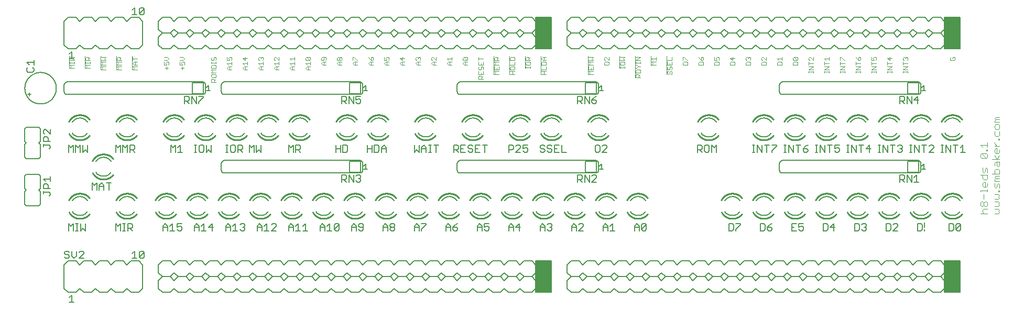
<source format=gto>
G75*
%MOIN*%
%OFA0B0*%
%FSLAX25Y25*%
%IPPOS*%
%LPD*%
%AMOC8*
5,1,8,0,0,1.08239X$1,22.5*
%
%ADD10C,0.00400*%
%ADD11C,0.00300*%
%ADD12C,0.00600*%
%ADD13C,0.00500*%
%ADD14C,0.01000*%
D10*
X0613996Y0066500D02*
X0618600Y0066500D01*
X0616298Y0066500D02*
X0615531Y0067267D01*
X0615531Y0068802D01*
X0616298Y0069569D01*
X0618600Y0069569D01*
X0617833Y0071104D02*
X0617065Y0071104D01*
X0616298Y0071871D01*
X0616298Y0073406D01*
X0617065Y0074173D01*
X0617833Y0074173D01*
X0618600Y0073406D01*
X0618600Y0071871D01*
X0617833Y0071104D01*
X0616298Y0071871D02*
X0615531Y0071104D01*
X0614763Y0071104D01*
X0613996Y0071871D01*
X0613996Y0073406D01*
X0614763Y0074173D01*
X0615531Y0074173D01*
X0616298Y0073406D01*
X0616298Y0075708D02*
X0616298Y0078777D01*
X0613996Y0080312D02*
X0613996Y0081079D01*
X0618600Y0081079D01*
X0618600Y0080312D02*
X0618600Y0081846D01*
X0617833Y0083381D02*
X0616298Y0083381D01*
X0615531Y0084148D01*
X0615531Y0085683D01*
X0616298Y0086450D01*
X0617065Y0086450D01*
X0617065Y0083381D01*
X0617833Y0083381D02*
X0618600Y0084148D01*
X0618600Y0085683D01*
X0617833Y0087985D02*
X0616298Y0087985D01*
X0615531Y0088752D01*
X0615531Y0091054D01*
X0613996Y0091054D02*
X0618600Y0091054D01*
X0618600Y0088752D01*
X0617833Y0087985D01*
X0623031Y0087985D02*
X0623798Y0088752D01*
X0623031Y0089520D01*
X0623798Y0090287D01*
X0626100Y0090287D01*
X0626100Y0091822D02*
X0626100Y0094124D01*
X0625333Y0094891D01*
X0623798Y0094891D01*
X0623031Y0094124D01*
X0623031Y0091822D01*
X0621496Y0091822D02*
X0626100Y0091822D01*
X0618600Y0092589D02*
X0618600Y0094891D01*
X0617833Y0095658D01*
X0617065Y0094891D01*
X0617065Y0093356D01*
X0616298Y0092589D01*
X0615531Y0093356D01*
X0615531Y0095658D01*
X0623031Y0097193D02*
X0623031Y0098727D01*
X0623798Y0099495D01*
X0626100Y0099495D01*
X0626100Y0097193D01*
X0625333Y0096426D01*
X0624565Y0097193D01*
X0624565Y0099495D01*
X0624565Y0101029D02*
X0623031Y0103331D01*
X0623798Y0104866D02*
X0623031Y0105633D01*
X0623031Y0107168D01*
X0623798Y0107935D01*
X0624565Y0107935D01*
X0624565Y0104866D01*
X0623798Y0104866D02*
X0625333Y0104866D01*
X0626100Y0105633D01*
X0626100Y0107168D01*
X0626100Y0109470D02*
X0623031Y0109470D01*
X0624565Y0109470D02*
X0623031Y0111005D01*
X0623031Y0111772D01*
X0625333Y0113307D02*
X0625333Y0114074D01*
X0626100Y0114074D01*
X0626100Y0113307D01*
X0625333Y0113307D01*
X0625333Y0115609D02*
X0626100Y0116376D01*
X0626100Y0118678D01*
X0625333Y0120212D02*
X0626100Y0120980D01*
X0626100Y0122514D01*
X0625333Y0123282D01*
X0623798Y0123282D01*
X0623031Y0122514D01*
X0623031Y0120980D01*
X0623798Y0120212D01*
X0625333Y0120212D01*
X0623031Y0118678D02*
X0623031Y0116376D01*
X0623798Y0115609D01*
X0625333Y0115609D01*
X0618600Y0111772D02*
X0618600Y0108703D01*
X0618600Y0110237D02*
X0613996Y0110237D01*
X0615531Y0108703D01*
X0617833Y0107168D02*
X0618600Y0107168D01*
X0618600Y0106401D01*
X0617833Y0106401D01*
X0617833Y0107168D01*
X0617833Y0104866D02*
X0618600Y0104099D01*
X0618600Y0102564D01*
X0617833Y0101797D01*
X0614763Y0104866D01*
X0617833Y0104866D01*
X0617833Y0101797D02*
X0614763Y0101797D01*
X0613996Y0102564D01*
X0613996Y0104099D01*
X0614763Y0104866D01*
X0624565Y0101029D02*
X0626100Y0103331D01*
X0626100Y0101029D02*
X0621496Y0101029D01*
X0623798Y0088752D02*
X0626100Y0088752D01*
X0626100Y0087218D02*
X0623031Y0087218D01*
X0623031Y0087985D01*
X0623031Y0085683D02*
X0623031Y0083381D01*
X0623798Y0082614D01*
X0624565Y0083381D01*
X0624565Y0084916D01*
X0625333Y0085683D01*
X0626100Y0084916D01*
X0626100Y0082614D01*
X0626100Y0081079D02*
X0626100Y0080312D01*
X0625333Y0080312D01*
X0625333Y0081079D01*
X0626100Y0081079D01*
X0625333Y0078777D02*
X0623031Y0078777D01*
X0625333Y0078777D02*
X0626100Y0078010D01*
X0625333Y0077242D01*
X0626100Y0076475D01*
X0625333Y0075708D01*
X0623031Y0075708D01*
X0623031Y0074173D02*
X0625333Y0074173D01*
X0626100Y0073406D01*
X0625333Y0072639D01*
X0626100Y0071871D01*
X0625333Y0071104D01*
X0623031Y0071104D01*
X0623031Y0069569D02*
X0625333Y0069569D01*
X0626100Y0068802D01*
X0625333Y0068035D01*
X0626100Y0067267D01*
X0625333Y0066500D01*
X0623031Y0066500D01*
X0623031Y0124816D02*
X0623031Y0125584D01*
X0623798Y0126351D01*
X0623031Y0127118D01*
X0623798Y0127886D01*
X0626100Y0127886D01*
X0626100Y0126351D02*
X0623798Y0126351D01*
X0623031Y0124816D02*
X0626100Y0124816D01*
D11*
X0567850Y0156146D02*
X0567850Y0157114D01*
X0567850Y0156630D02*
X0564948Y0156630D01*
X0564948Y0156146D02*
X0564948Y0157114D01*
X0564948Y0158110D02*
X0567850Y0160045D01*
X0564948Y0160045D01*
X0564948Y0161057D02*
X0564948Y0162992D01*
X0564948Y0162024D02*
X0567850Y0162024D01*
X0567366Y0164003D02*
X0567850Y0164487D01*
X0567850Y0165455D01*
X0567366Y0165938D01*
X0566883Y0165938D01*
X0566399Y0165455D01*
X0566399Y0164971D01*
X0566399Y0165455D02*
X0565915Y0165938D01*
X0565431Y0165938D01*
X0564948Y0165455D01*
X0564948Y0164487D01*
X0565431Y0164003D01*
X0557850Y0165455D02*
X0554948Y0165455D01*
X0556399Y0164003D01*
X0556399Y0165938D01*
X0554948Y0162992D02*
X0554948Y0161057D01*
X0554948Y0162024D02*
X0557850Y0162024D01*
X0557850Y0160045D02*
X0554948Y0160045D01*
X0554948Y0158110D02*
X0557850Y0160045D01*
X0557850Y0158110D02*
X0554948Y0158110D01*
X0554948Y0157114D02*
X0554948Y0156146D01*
X0554948Y0156630D02*
X0557850Y0156630D01*
X0557850Y0156146D02*
X0557850Y0157114D01*
X0564948Y0158110D02*
X0567850Y0158110D01*
X0547850Y0158110D02*
X0544948Y0158110D01*
X0547850Y0160045D01*
X0544948Y0160045D01*
X0544948Y0161057D02*
X0544948Y0162992D01*
X0544948Y0162024D02*
X0547850Y0162024D01*
X0547366Y0164003D02*
X0547850Y0164487D01*
X0547850Y0165455D01*
X0547366Y0165938D01*
X0546399Y0165938D01*
X0545915Y0165455D01*
X0545915Y0164971D01*
X0546399Y0164003D01*
X0544948Y0164003D01*
X0544948Y0165938D01*
X0537850Y0165455D02*
X0537366Y0165938D01*
X0536883Y0165938D01*
X0536399Y0165455D01*
X0536399Y0164003D01*
X0537366Y0164003D01*
X0537850Y0164487D01*
X0537850Y0165455D01*
X0536399Y0164003D02*
X0535431Y0164971D01*
X0534948Y0165938D01*
X0534948Y0162992D02*
X0534948Y0161057D01*
X0534948Y0162024D02*
X0537850Y0162024D01*
X0537850Y0160045D02*
X0534948Y0160045D01*
X0534948Y0158110D02*
X0537850Y0160045D01*
X0537850Y0158110D02*
X0534948Y0158110D01*
X0534948Y0157114D02*
X0534948Y0156146D01*
X0534948Y0156630D02*
X0537850Y0156630D01*
X0537850Y0156146D02*
X0537850Y0157114D01*
X0544948Y0157114D02*
X0544948Y0156146D01*
X0544948Y0156630D02*
X0547850Y0156630D01*
X0547850Y0156146D02*
X0547850Y0157114D01*
X0527850Y0157114D02*
X0527850Y0156146D01*
X0527850Y0156630D02*
X0524948Y0156630D01*
X0524948Y0156146D02*
X0524948Y0157114D01*
X0524948Y0158110D02*
X0527850Y0160045D01*
X0524948Y0160045D01*
X0524948Y0161057D02*
X0524948Y0162992D01*
X0524948Y0162024D02*
X0527850Y0162024D01*
X0527850Y0164003D02*
X0527366Y0164003D01*
X0525431Y0165938D01*
X0524948Y0165938D01*
X0524948Y0164003D01*
X0517850Y0164003D02*
X0517850Y0165938D01*
X0517850Y0164971D02*
X0514948Y0164971D01*
X0515915Y0164003D01*
X0514948Y0162992D02*
X0514948Y0161057D01*
X0514948Y0162024D02*
X0517850Y0162024D01*
X0517850Y0160045D02*
X0514948Y0160045D01*
X0514948Y0158110D02*
X0517850Y0160045D01*
X0517850Y0158110D02*
X0514948Y0158110D01*
X0514948Y0157114D02*
X0514948Y0156146D01*
X0514948Y0156630D02*
X0517850Y0156630D01*
X0517850Y0156146D02*
X0517850Y0157114D01*
X0524948Y0158110D02*
X0527850Y0158110D01*
X0507850Y0158110D02*
X0504948Y0158110D01*
X0507850Y0160045D01*
X0504948Y0160045D01*
X0504948Y0161057D02*
X0504948Y0162992D01*
X0504948Y0162024D02*
X0507850Y0162024D01*
X0507850Y0164003D02*
X0505915Y0165938D01*
X0505431Y0165938D01*
X0504948Y0165455D01*
X0504948Y0164487D01*
X0505431Y0164003D01*
X0507850Y0164003D02*
X0507850Y0165938D01*
X0497850Y0165455D02*
X0497850Y0164487D01*
X0497366Y0164003D01*
X0495431Y0165938D01*
X0497366Y0165938D01*
X0497850Y0165455D01*
X0497366Y0164003D02*
X0495431Y0164003D01*
X0494948Y0164487D01*
X0494948Y0165455D01*
X0495431Y0165938D01*
X0495431Y0162992D02*
X0494948Y0162508D01*
X0494948Y0161057D01*
X0497850Y0161057D01*
X0497850Y0162508D01*
X0497366Y0162992D01*
X0495431Y0162992D01*
X0487850Y0162508D02*
X0487850Y0161057D01*
X0484948Y0161057D01*
X0484948Y0162508D01*
X0485431Y0162992D01*
X0487366Y0162992D01*
X0487850Y0162508D01*
X0487850Y0164003D02*
X0487850Y0165938D01*
X0487850Y0164971D02*
X0484948Y0164971D01*
X0485915Y0164003D01*
X0477850Y0164003D02*
X0475915Y0165938D01*
X0475431Y0165938D01*
X0474948Y0165455D01*
X0474948Y0164487D01*
X0475431Y0164003D01*
X0475431Y0162992D02*
X0474948Y0162508D01*
X0474948Y0161057D01*
X0477850Y0161057D01*
X0477850Y0162508D01*
X0477366Y0162992D01*
X0475431Y0162992D01*
X0477850Y0164003D02*
X0477850Y0165938D01*
X0467850Y0165455D02*
X0467850Y0164487D01*
X0467366Y0164003D01*
X0467366Y0162992D02*
X0465431Y0162992D01*
X0464948Y0162508D01*
X0464948Y0161057D01*
X0467850Y0161057D01*
X0467850Y0162508D01*
X0467366Y0162992D01*
X0465431Y0164003D02*
X0464948Y0164487D01*
X0464948Y0165455D01*
X0465431Y0165938D01*
X0465915Y0165938D01*
X0466399Y0165455D01*
X0466883Y0165938D01*
X0467366Y0165938D01*
X0467850Y0165455D01*
X0466399Y0165455D02*
X0466399Y0164971D01*
X0457850Y0165455D02*
X0454948Y0165455D01*
X0456399Y0164003D01*
X0456399Y0165938D01*
X0457366Y0162992D02*
X0455431Y0162992D01*
X0454948Y0162508D01*
X0454948Y0161057D01*
X0457850Y0161057D01*
X0457850Y0162508D01*
X0457366Y0162992D01*
X0447850Y0162508D02*
X0447850Y0161057D01*
X0444948Y0161057D01*
X0444948Y0162508D01*
X0445431Y0162992D01*
X0447366Y0162992D01*
X0447850Y0162508D01*
X0447366Y0164003D02*
X0447850Y0164487D01*
X0447850Y0165455D01*
X0447366Y0165938D01*
X0446399Y0165938D01*
X0445915Y0165455D01*
X0445915Y0164971D01*
X0446399Y0164003D01*
X0444948Y0164003D01*
X0444948Y0165938D01*
X0437850Y0165455D02*
X0437366Y0165938D01*
X0436883Y0165938D01*
X0436399Y0165455D01*
X0436399Y0164003D01*
X0437366Y0164003D01*
X0437850Y0164487D01*
X0437850Y0165455D01*
X0436399Y0164003D02*
X0435431Y0164971D01*
X0434948Y0165938D01*
X0435431Y0162992D02*
X0434948Y0162508D01*
X0434948Y0161057D01*
X0437850Y0161057D01*
X0437850Y0162508D01*
X0437366Y0162992D01*
X0435431Y0162992D01*
X0427850Y0162508D02*
X0427850Y0161057D01*
X0424948Y0161057D01*
X0424948Y0162508D01*
X0425431Y0162992D01*
X0427366Y0162992D01*
X0427850Y0162508D01*
X0427850Y0164003D02*
X0427366Y0164003D01*
X0425431Y0165938D01*
X0424948Y0165938D01*
X0424948Y0164003D01*
X0417850Y0164003D02*
X0417850Y0165938D01*
X0417850Y0164003D02*
X0414948Y0164003D01*
X0414948Y0162992D02*
X0414948Y0161057D01*
X0417850Y0161057D01*
X0417850Y0162992D01*
X0416399Y0162024D02*
X0416399Y0161057D01*
X0416883Y0160045D02*
X0417366Y0160045D01*
X0417850Y0159562D01*
X0417850Y0158594D01*
X0417366Y0158110D01*
X0417366Y0157099D02*
X0417850Y0156615D01*
X0417850Y0155648D01*
X0417366Y0155164D01*
X0416399Y0155648D02*
X0416399Y0156615D01*
X0416883Y0157099D01*
X0417366Y0157099D01*
X0416399Y0155648D02*
X0415915Y0155164D01*
X0415431Y0155164D01*
X0414948Y0155648D01*
X0414948Y0156615D01*
X0415431Y0157099D01*
X0415431Y0158110D02*
X0415915Y0158110D01*
X0416399Y0158594D01*
X0416399Y0159562D01*
X0416883Y0160045D01*
X0415431Y0160045D02*
X0414948Y0159562D01*
X0414948Y0158594D01*
X0415431Y0158110D01*
X0407850Y0161057D02*
X0404948Y0161057D01*
X0405915Y0162024D01*
X0404948Y0162992D01*
X0407850Y0162992D01*
X0407850Y0164003D02*
X0407850Y0165938D01*
X0407850Y0164971D02*
X0404948Y0164971D01*
X0405915Y0164003D01*
X0404350Y0166800D02*
X0404350Y0160907D01*
X0397850Y0160060D02*
X0396399Y0160060D01*
X0395431Y0161028D01*
X0394948Y0161028D01*
X0394948Y0162039D02*
X0394948Y0163007D01*
X0394948Y0162523D02*
X0397850Y0162523D01*
X0397850Y0162039D02*
X0397850Y0163007D01*
X0397850Y0164003D02*
X0394948Y0164003D01*
X0397850Y0165938D01*
X0394948Y0165938D01*
X0394350Y0166800D02*
X0394350Y0153050D01*
X0394948Y0153200D02*
X0394948Y0154651D01*
X0395431Y0155135D01*
X0396399Y0155135D01*
X0396883Y0154651D01*
X0396883Y0153200D01*
X0397850Y0153200D02*
X0394948Y0153200D01*
X0396883Y0154167D02*
X0397850Y0155135D01*
X0397850Y0156146D02*
X0397850Y0157597D01*
X0397366Y0158081D01*
X0395431Y0158081D01*
X0394948Y0157597D01*
X0394948Y0156146D01*
X0397850Y0156146D01*
X0395431Y0159093D02*
X0396399Y0160060D01*
X0395431Y0159093D02*
X0394948Y0159093D01*
X0387850Y0159093D02*
X0387850Y0160060D01*
X0387850Y0159576D02*
X0384948Y0159576D01*
X0384948Y0159093D02*
X0384948Y0160060D01*
X0385431Y0161057D02*
X0387366Y0161057D01*
X0387850Y0161541D01*
X0387850Y0162508D01*
X0387366Y0162992D01*
X0385431Y0162992D01*
X0384948Y0162508D01*
X0384948Y0161541D01*
X0385431Y0161057D01*
X0384350Y0158943D02*
X0384350Y0166800D01*
X0384948Y0165938D02*
X0387850Y0165938D01*
X0386883Y0164971D01*
X0387850Y0164003D01*
X0384948Y0164003D01*
X0377850Y0164003D02*
X0375915Y0165938D01*
X0375431Y0165938D01*
X0374948Y0165455D01*
X0374948Y0164487D01*
X0375431Y0164003D01*
X0375431Y0162992D02*
X0374948Y0162508D01*
X0374948Y0161541D01*
X0375431Y0161057D01*
X0377366Y0161057D01*
X0377850Y0161541D01*
X0377850Y0162508D01*
X0377366Y0162992D01*
X0375431Y0162992D01*
X0377850Y0164003D02*
X0377850Y0165938D01*
X0367850Y0165938D02*
X0364948Y0165938D01*
X0364350Y0166800D02*
X0364350Y0155014D01*
X0364948Y0155164D02*
X0365915Y0156131D01*
X0364948Y0157099D01*
X0367850Y0157099D01*
X0367850Y0158110D02*
X0364948Y0158110D01*
X0364948Y0160045D01*
X0364948Y0161057D02*
X0365915Y0162024D01*
X0364948Y0162992D01*
X0367850Y0162992D01*
X0367850Y0164003D02*
X0366883Y0164971D01*
X0367850Y0165938D01*
X0367850Y0164003D02*
X0364948Y0164003D01*
X0364948Y0161057D02*
X0367850Y0161057D01*
X0367850Y0160045D02*
X0367850Y0158110D01*
X0366399Y0158110D02*
X0366399Y0159078D01*
X0367850Y0155164D02*
X0364948Y0155164D01*
X0337850Y0155164D02*
X0334948Y0155164D01*
X0334350Y0155014D02*
X0334350Y0166800D01*
X0335915Y0165938D02*
X0334948Y0164971D01*
X0335915Y0164003D01*
X0337850Y0164003D01*
X0337366Y0162992D02*
X0335431Y0162992D01*
X0334948Y0162508D01*
X0334948Y0161057D01*
X0337850Y0161057D01*
X0337850Y0162508D01*
X0337366Y0162992D01*
X0336399Y0164003D02*
X0336399Y0165938D01*
X0335915Y0165938D02*
X0337850Y0165938D01*
X0337850Y0160045D02*
X0337850Y0158110D01*
X0334948Y0158110D01*
X0334948Y0157099D02*
X0337850Y0157099D01*
X0336399Y0157099D02*
X0336399Y0155164D01*
X0327850Y0159093D02*
X0327850Y0160060D01*
X0327850Y0159576D02*
X0324948Y0159576D01*
X0324948Y0159093D02*
X0324948Y0160060D01*
X0325431Y0161057D02*
X0327366Y0161057D01*
X0327850Y0161541D01*
X0327850Y0162508D01*
X0327366Y0162992D01*
X0325431Y0162992D01*
X0324948Y0162508D01*
X0324948Y0161541D01*
X0325431Y0161057D01*
X0324350Y0158943D02*
X0324350Y0166800D01*
X0325431Y0165938D02*
X0326399Y0165938D01*
X0326883Y0165455D01*
X0326883Y0164003D01*
X0327850Y0164003D02*
X0324948Y0164003D01*
X0324948Y0165455D01*
X0325431Y0165938D01*
X0326883Y0164971D02*
X0327850Y0165938D01*
X0317850Y0165455D02*
X0317850Y0164003D01*
X0314948Y0164003D01*
X0314948Y0165455D01*
X0315431Y0165938D01*
X0317366Y0165938D01*
X0317850Y0165455D01*
X0317850Y0162992D02*
X0317850Y0161057D01*
X0314948Y0161057D01*
X0315431Y0160045D02*
X0314948Y0159562D01*
X0314948Y0158594D01*
X0315431Y0158110D01*
X0317366Y0158110D01*
X0317850Y0158594D01*
X0317850Y0159562D01*
X0317366Y0160045D01*
X0315431Y0160045D01*
X0307850Y0160045D02*
X0307850Y0158110D01*
X0304948Y0158110D01*
X0304948Y0160045D01*
X0304948Y0161057D02*
X0305915Y0162024D01*
X0304948Y0162992D01*
X0307850Y0162992D01*
X0307850Y0164003D02*
X0304948Y0164003D01*
X0304948Y0165455D01*
X0305431Y0165938D01*
X0306399Y0165938D01*
X0306883Y0165455D01*
X0306883Y0164003D01*
X0306883Y0164971D02*
X0307850Y0165938D01*
X0304350Y0166800D02*
X0304350Y0155014D01*
X0304948Y0155164D02*
X0305915Y0156131D01*
X0304948Y0157099D01*
X0307850Y0157099D01*
X0306399Y0158110D02*
X0306399Y0159078D01*
X0307850Y0161057D02*
X0304948Y0161057D01*
X0297850Y0161057D02*
X0297850Y0162992D01*
X0296399Y0162024D02*
X0296399Y0161057D01*
X0296883Y0160045D02*
X0297366Y0160045D01*
X0297850Y0159562D01*
X0297850Y0158594D01*
X0297366Y0158110D01*
X0296399Y0158594D02*
X0296399Y0159562D01*
X0296883Y0160045D01*
X0297850Y0161057D02*
X0294948Y0161057D01*
X0294948Y0162992D01*
X0294948Y0164003D02*
X0294948Y0165938D01*
X0294948Y0164971D02*
X0297850Y0164971D01*
X0295431Y0160045D02*
X0294948Y0159562D01*
X0294948Y0158594D01*
X0295431Y0158110D01*
X0295915Y0158110D01*
X0296399Y0158594D01*
X0297850Y0157099D02*
X0297850Y0155164D01*
X0294948Y0155164D01*
X0294948Y0157099D01*
X0296399Y0156131D02*
X0296399Y0155164D01*
X0296399Y0154152D02*
X0296883Y0153669D01*
X0296883Y0152217D01*
X0297850Y0152217D02*
X0294948Y0152217D01*
X0294948Y0153669D01*
X0295431Y0154152D01*
X0296399Y0154152D01*
X0296883Y0153185D02*
X0297850Y0154152D01*
X0304948Y0155164D02*
X0307850Y0155164D01*
X0314350Y0155014D02*
X0314350Y0166800D01*
X0287850Y0165455D02*
X0287850Y0164487D01*
X0287366Y0164003D01*
X0285431Y0165938D01*
X0287366Y0165938D01*
X0287850Y0165455D01*
X0287366Y0164003D02*
X0285431Y0164003D01*
X0284948Y0164487D01*
X0284948Y0165455D01*
X0285431Y0165938D01*
X0285915Y0162992D02*
X0287850Y0162992D01*
X0286399Y0162992D02*
X0286399Y0161057D01*
X0285915Y0161057D02*
X0284948Y0162024D01*
X0285915Y0162992D01*
X0285915Y0161057D02*
X0287850Y0161057D01*
X0277850Y0161057D02*
X0275915Y0161057D01*
X0274948Y0162024D01*
X0275915Y0162992D01*
X0277850Y0162992D01*
X0277850Y0164003D02*
X0277850Y0165938D01*
X0277850Y0164971D02*
X0274948Y0164971D01*
X0275915Y0164003D01*
X0276399Y0162992D02*
X0276399Y0161057D01*
X0267850Y0161057D02*
X0265915Y0161057D01*
X0264948Y0162024D01*
X0265915Y0162992D01*
X0267850Y0162992D01*
X0267850Y0164003D02*
X0265915Y0165938D01*
X0265431Y0165938D01*
X0264948Y0165455D01*
X0264948Y0164487D01*
X0265431Y0164003D01*
X0266399Y0162992D02*
X0266399Y0161057D01*
X0267850Y0164003D02*
X0267850Y0165938D01*
X0257850Y0165455D02*
X0257850Y0164487D01*
X0257366Y0164003D01*
X0257850Y0162992D02*
X0255915Y0162992D01*
X0254948Y0162024D01*
X0255915Y0161057D01*
X0257850Y0161057D01*
X0256399Y0161057D02*
X0256399Y0162992D01*
X0255431Y0164003D02*
X0254948Y0164487D01*
X0254948Y0165455D01*
X0255431Y0165938D01*
X0255915Y0165938D01*
X0256399Y0165455D01*
X0256883Y0165938D01*
X0257366Y0165938D01*
X0257850Y0165455D01*
X0256399Y0165455D02*
X0256399Y0164971D01*
X0247850Y0165455D02*
X0244948Y0165455D01*
X0246399Y0164003D01*
X0246399Y0165938D01*
X0246399Y0162992D02*
X0246399Y0161057D01*
X0245915Y0161057D02*
X0244948Y0162024D01*
X0245915Y0162992D01*
X0247850Y0162992D01*
X0247850Y0161057D02*
X0245915Y0161057D01*
X0237850Y0161057D02*
X0235915Y0161057D01*
X0234948Y0162024D01*
X0235915Y0162992D01*
X0237850Y0162992D01*
X0237366Y0164003D02*
X0237850Y0164487D01*
X0237850Y0165455D01*
X0237366Y0165938D01*
X0236399Y0165938D01*
X0235915Y0165455D01*
X0235915Y0164971D01*
X0236399Y0164003D01*
X0234948Y0164003D01*
X0234948Y0165938D01*
X0236399Y0162992D02*
X0236399Y0161057D01*
X0227850Y0161057D02*
X0225915Y0161057D01*
X0224948Y0162024D01*
X0225915Y0162992D01*
X0227850Y0162992D01*
X0227366Y0164003D02*
X0227850Y0164487D01*
X0227850Y0165455D01*
X0227366Y0165938D01*
X0226883Y0165938D01*
X0226399Y0165455D01*
X0226399Y0164003D01*
X0227366Y0164003D01*
X0226399Y0164003D02*
X0225431Y0164971D01*
X0224948Y0165938D01*
X0226399Y0162992D02*
X0226399Y0161057D01*
X0217850Y0161057D02*
X0215915Y0161057D01*
X0214948Y0162024D01*
X0215915Y0162992D01*
X0217850Y0162992D01*
X0217850Y0164003D02*
X0217366Y0164003D01*
X0215431Y0165938D01*
X0214948Y0165938D01*
X0214948Y0164003D01*
X0216399Y0162992D02*
X0216399Y0161057D01*
X0207850Y0161057D02*
X0205915Y0161057D01*
X0204948Y0162024D01*
X0205915Y0162992D01*
X0207850Y0162992D01*
X0207366Y0164003D02*
X0206883Y0164003D01*
X0206399Y0164487D01*
X0206399Y0165455D01*
X0206883Y0165938D01*
X0207366Y0165938D01*
X0207850Y0165455D01*
X0207850Y0164487D01*
X0207366Y0164003D01*
X0206399Y0164487D02*
X0205915Y0164003D01*
X0205431Y0164003D01*
X0204948Y0164487D01*
X0204948Y0165455D01*
X0205431Y0165938D01*
X0205915Y0165938D01*
X0206399Y0165455D01*
X0206399Y0162992D02*
X0206399Y0161057D01*
X0197850Y0161057D02*
X0195915Y0161057D01*
X0194948Y0162024D01*
X0195915Y0162992D01*
X0197850Y0162992D01*
X0197366Y0164003D02*
X0197850Y0164487D01*
X0197850Y0165455D01*
X0197366Y0165938D01*
X0195431Y0165938D01*
X0194948Y0165455D01*
X0194948Y0164487D01*
X0195431Y0164003D01*
X0195915Y0164003D01*
X0196399Y0164487D01*
X0196399Y0165938D01*
X0196399Y0162992D02*
X0196399Y0161057D01*
X0187850Y0161057D02*
X0187850Y0162992D01*
X0187850Y0162024D02*
X0184948Y0162024D01*
X0185915Y0161057D01*
X0185915Y0160045D02*
X0187850Y0160045D01*
X0186399Y0160045D02*
X0186399Y0158110D01*
X0185915Y0158110D02*
X0184948Y0159078D01*
X0185915Y0160045D01*
X0185915Y0158110D02*
X0187850Y0158110D01*
X0177850Y0158110D02*
X0175915Y0158110D01*
X0174948Y0159078D01*
X0175915Y0160045D01*
X0177850Y0160045D01*
X0177850Y0161057D02*
X0177850Y0162992D01*
X0177850Y0162024D02*
X0174948Y0162024D01*
X0175915Y0161057D01*
X0176399Y0160045D02*
X0176399Y0158110D01*
X0167850Y0158110D02*
X0165915Y0158110D01*
X0164948Y0159078D01*
X0165915Y0160045D01*
X0167850Y0160045D01*
X0167850Y0161057D02*
X0167850Y0162992D01*
X0167850Y0162024D02*
X0164948Y0162024D01*
X0165915Y0161057D01*
X0166399Y0160045D02*
X0166399Y0158110D01*
X0165431Y0164003D02*
X0164948Y0164487D01*
X0164948Y0165455D01*
X0165431Y0165938D01*
X0165915Y0165938D01*
X0167850Y0164003D01*
X0167850Y0165938D01*
X0174948Y0164971D02*
X0175915Y0164003D01*
X0174948Y0164971D02*
X0177850Y0164971D01*
X0177850Y0165938D02*
X0177850Y0164003D01*
X0184948Y0164487D02*
X0184948Y0165455D01*
X0185431Y0165938D01*
X0187366Y0164003D01*
X0187850Y0164487D01*
X0187850Y0165455D01*
X0187366Y0165938D01*
X0185431Y0165938D01*
X0184948Y0164487D02*
X0185431Y0164003D01*
X0187366Y0164003D01*
X0157850Y0164487D02*
X0157366Y0164003D01*
X0157850Y0164487D02*
X0157850Y0165455D01*
X0157366Y0165938D01*
X0156883Y0165938D01*
X0156399Y0165455D01*
X0156399Y0164971D01*
X0156399Y0165455D02*
X0155915Y0165938D01*
X0155431Y0165938D01*
X0154948Y0165455D01*
X0154948Y0164487D01*
X0155431Y0164003D01*
X0154948Y0162024D02*
X0157850Y0162024D01*
X0157850Y0161057D02*
X0157850Y0162992D01*
X0155915Y0161057D02*
X0154948Y0162024D01*
X0155915Y0160045D02*
X0157850Y0160045D01*
X0156399Y0160045D02*
X0156399Y0158110D01*
X0155915Y0158110D02*
X0154948Y0159078D01*
X0155915Y0160045D01*
X0155915Y0158110D02*
X0157850Y0158110D01*
X0147850Y0158110D02*
X0145915Y0158110D01*
X0144948Y0159078D01*
X0145915Y0160045D01*
X0147850Y0160045D01*
X0147850Y0161057D02*
X0147850Y0162992D01*
X0147850Y0162024D02*
X0144948Y0162024D01*
X0145915Y0161057D01*
X0146399Y0160045D02*
X0146399Y0158110D01*
X0146399Y0164003D02*
X0146399Y0165938D01*
X0147850Y0165455D02*
X0144948Y0165455D01*
X0146399Y0164003D01*
X0137850Y0164487D02*
X0137366Y0164003D01*
X0137850Y0164487D02*
X0137850Y0165455D01*
X0137366Y0165938D01*
X0136399Y0165938D01*
X0135915Y0165455D01*
X0135915Y0164971D01*
X0136399Y0164003D01*
X0134948Y0164003D01*
X0134948Y0165938D01*
X0134948Y0162024D02*
X0137850Y0162024D01*
X0137850Y0161057D02*
X0137850Y0162992D01*
X0135915Y0161057D02*
X0134948Y0162024D01*
X0135915Y0160045D02*
X0137850Y0160045D01*
X0136399Y0160045D02*
X0136399Y0158110D01*
X0135915Y0158110D02*
X0134948Y0159078D01*
X0135915Y0160045D01*
X0135915Y0158110D02*
X0137850Y0158110D01*
X0127850Y0158081D02*
X0124948Y0158081D01*
X0125915Y0157114D01*
X0124948Y0156146D01*
X0127850Y0156146D01*
X0127366Y0155135D02*
X0125431Y0155135D01*
X0124948Y0154651D01*
X0124948Y0153683D01*
X0125431Y0153200D01*
X0127366Y0153200D01*
X0127850Y0153683D01*
X0127850Y0154651D01*
X0127366Y0155135D01*
X0127850Y0152188D02*
X0126883Y0151221D01*
X0126883Y0151704D02*
X0126883Y0150253D01*
X0127850Y0150253D02*
X0124948Y0150253D01*
X0124948Y0151704D01*
X0125431Y0152188D01*
X0126399Y0152188D01*
X0126883Y0151704D01*
X0127850Y0159093D02*
X0124948Y0159093D01*
X0124948Y0160544D01*
X0125431Y0161028D01*
X0127366Y0161028D01*
X0127850Y0160544D01*
X0127850Y0159093D01*
X0127850Y0162039D02*
X0127850Y0163007D01*
X0127850Y0162523D02*
X0124948Y0162523D01*
X0124948Y0162039D02*
X0124948Y0163007D01*
X0125431Y0164003D02*
X0125915Y0164003D01*
X0126399Y0164487D01*
X0126399Y0165455D01*
X0126883Y0165938D01*
X0127366Y0165938D01*
X0127850Y0165455D01*
X0127850Y0164487D01*
X0127366Y0164003D01*
X0125431Y0164003D02*
X0124948Y0164487D01*
X0124948Y0165455D01*
X0125431Y0165938D01*
X0107850Y0164971D02*
X0106883Y0165938D01*
X0104948Y0165938D01*
X0104948Y0164003D02*
X0106883Y0164003D01*
X0107850Y0164971D01*
X0107366Y0162992D02*
X0107850Y0162508D01*
X0107850Y0161541D01*
X0107366Y0161057D01*
X0106399Y0161057D02*
X0105915Y0162024D01*
X0105915Y0162508D01*
X0106399Y0162992D01*
X0107366Y0162992D01*
X0106399Y0161057D02*
X0104948Y0161057D01*
X0104948Y0162992D01*
X0106399Y0160045D02*
X0106399Y0158110D01*
X0105431Y0159078D02*
X0107366Y0159078D01*
X0097850Y0161541D02*
X0097366Y0161057D01*
X0097850Y0161541D02*
X0097850Y0162508D01*
X0097366Y0162992D01*
X0096399Y0162992D01*
X0095915Y0162508D01*
X0095915Y0162024D01*
X0096399Y0161057D01*
X0094948Y0161057D01*
X0094948Y0162992D01*
X0094948Y0164003D02*
X0096883Y0164003D01*
X0097850Y0164971D01*
X0096883Y0165938D01*
X0094948Y0165938D01*
X0096399Y0160045D02*
X0096399Y0158110D01*
X0095431Y0159078D02*
X0097366Y0159078D01*
X0077850Y0160045D02*
X0074948Y0160045D01*
X0075915Y0159078D01*
X0074948Y0158110D01*
X0077850Y0158110D01*
X0077850Y0161057D02*
X0075915Y0161057D01*
X0074948Y0162024D01*
X0075915Y0162992D01*
X0077850Y0162992D01*
X0076399Y0162992D02*
X0076399Y0161057D01*
X0074948Y0164003D02*
X0074948Y0165938D01*
X0074948Y0164971D02*
X0077850Y0164971D01*
X0074350Y0166800D02*
X0074350Y0157960D01*
X0067850Y0158110D02*
X0064948Y0158110D01*
X0065915Y0159078D01*
X0064948Y0160045D01*
X0067850Y0160045D01*
X0067850Y0161057D02*
X0064948Y0161057D01*
X0065915Y0162024D01*
X0064948Y0162992D01*
X0067850Y0162992D01*
X0067850Y0164003D02*
X0064948Y0164003D01*
X0064948Y0165455D01*
X0065431Y0165938D01*
X0066399Y0165938D01*
X0066883Y0165455D01*
X0066883Y0164003D01*
X0066883Y0164971D02*
X0067850Y0165938D01*
X0064350Y0166800D02*
X0064350Y0157960D01*
X0057850Y0158110D02*
X0054948Y0158110D01*
X0055915Y0159078D01*
X0054948Y0160045D01*
X0057850Y0160045D01*
X0057850Y0161057D02*
X0054948Y0161057D01*
X0055915Y0162024D01*
X0054948Y0162992D01*
X0057850Y0162992D01*
X0057850Y0164003D02*
X0056883Y0164971D01*
X0057850Y0165938D01*
X0054948Y0165938D01*
X0054350Y0166800D02*
X0054350Y0157960D01*
X0047850Y0159093D02*
X0044948Y0159093D01*
X0045915Y0160060D01*
X0044948Y0161028D01*
X0047850Y0161028D01*
X0047850Y0162039D02*
X0047850Y0163007D01*
X0047850Y0162523D02*
X0044948Y0162523D01*
X0044948Y0162039D02*
X0044948Y0163007D01*
X0044948Y0164003D02*
X0044948Y0165455D01*
X0045431Y0165938D01*
X0046399Y0165938D01*
X0046883Y0165455D01*
X0046883Y0164003D01*
X0047850Y0164003D02*
X0044948Y0164003D01*
X0046883Y0164971D02*
X0047850Y0165938D01*
X0044350Y0166800D02*
X0044350Y0158943D01*
X0037850Y0159093D02*
X0034948Y0159093D01*
X0035915Y0160060D01*
X0034948Y0161028D01*
X0037850Y0161028D01*
X0037850Y0162039D02*
X0037850Y0163007D01*
X0037850Y0162523D02*
X0034948Y0162523D01*
X0034948Y0162039D02*
X0034948Y0163007D01*
X0034948Y0164003D02*
X0037850Y0164003D01*
X0036883Y0164971D01*
X0037850Y0165938D01*
X0034948Y0165938D01*
X0034350Y0166800D02*
X0034350Y0158943D01*
X0054948Y0164003D02*
X0057850Y0164003D01*
X0314948Y0157099D02*
X0317850Y0157099D01*
X0316399Y0157099D02*
X0316399Y0155164D01*
X0317850Y0155164D02*
X0314948Y0155164D01*
X0414350Y0155014D02*
X0414350Y0166800D01*
X0504948Y0157114D02*
X0504948Y0156146D01*
X0504948Y0156630D02*
X0507850Y0156630D01*
X0507850Y0156146D02*
X0507850Y0157114D01*
X0594948Y0164487D02*
X0595431Y0164003D01*
X0597366Y0164003D01*
X0597850Y0164487D01*
X0597850Y0165455D01*
X0597366Y0165938D01*
X0596399Y0165938D01*
X0596399Y0164971D01*
X0595431Y0165938D02*
X0594948Y0165455D01*
X0594948Y0164487D01*
D12*
X0593800Y0171300D02*
X0591300Y0173800D01*
X0588800Y0171300D01*
X0583800Y0171300D01*
X0581300Y0173800D01*
X0578800Y0171300D01*
X0573800Y0171300D01*
X0571300Y0173800D01*
X0568800Y0171300D01*
X0563800Y0171300D01*
X0561300Y0173800D01*
X0558800Y0171300D01*
X0553800Y0171300D01*
X0551300Y0173800D01*
X0548800Y0171300D01*
X0543800Y0171300D01*
X0541300Y0173800D01*
X0538800Y0171300D01*
X0533800Y0171300D01*
X0531300Y0173800D01*
X0528800Y0171300D01*
X0523800Y0171300D01*
X0521300Y0173800D01*
X0518800Y0171300D01*
X0513800Y0171300D01*
X0511300Y0173800D01*
X0508800Y0171300D01*
X0503800Y0171300D01*
X0501300Y0173800D01*
X0498800Y0171300D01*
X0493800Y0171300D01*
X0491300Y0173800D01*
X0488800Y0171300D01*
X0483800Y0171300D01*
X0481300Y0173800D01*
X0478800Y0171300D01*
X0473800Y0171300D01*
X0471300Y0173800D01*
X0468800Y0171300D01*
X0463800Y0171300D01*
X0461300Y0173800D01*
X0458800Y0171300D01*
X0453800Y0171300D01*
X0451300Y0173800D01*
X0448800Y0171300D01*
X0443800Y0171300D01*
X0441300Y0173800D01*
X0438800Y0171300D01*
X0433800Y0171300D01*
X0431300Y0173800D01*
X0428800Y0171300D01*
X0423800Y0171300D01*
X0421300Y0173800D01*
X0418800Y0171300D01*
X0413800Y0171300D01*
X0411300Y0173800D01*
X0408800Y0171300D01*
X0403800Y0171300D01*
X0401300Y0173800D01*
X0398800Y0171300D01*
X0393800Y0171300D01*
X0391300Y0173800D01*
X0388800Y0171300D01*
X0383800Y0171300D01*
X0381300Y0173800D01*
X0378800Y0171300D01*
X0373800Y0171300D01*
X0371300Y0173800D01*
X0368800Y0171300D01*
X0363800Y0171300D01*
X0361300Y0173800D01*
X0358800Y0171300D01*
X0353800Y0171300D01*
X0351300Y0173800D01*
X0351300Y0178800D01*
X0353800Y0181300D01*
X0351300Y0183800D01*
X0351300Y0188800D01*
X0353800Y0191300D01*
X0358800Y0191300D01*
X0361300Y0188800D01*
X0363800Y0191300D01*
X0368800Y0191300D01*
X0371300Y0188800D01*
X0373800Y0191300D01*
X0378800Y0191300D01*
X0381300Y0188800D01*
X0383800Y0191300D01*
X0388800Y0191300D01*
X0391300Y0188800D01*
X0393800Y0191300D01*
X0398800Y0191300D01*
X0401300Y0188800D01*
X0403800Y0191300D01*
X0408800Y0191300D01*
X0411300Y0188800D01*
X0413800Y0191300D01*
X0418800Y0191300D01*
X0421300Y0188800D01*
X0423800Y0191300D01*
X0428800Y0191300D01*
X0431300Y0188800D01*
X0433800Y0191300D01*
X0438800Y0191300D01*
X0441300Y0188800D01*
X0443800Y0191300D01*
X0448800Y0191300D01*
X0451300Y0188800D01*
X0453800Y0191300D01*
X0458800Y0191300D01*
X0461300Y0188800D01*
X0463800Y0191300D01*
X0468800Y0191300D01*
X0471300Y0188800D01*
X0473800Y0191300D01*
X0478800Y0191300D01*
X0481300Y0188800D01*
X0483800Y0191300D01*
X0488800Y0191300D01*
X0491300Y0188800D01*
X0493800Y0191300D01*
X0498800Y0191300D01*
X0501300Y0188800D01*
X0503800Y0191300D01*
X0508800Y0191300D01*
X0511300Y0188800D01*
X0513800Y0191300D01*
X0518800Y0191300D01*
X0521300Y0188800D01*
X0523800Y0191300D01*
X0528800Y0191300D01*
X0531300Y0188800D01*
X0533800Y0191300D01*
X0538800Y0191300D01*
X0541300Y0188800D01*
X0543800Y0191300D01*
X0548800Y0191300D01*
X0551300Y0188800D01*
X0553800Y0191300D01*
X0558800Y0191300D01*
X0561300Y0188800D01*
X0563800Y0191300D01*
X0568800Y0191300D01*
X0571300Y0188800D01*
X0573800Y0191300D01*
X0578800Y0191300D01*
X0581300Y0188800D01*
X0583800Y0191300D01*
X0588800Y0191300D01*
X0591300Y0188800D01*
X0593800Y0191300D01*
X0598800Y0191300D01*
X0601300Y0188800D01*
X0601300Y0183800D01*
X0598800Y0181300D01*
X0593800Y0181300D01*
X0591300Y0183800D01*
X0588800Y0181300D01*
X0583800Y0181300D01*
X0581300Y0183800D01*
X0578800Y0181300D01*
X0573800Y0181300D01*
X0571300Y0183800D01*
X0568800Y0181300D01*
X0563800Y0181300D01*
X0561300Y0183800D01*
X0558800Y0181300D01*
X0553800Y0181300D01*
X0551300Y0183800D01*
X0548800Y0181300D01*
X0543800Y0181300D01*
X0541300Y0183800D01*
X0538800Y0181300D01*
X0533800Y0181300D01*
X0531300Y0183800D01*
X0528800Y0181300D01*
X0523800Y0181300D01*
X0521300Y0183800D01*
X0518800Y0181300D01*
X0513800Y0181300D01*
X0511300Y0183800D01*
X0508800Y0181300D01*
X0503800Y0181300D01*
X0501300Y0183800D01*
X0498800Y0181300D01*
X0493800Y0181300D01*
X0491300Y0183800D01*
X0488800Y0181300D01*
X0483800Y0181300D01*
X0481300Y0183800D01*
X0478800Y0181300D01*
X0473800Y0181300D01*
X0471300Y0183800D01*
X0468800Y0181300D01*
X0463800Y0181300D01*
X0461300Y0183800D01*
X0458800Y0181300D01*
X0453800Y0181300D01*
X0451300Y0183800D01*
X0448800Y0181300D01*
X0443800Y0181300D01*
X0441300Y0183800D01*
X0438800Y0181300D01*
X0433800Y0181300D01*
X0431300Y0183800D01*
X0428800Y0181300D01*
X0423800Y0181300D01*
X0421300Y0183800D01*
X0418800Y0181300D01*
X0413800Y0181300D01*
X0411300Y0183800D01*
X0408800Y0181300D01*
X0403800Y0181300D01*
X0401300Y0183800D01*
X0398800Y0181300D01*
X0393800Y0181300D01*
X0391300Y0183800D01*
X0388800Y0181300D01*
X0383800Y0181300D01*
X0381300Y0183800D01*
X0378800Y0181300D01*
X0373800Y0181300D01*
X0371300Y0183800D01*
X0368800Y0181300D01*
X0363800Y0181300D01*
X0361300Y0183800D01*
X0358800Y0181300D01*
X0353800Y0181300D01*
X0358800Y0181300D01*
X0361300Y0178800D01*
X0363800Y0181300D01*
X0368800Y0181300D01*
X0371300Y0178800D01*
X0373800Y0181300D01*
X0378800Y0181300D01*
X0381300Y0178800D01*
X0383800Y0181300D01*
X0388800Y0181300D01*
X0391300Y0178800D01*
X0393800Y0181300D01*
X0398800Y0181300D01*
X0401300Y0178800D01*
X0403800Y0181300D01*
X0408800Y0181300D01*
X0411300Y0178800D01*
X0413800Y0181300D01*
X0418800Y0181300D01*
X0421300Y0178800D01*
X0423800Y0181300D01*
X0428800Y0181300D01*
X0431300Y0178800D01*
X0433800Y0181300D01*
X0438800Y0181300D01*
X0441300Y0178800D01*
X0443800Y0181300D01*
X0448800Y0181300D01*
X0451300Y0178800D01*
X0453800Y0181300D01*
X0458800Y0181300D01*
X0461300Y0178800D01*
X0463800Y0181300D01*
X0468800Y0181300D01*
X0471300Y0178800D01*
X0473800Y0181300D01*
X0478800Y0181300D01*
X0481300Y0178800D01*
X0483800Y0181300D01*
X0488800Y0181300D01*
X0491300Y0178800D01*
X0493800Y0181300D01*
X0498800Y0181300D01*
X0501300Y0178800D01*
X0503800Y0181300D01*
X0508800Y0181300D01*
X0511300Y0178800D01*
X0513800Y0181300D01*
X0518800Y0181300D01*
X0521300Y0178800D01*
X0523800Y0181300D01*
X0528800Y0181300D01*
X0531300Y0178800D01*
X0533800Y0181300D01*
X0538800Y0181300D01*
X0541300Y0178800D01*
X0543800Y0181300D01*
X0548800Y0181300D01*
X0551300Y0178800D01*
X0553800Y0181300D01*
X0558800Y0181300D01*
X0561300Y0178800D01*
X0563800Y0181300D01*
X0568800Y0181300D01*
X0571300Y0178800D01*
X0573800Y0181300D01*
X0578800Y0181300D01*
X0581300Y0178800D01*
X0583800Y0181300D01*
X0588800Y0181300D01*
X0591300Y0178800D01*
X0593800Y0181300D01*
X0598800Y0181300D01*
X0601300Y0178800D01*
X0601300Y0173800D01*
X0598800Y0171300D01*
X0593800Y0171300D01*
X0574300Y0150300D02*
X0488300Y0150300D01*
X0488213Y0150298D01*
X0488126Y0150292D01*
X0488039Y0150283D01*
X0487953Y0150270D01*
X0487867Y0150253D01*
X0487782Y0150232D01*
X0487699Y0150207D01*
X0487616Y0150179D01*
X0487535Y0150148D01*
X0487455Y0150113D01*
X0487377Y0150074D01*
X0487300Y0150032D01*
X0487225Y0149987D01*
X0487153Y0149938D01*
X0487082Y0149887D01*
X0487014Y0149832D01*
X0486949Y0149775D01*
X0486886Y0149714D01*
X0486825Y0149651D01*
X0486768Y0149586D01*
X0486713Y0149518D01*
X0486662Y0149447D01*
X0486613Y0149375D01*
X0486568Y0149300D01*
X0486526Y0149223D01*
X0486487Y0149145D01*
X0486452Y0149065D01*
X0486421Y0148984D01*
X0486393Y0148901D01*
X0486368Y0148818D01*
X0486347Y0148733D01*
X0486330Y0148647D01*
X0486317Y0148561D01*
X0486308Y0148474D01*
X0486302Y0148387D01*
X0486300Y0148300D01*
X0486300Y0144300D01*
X0486302Y0144213D01*
X0486308Y0144126D01*
X0486317Y0144039D01*
X0486330Y0143953D01*
X0486347Y0143867D01*
X0486368Y0143782D01*
X0486393Y0143699D01*
X0486421Y0143616D01*
X0486452Y0143535D01*
X0486487Y0143455D01*
X0486526Y0143377D01*
X0486568Y0143300D01*
X0486613Y0143225D01*
X0486662Y0143153D01*
X0486713Y0143082D01*
X0486768Y0143014D01*
X0486825Y0142949D01*
X0486886Y0142886D01*
X0486949Y0142825D01*
X0487014Y0142768D01*
X0487082Y0142713D01*
X0487153Y0142662D01*
X0487225Y0142613D01*
X0487300Y0142568D01*
X0487377Y0142526D01*
X0487455Y0142487D01*
X0487535Y0142452D01*
X0487616Y0142421D01*
X0487699Y0142393D01*
X0487782Y0142368D01*
X0487867Y0142347D01*
X0487953Y0142330D01*
X0488039Y0142317D01*
X0488126Y0142308D01*
X0488213Y0142302D01*
X0488300Y0142300D01*
X0574300Y0142300D01*
X0574800Y0142800D02*
X0567800Y0142800D01*
X0567800Y0149800D01*
X0574800Y0149800D01*
X0574800Y0142800D01*
X0574300Y0142300D02*
X0574387Y0142302D01*
X0574474Y0142308D01*
X0574561Y0142317D01*
X0574647Y0142330D01*
X0574733Y0142347D01*
X0574818Y0142368D01*
X0574901Y0142393D01*
X0574984Y0142421D01*
X0575065Y0142452D01*
X0575145Y0142487D01*
X0575223Y0142526D01*
X0575300Y0142568D01*
X0575375Y0142613D01*
X0575447Y0142662D01*
X0575518Y0142713D01*
X0575586Y0142768D01*
X0575651Y0142825D01*
X0575714Y0142886D01*
X0575775Y0142949D01*
X0575832Y0143014D01*
X0575887Y0143082D01*
X0575938Y0143153D01*
X0575987Y0143225D01*
X0576032Y0143300D01*
X0576074Y0143377D01*
X0576113Y0143455D01*
X0576148Y0143535D01*
X0576179Y0143616D01*
X0576207Y0143699D01*
X0576232Y0143782D01*
X0576253Y0143867D01*
X0576270Y0143953D01*
X0576283Y0144039D01*
X0576292Y0144126D01*
X0576298Y0144213D01*
X0576300Y0144300D01*
X0576300Y0148300D01*
X0576298Y0148387D01*
X0576292Y0148474D01*
X0576283Y0148561D01*
X0576270Y0148647D01*
X0576253Y0148733D01*
X0576232Y0148818D01*
X0576207Y0148901D01*
X0576179Y0148984D01*
X0576148Y0149065D01*
X0576113Y0149145D01*
X0576074Y0149223D01*
X0576032Y0149300D01*
X0575987Y0149375D01*
X0575938Y0149447D01*
X0575887Y0149518D01*
X0575832Y0149586D01*
X0575775Y0149651D01*
X0575714Y0149714D01*
X0575651Y0149775D01*
X0575586Y0149832D01*
X0575518Y0149887D01*
X0575447Y0149938D01*
X0575375Y0149987D01*
X0575300Y0150032D01*
X0575223Y0150074D01*
X0575145Y0150113D01*
X0575065Y0150148D01*
X0574984Y0150179D01*
X0574901Y0150207D01*
X0574818Y0150232D01*
X0574733Y0150253D01*
X0574647Y0150270D01*
X0574561Y0150283D01*
X0574474Y0150292D01*
X0574387Y0150298D01*
X0574300Y0150300D01*
X0581036Y0117617D02*
X0580942Y0117498D01*
X0580844Y0117382D01*
X0580744Y0117268D01*
X0580640Y0117157D01*
X0580534Y0117049D01*
X0580426Y0116943D01*
X0580314Y0116841D01*
X0580200Y0116741D01*
X0580084Y0116643D01*
X0579965Y0116549D01*
X0579844Y0116458D01*
X0579720Y0116370D01*
X0579594Y0116285D01*
X0579467Y0116204D01*
X0579337Y0116125D01*
X0579205Y0116050D01*
X0579072Y0115979D01*
X0578936Y0115910D01*
X0578799Y0115845D01*
X0578661Y0115784D01*
X0578520Y0115726D01*
X0578379Y0115672D01*
X0578236Y0115621D01*
X0578092Y0115574D01*
X0577947Y0115530D01*
X0577800Y0115491D01*
X0577653Y0115455D01*
X0577505Y0115422D01*
X0577356Y0115394D01*
X0577206Y0115369D01*
X0577056Y0115348D01*
X0576906Y0115331D01*
X0576754Y0115317D01*
X0576603Y0115308D01*
X0576452Y0115302D01*
X0576300Y0115300D01*
X0571500Y0124900D02*
X0571592Y0125019D01*
X0571686Y0125136D01*
X0571784Y0125250D01*
X0571884Y0125362D01*
X0571988Y0125472D01*
X0572093Y0125578D01*
X0572202Y0125683D01*
X0572313Y0125784D01*
X0572427Y0125882D01*
X0572543Y0125978D01*
X0572661Y0126071D01*
X0572782Y0126160D01*
X0572905Y0126247D01*
X0573030Y0126330D01*
X0573157Y0126411D01*
X0573286Y0126488D01*
X0573417Y0126562D01*
X0573550Y0126633D01*
X0573684Y0126700D01*
X0573820Y0126764D01*
X0573958Y0126824D01*
X0574097Y0126881D01*
X0574238Y0126934D01*
X0574380Y0126984D01*
X0574523Y0127031D01*
X0574667Y0127073D01*
X0574812Y0127113D01*
X0574958Y0127148D01*
X0575105Y0127180D01*
X0575253Y0127208D01*
X0575401Y0127232D01*
X0575550Y0127253D01*
X0575700Y0127270D01*
X0575849Y0127283D01*
X0575999Y0127292D01*
X0576150Y0127298D01*
X0576300Y0127300D01*
X0571564Y0117617D02*
X0571658Y0117498D01*
X0571756Y0117382D01*
X0571856Y0117268D01*
X0571960Y0117157D01*
X0572066Y0117049D01*
X0572174Y0116943D01*
X0572286Y0116841D01*
X0572400Y0116741D01*
X0572516Y0116643D01*
X0572635Y0116549D01*
X0572756Y0116458D01*
X0572880Y0116370D01*
X0573006Y0116285D01*
X0573133Y0116204D01*
X0573263Y0116125D01*
X0573395Y0116050D01*
X0573528Y0115979D01*
X0573664Y0115910D01*
X0573801Y0115845D01*
X0573939Y0115784D01*
X0574080Y0115726D01*
X0574221Y0115672D01*
X0574364Y0115621D01*
X0574508Y0115574D01*
X0574653Y0115530D01*
X0574800Y0115491D01*
X0574947Y0115455D01*
X0575095Y0115422D01*
X0575244Y0115394D01*
X0575394Y0115369D01*
X0575544Y0115348D01*
X0575694Y0115331D01*
X0575846Y0115317D01*
X0575997Y0115308D01*
X0576148Y0115302D01*
X0576300Y0115300D01*
X0581182Y0124787D02*
X0581091Y0124912D01*
X0580997Y0125034D01*
X0580899Y0125153D01*
X0580799Y0125270D01*
X0580695Y0125384D01*
X0580589Y0125496D01*
X0580480Y0125604D01*
X0580368Y0125710D01*
X0580253Y0125813D01*
X0580136Y0125913D01*
X0580016Y0126011D01*
X0579894Y0126104D01*
X0579770Y0126195D01*
X0579643Y0126283D01*
X0579514Y0126367D01*
X0579382Y0126448D01*
X0579249Y0126525D01*
X0579114Y0126599D01*
X0578977Y0126670D01*
X0578838Y0126737D01*
X0578698Y0126800D01*
X0578555Y0126860D01*
X0578412Y0126916D01*
X0578267Y0126968D01*
X0578121Y0127017D01*
X0577973Y0127062D01*
X0577825Y0127103D01*
X0577675Y0127140D01*
X0577525Y0127174D01*
X0577373Y0127203D01*
X0577221Y0127229D01*
X0577069Y0127251D01*
X0576916Y0127268D01*
X0576762Y0127282D01*
X0576608Y0127292D01*
X0576454Y0127298D01*
X0576300Y0127300D01*
X0596300Y0127300D02*
X0596454Y0127298D01*
X0596608Y0127292D01*
X0596762Y0127282D01*
X0596916Y0127268D01*
X0597069Y0127251D01*
X0597221Y0127229D01*
X0597373Y0127203D01*
X0597525Y0127174D01*
X0597675Y0127140D01*
X0597825Y0127103D01*
X0597973Y0127062D01*
X0598121Y0127017D01*
X0598267Y0126968D01*
X0598412Y0126916D01*
X0598555Y0126860D01*
X0598698Y0126800D01*
X0598838Y0126737D01*
X0598977Y0126670D01*
X0599114Y0126599D01*
X0599249Y0126525D01*
X0599382Y0126448D01*
X0599514Y0126367D01*
X0599643Y0126283D01*
X0599770Y0126195D01*
X0599894Y0126104D01*
X0600016Y0126011D01*
X0600136Y0125913D01*
X0600253Y0125813D01*
X0600368Y0125710D01*
X0600480Y0125604D01*
X0600589Y0125496D01*
X0600695Y0125384D01*
X0600799Y0125270D01*
X0600899Y0125153D01*
X0600997Y0125034D01*
X0601091Y0124912D01*
X0601182Y0124787D01*
X0596300Y0115300D02*
X0596148Y0115302D01*
X0595997Y0115308D01*
X0595846Y0115317D01*
X0595694Y0115331D01*
X0595544Y0115348D01*
X0595394Y0115369D01*
X0595244Y0115394D01*
X0595095Y0115422D01*
X0594947Y0115455D01*
X0594800Y0115491D01*
X0594653Y0115530D01*
X0594508Y0115574D01*
X0594364Y0115621D01*
X0594221Y0115672D01*
X0594080Y0115726D01*
X0593939Y0115784D01*
X0593801Y0115845D01*
X0593664Y0115910D01*
X0593528Y0115979D01*
X0593395Y0116050D01*
X0593263Y0116125D01*
X0593133Y0116204D01*
X0593006Y0116285D01*
X0592880Y0116370D01*
X0592756Y0116458D01*
X0592635Y0116549D01*
X0592516Y0116643D01*
X0592400Y0116741D01*
X0592286Y0116841D01*
X0592174Y0116943D01*
X0592066Y0117049D01*
X0591960Y0117157D01*
X0591856Y0117268D01*
X0591756Y0117382D01*
X0591658Y0117498D01*
X0591564Y0117617D01*
X0596300Y0115300D02*
X0596452Y0115302D01*
X0596603Y0115308D01*
X0596754Y0115317D01*
X0596906Y0115331D01*
X0597056Y0115348D01*
X0597206Y0115369D01*
X0597356Y0115394D01*
X0597505Y0115422D01*
X0597653Y0115455D01*
X0597800Y0115491D01*
X0597947Y0115530D01*
X0598092Y0115574D01*
X0598236Y0115621D01*
X0598379Y0115672D01*
X0598520Y0115726D01*
X0598661Y0115784D01*
X0598799Y0115845D01*
X0598936Y0115910D01*
X0599072Y0115979D01*
X0599205Y0116050D01*
X0599337Y0116125D01*
X0599467Y0116204D01*
X0599594Y0116285D01*
X0599720Y0116370D01*
X0599844Y0116458D01*
X0599965Y0116549D01*
X0600084Y0116643D01*
X0600200Y0116741D01*
X0600314Y0116841D01*
X0600426Y0116943D01*
X0600534Y0117049D01*
X0600640Y0117157D01*
X0600744Y0117268D01*
X0600844Y0117382D01*
X0600942Y0117498D01*
X0601036Y0117617D01*
X0596300Y0127300D02*
X0596150Y0127298D01*
X0595999Y0127292D01*
X0595849Y0127283D01*
X0595700Y0127270D01*
X0595550Y0127253D01*
X0595401Y0127232D01*
X0595253Y0127208D01*
X0595105Y0127180D01*
X0594958Y0127148D01*
X0594812Y0127113D01*
X0594667Y0127073D01*
X0594523Y0127031D01*
X0594380Y0126984D01*
X0594238Y0126934D01*
X0594097Y0126881D01*
X0593958Y0126824D01*
X0593820Y0126764D01*
X0593684Y0126700D01*
X0593550Y0126633D01*
X0593417Y0126562D01*
X0593286Y0126488D01*
X0593157Y0126411D01*
X0593030Y0126330D01*
X0592905Y0126247D01*
X0592782Y0126160D01*
X0592661Y0126071D01*
X0592543Y0125978D01*
X0592427Y0125882D01*
X0592313Y0125784D01*
X0592202Y0125683D01*
X0592093Y0125578D01*
X0591988Y0125472D01*
X0591884Y0125362D01*
X0591784Y0125250D01*
X0591686Y0125136D01*
X0591592Y0125019D01*
X0591500Y0124900D01*
X0556300Y0115300D02*
X0556148Y0115302D01*
X0555997Y0115308D01*
X0555846Y0115317D01*
X0555694Y0115331D01*
X0555544Y0115348D01*
X0555394Y0115369D01*
X0555244Y0115394D01*
X0555095Y0115422D01*
X0554947Y0115455D01*
X0554800Y0115491D01*
X0554653Y0115530D01*
X0554508Y0115574D01*
X0554364Y0115621D01*
X0554221Y0115672D01*
X0554080Y0115726D01*
X0553939Y0115784D01*
X0553801Y0115845D01*
X0553664Y0115910D01*
X0553528Y0115979D01*
X0553395Y0116050D01*
X0553263Y0116125D01*
X0553133Y0116204D01*
X0553006Y0116285D01*
X0552880Y0116370D01*
X0552756Y0116458D01*
X0552635Y0116549D01*
X0552516Y0116643D01*
X0552400Y0116741D01*
X0552286Y0116841D01*
X0552174Y0116943D01*
X0552066Y0117049D01*
X0551960Y0117157D01*
X0551856Y0117268D01*
X0551756Y0117382D01*
X0551658Y0117498D01*
X0551564Y0117617D01*
X0556300Y0127300D02*
X0556454Y0127298D01*
X0556608Y0127292D01*
X0556762Y0127282D01*
X0556916Y0127268D01*
X0557069Y0127251D01*
X0557221Y0127229D01*
X0557373Y0127203D01*
X0557525Y0127174D01*
X0557675Y0127140D01*
X0557825Y0127103D01*
X0557973Y0127062D01*
X0558121Y0127017D01*
X0558267Y0126968D01*
X0558412Y0126916D01*
X0558555Y0126860D01*
X0558698Y0126800D01*
X0558838Y0126737D01*
X0558977Y0126670D01*
X0559114Y0126599D01*
X0559249Y0126525D01*
X0559382Y0126448D01*
X0559514Y0126367D01*
X0559643Y0126283D01*
X0559770Y0126195D01*
X0559894Y0126104D01*
X0560016Y0126011D01*
X0560136Y0125913D01*
X0560253Y0125813D01*
X0560368Y0125710D01*
X0560480Y0125604D01*
X0560589Y0125496D01*
X0560695Y0125384D01*
X0560799Y0125270D01*
X0560899Y0125153D01*
X0560997Y0125034D01*
X0561091Y0124912D01*
X0561182Y0124787D01*
X0556300Y0127300D02*
X0556150Y0127298D01*
X0555999Y0127292D01*
X0555849Y0127283D01*
X0555700Y0127270D01*
X0555550Y0127253D01*
X0555401Y0127232D01*
X0555253Y0127208D01*
X0555105Y0127180D01*
X0554958Y0127148D01*
X0554812Y0127113D01*
X0554667Y0127073D01*
X0554523Y0127031D01*
X0554380Y0126984D01*
X0554238Y0126934D01*
X0554097Y0126881D01*
X0553958Y0126824D01*
X0553820Y0126764D01*
X0553684Y0126700D01*
X0553550Y0126633D01*
X0553417Y0126562D01*
X0553286Y0126488D01*
X0553157Y0126411D01*
X0553030Y0126330D01*
X0552905Y0126247D01*
X0552782Y0126160D01*
X0552661Y0126071D01*
X0552543Y0125978D01*
X0552427Y0125882D01*
X0552313Y0125784D01*
X0552202Y0125683D01*
X0552093Y0125578D01*
X0551988Y0125472D01*
X0551884Y0125362D01*
X0551784Y0125250D01*
X0551686Y0125136D01*
X0551592Y0125019D01*
X0551500Y0124900D01*
X0556300Y0115300D02*
X0556452Y0115302D01*
X0556603Y0115308D01*
X0556754Y0115317D01*
X0556906Y0115331D01*
X0557056Y0115348D01*
X0557206Y0115369D01*
X0557356Y0115394D01*
X0557505Y0115422D01*
X0557653Y0115455D01*
X0557800Y0115491D01*
X0557947Y0115530D01*
X0558092Y0115574D01*
X0558236Y0115621D01*
X0558379Y0115672D01*
X0558520Y0115726D01*
X0558661Y0115784D01*
X0558799Y0115845D01*
X0558936Y0115910D01*
X0559072Y0115979D01*
X0559205Y0116050D01*
X0559337Y0116125D01*
X0559467Y0116204D01*
X0559594Y0116285D01*
X0559720Y0116370D01*
X0559844Y0116458D01*
X0559965Y0116549D01*
X0560084Y0116643D01*
X0560200Y0116741D01*
X0560314Y0116841D01*
X0560426Y0116943D01*
X0560534Y0117049D01*
X0560640Y0117157D01*
X0560744Y0117268D01*
X0560844Y0117382D01*
X0560942Y0117498D01*
X0561036Y0117617D01*
X0536300Y0115300D02*
X0536148Y0115302D01*
X0535997Y0115308D01*
X0535846Y0115317D01*
X0535694Y0115331D01*
X0535544Y0115348D01*
X0535394Y0115369D01*
X0535244Y0115394D01*
X0535095Y0115422D01*
X0534947Y0115455D01*
X0534800Y0115491D01*
X0534653Y0115530D01*
X0534508Y0115574D01*
X0534364Y0115621D01*
X0534221Y0115672D01*
X0534080Y0115726D01*
X0533939Y0115784D01*
X0533801Y0115845D01*
X0533664Y0115910D01*
X0533528Y0115979D01*
X0533395Y0116050D01*
X0533263Y0116125D01*
X0533133Y0116204D01*
X0533006Y0116285D01*
X0532880Y0116370D01*
X0532756Y0116458D01*
X0532635Y0116549D01*
X0532516Y0116643D01*
X0532400Y0116741D01*
X0532286Y0116841D01*
X0532174Y0116943D01*
X0532066Y0117049D01*
X0531960Y0117157D01*
X0531856Y0117268D01*
X0531756Y0117382D01*
X0531658Y0117498D01*
X0531564Y0117617D01*
X0536300Y0127300D02*
X0536454Y0127298D01*
X0536608Y0127292D01*
X0536762Y0127282D01*
X0536916Y0127268D01*
X0537069Y0127251D01*
X0537221Y0127229D01*
X0537373Y0127203D01*
X0537525Y0127174D01*
X0537675Y0127140D01*
X0537825Y0127103D01*
X0537973Y0127062D01*
X0538121Y0127017D01*
X0538267Y0126968D01*
X0538412Y0126916D01*
X0538555Y0126860D01*
X0538698Y0126800D01*
X0538838Y0126737D01*
X0538977Y0126670D01*
X0539114Y0126599D01*
X0539249Y0126525D01*
X0539382Y0126448D01*
X0539514Y0126367D01*
X0539643Y0126283D01*
X0539770Y0126195D01*
X0539894Y0126104D01*
X0540016Y0126011D01*
X0540136Y0125913D01*
X0540253Y0125813D01*
X0540368Y0125710D01*
X0540480Y0125604D01*
X0540589Y0125496D01*
X0540695Y0125384D01*
X0540799Y0125270D01*
X0540899Y0125153D01*
X0540997Y0125034D01*
X0541091Y0124912D01*
X0541182Y0124787D01*
X0536300Y0127300D02*
X0536150Y0127298D01*
X0535999Y0127292D01*
X0535849Y0127283D01*
X0535700Y0127270D01*
X0535550Y0127253D01*
X0535401Y0127232D01*
X0535253Y0127208D01*
X0535105Y0127180D01*
X0534958Y0127148D01*
X0534812Y0127113D01*
X0534667Y0127073D01*
X0534523Y0127031D01*
X0534380Y0126984D01*
X0534238Y0126934D01*
X0534097Y0126881D01*
X0533958Y0126824D01*
X0533820Y0126764D01*
X0533684Y0126700D01*
X0533550Y0126633D01*
X0533417Y0126562D01*
X0533286Y0126488D01*
X0533157Y0126411D01*
X0533030Y0126330D01*
X0532905Y0126247D01*
X0532782Y0126160D01*
X0532661Y0126071D01*
X0532543Y0125978D01*
X0532427Y0125882D01*
X0532313Y0125784D01*
X0532202Y0125683D01*
X0532093Y0125578D01*
X0531988Y0125472D01*
X0531884Y0125362D01*
X0531784Y0125250D01*
X0531686Y0125136D01*
X0531592Y0125019D01*
X0531500Y0124900D01*
X0536300Y0115300D02*
X0536452Y0115302D01*
X0536603Y0115308D01*
X0536754Y0115317D01*
X0536906Y0115331D01*
X0537056Y0115348D01*
X0537206Y0115369D01*
X0537356Y0115394D01*
X0537505Y0115422D01*
X0537653Y0115455D01*
X0537800Y0115491D01*
X0537947Y0115530D01*
X0538092Y0115574D01*
X0538236Y0115621D01*
X0538379Y0115672D01*
X0538520Y0115726D01*
X0538661Y0115784D01*
X0538799Y0115845D01*
X0538936Y0115910D01*
X0539072Y0115979D01*
X0539205Y0116050D01*
X0539337Y0116125D01*
X0539467Y0116204D01*
X0539594Y0116285D01*
X0539720Y0116370D01*
X0539844Y0116458D01*
X0539965Y0116549D01*
X0540084Y0116643D01*
X0540200Y0116741D01*
X0540314Y0116841D01*
X0540426Y0116943D01*
X0540534Y0117049D01*
X0540640Y0117157D01*
X0540744Y0117268D01*
X0540844Y0117382D01*
X0540942Y0117498D01*
X0541036Y0117617D01*
X0516300Y0115300D02*
X0516148Y0115302D01*
X0515997Y0115308D01*
X0515846Y0115317D01*
X0515694Y0115331D01*
X0515544Y0115348D01*
X0515394Y0115369D01*
X0515244Y0115394D01*
X0515095Y0115422D01*
X0514947Y0115455D01*
X0514800Y0115491D01*
X0514653Y0115530D01*
X0514508Y0115574D01*
X0514364Y0115621D01*
X0514221Y0115672D01*
X0514080Y0115726D01*
X0513939Y0115784D01*
X0513801Y0115845D01*
X0513664Y0115910D01*
X0513528Y0115979D01*
X0513395Y0116050D01*
X0513263Y0116125D01*
X0513133Y0116204D01*
X0513006Y0116285D01*
X0512880Y0116370D01*
X0512756Y0116458D01*
X0512635Y0116549D01*
X0512516Y0116643D01*
X0512400Y0116741D01*
X0512286Y0116841D01*
X0512174Y0116943D01*
X0512066Y0117049D01*
X0511960Y0117157D01*
X0511856Y0117268D01*
X0511756Y0117382D01*
X0511658Y0117498D01*
X0511564Y0117617D01*
X0516300Y0127300D02*
X0516454Y0127298D01*
X0516608Y0127292D01*
X0516762Y0127282D01*
X0516916Y0127268D01*
X0517069Y0127251D01*
X0517221Y0127229D01*
X0517373Y0127203D01*
X0517525Y0127174D01*
X0517675Y0127140D01*
X0517825Y0127103D01*
X0517973Y0127062D01*
X0518121Y0127017D01*
X0518267Y0126968D01*
X0518412Y0126916D01*
X0518555Y0126860D01*
X0518698Y0126800D01*
X0518838Y0126737D01*
X0518977Y0126670D01*
X0519114Y0126599D01*
X0519249Y0126525D01*
X0519382Y0126448D01*
X0519514Y0126367D01*
X0519643Y0126283D01*
X0519770Y0126195D01*
X0519894Y0126104D01*
X0520016Y0126011D01*
X0520136Y0125913D01*
X0520253Y0125813D01*
X0520368Y0125710D01*
X0520480Y0125604D01*
X0520589Y0125496D01*
X0520695Y0125384D01*
X0520799Y0125270D01*
X0520899Y0125153D01*
X0520997Y0125034D01*
X0521091Y0124912D01*
X0521182Y0124787D01*
X0516300Y0127300D02*
X0516150Y0127298D01*
X0515999Y0127292D01*
X0515849Y0127283D01*
X0515700Y0127270D01*
X0515550Y0127253D01*
X0515401Y0127232D01*
X0515253Y0127208D01*
X0515105Y0127180D01*
X0514958Y0127148D01*
X0514812Y0127113D01*
X0514667Y0127073D01*
X0514523Y0127031D01*
X0514380Y0126984D01*
X0514238Y0126934D01*
X0514097Y0126881D01*
X0513958Y0126824D01*
X0513820Y0126764D01*
X0513684Y0126700D01*
X0513550Y0126633D01*
X0513417Y0126562D01*
X0513286Y0126488D01*
X0513157Y0126411D01*
X0513030Y0126330D01*
X0512905Y0126247D01*
X0512782Y0126160D01*
X0512661Y0126071D01*
X0512543Y0125978D01*
X0512427Y0125882D01*
X0512313Y0125784D01*
X0512202Y0125683D01*
X0512093Y0125578D01*
X0511988Y0125472D01*
X0511884Y0125362D01*
X0511784Y0125250D01*
X0511686Y0125136D01*
X0511592Y0125019D01*
X0511500Y0124900D01*
X0516300Y0115300D02*
X0516452Y0115302D01*
X0516603Y0115308D01*
X0516754Y0115317D01*
X0516906Y0115331D01*
X0517056Y0115348D01*
X0517206Y0115369D01*
X0517356Y0115394D01*
X0517505Y0115422D01*
X0517653Y0115455D01*
X0517800Y0115491D01*
X0517947Y0115530D01*
X0518092Y0115574D01*
X0518236Y0115621D01*
X0518379Y0115672D01*
X0518520Y0115726D01*
X0518661Y0115784D01*
X0518799Y0115845D01*
X0518936Y0115910D01*
X0519072Y0115979D01*
X0519205Y0116050D01*
X0519337Y0116125D01*
X0519467Y0116204D01*
X0519594Y0116285D01*
X0519720Y0116370D01*
X0519844Y0116458D01*
X0519965Y0116549D01*
X0520084Y0116643D01*
X0520200Y0116741D01*
X0520314Y0116841D01*
X0520426Y0116943D01*
X0520534Y0117049D01*
X0520640Y0117157D01*
X0520744Y0117268D01*
X0520844Y0117382D01*
X0520942Y0117498D01*
X0521036Y0117617D01*
X0496300Y0115300D02*
X0496148Y0115302D01*
X0495997Y0115308D01*
X0495846Y0115317D01*
X0495694Y0115331D01*
X0495544Y0115348D01*
X0495394Y0115369D01*
X0495244Y0115394D01*
X0495095Y0115422D01*
X0494947Y0115455D01*
X0494800Y0115491D01*
X0494653Y0115530D01*
X0494508Y0115574D01*
X0494364Y0115621D01*
X0494221Y0115672D01*
X0494080Y0115726D01*
X0493939Y0115784D01*
X0493801Y0115845D01*
X0493664Y0115910D01*
X0493528Y0115979D01*
X0493395Y0116050D01*
X0493263Y0116125D01*
X0493133Y0116204D01*
X0493006Y0116285D01*
X0492880Y0116370D01*
X0492756Y0116458D01*
X0492635Y0116549D01*
X0492516Y0116643D01*
X0492400Y0116741D01*
X0492286Y0116841D01*
X0492174Y0116943D01*
X0492066Y0117049D01*
X0491960Y0117157D01*
X0491856Y0117268D01*
X0491756Y0117382D01*
X0491658Y0117498D01*
X0491564Y0117617D01*
X0496300Y0127300D02*
X0496454Y0127298D01*
X0496608Y0127292D01*
X0496762Y0127282D01*
X0496916Y0127268D01*
X0497069Y0127251D01*
X0497221Y0127229D01*
X0497373Y0127203D01*
X0497525Y0127174D01*
X0497675Y0127140D01*
X0497825Y0127103D01*
X0497973Y0127062D01*
X0498121Y0127017D01*
X0498267Y0126968D01*
X0498412Y0126916D01*
X0498555Y0126860D01*
X0498698Y0126800D01*
X0498838Y0126737D01*
X0498977Y0126670D01*
X0499114Y0126599D01*
X0499249Y0126525D01*
X0499382Y0126448D01*
X0499514Y0126367D01*
X0499643Y0126283D01*
X0499770Y0126195D01*
X0499894Y0126104D01*
X0500016Y0126011D01*
X0500136Y0125913D01*
X0500253Y0125813D01*
X0500368Y0125710D01*
X0500480Y0125604D01*
X0500589Y0125496D01*
X0500695Y0125384D01*
X0500799Y0125270D01*
X0500899Y0125153D01*
X0500997Y0125034D01*
X0501091Y0124912D01*
X0501182Y0124787D01*
X0496300Y0127300D02*
X0496150Y0127298D01*
X0495999Y0127292D01*
X0495849Y0127283D01*
X0495700Y0127270D01*
X0495550Y0127253D01*
X0495401Y0127232D01*
X0495253Y0127208D01*
X0495105Y0127180D01*
X0494958Y0127148D01*
X0494812Y0127113D01*
X0494667Y0127073D01*
X0494523Y0127031D01*
X0494380Y0126984D01*
X0494238Y0126934D01*
X0494097Y0126881D01*
X0493958Y0126824D01*
X0493820Y0126764D01*
X0493684Y0126700D01*
X0493550Y0126633D01*
X0493417Y0126562D01*
X0493286Y0126488D01*
X0493157Y0126411D01*
X0493030Y0126330D01*
X0492905Y0126247D01*
X0492782Y0126160D01*
X0492661Y0126071D01*
X0492543Y0125978D01*
X0492427Y0125882D01*
X0492313Y0125784D01*
X0492202Y0125683D01*
X0492093Y0125578D01*
X0491988Y0125472D01*
X0491884Y0125362D01*
X0491784Y0125250D01*
X0491686Y0125136D01*
X0491592Y0125019D01*
X0491500Y0124900D01*
X0496300Y0115300D02*
X0496452Y0115302D01*
X0496603Y0115308D01*
X0496754Y0115317D01*
X0496906Y0115331D01*
X0497056Y0115348D01*
X0497206Y0115369D01*
X0497356Y0115394D01*
X0497505Y0115422D01*
X0497653Y0115455D01*
X0497800Y0115491D01*
X0497947Y0115530D01*
X0498092Y0115574D01*
X0498236Y0115621D01*
X0498379Y0115672D01*
X0498520Y0115726D01*
X0498661Y0115784D01*
X0498799Y0115845D01*
X0498936Y0115910D01*
X0499072Y0115979D01*
X0499205Y0116050D01*
X0499337Y0116125D01*
X0499467Y0116204D01*
X0499594Y0116285D01*
X0499720Y0116370D01*
X0499844Y0116458D01*
X0499965Y0116549D01*
X0500084Y0116643D01*
X0500200Y0116741D01*
X0500314Y0116841D01*
X0500426Y0116943D01*
X0500534Y0117049D01*
X0500640Y0117157D01*
X0500744Y0117268D01*
X0500844Y0117382D01*
X0500942Y0117498D01*
X0501036Y0117617D01*
X0476300Y0115300D02*
X0476148Y0115302D01*
X0475997Y0115308D01*
X0475846Y0115317D01*
X0475694Y0115331D01*
X0475544Y0115348D01*
X0475394Y0115369D01*
X0475244Y0115394D01*
X0475095Y0115422D01*
X0474947Y0115455D01*
X0474800Y0115491D01*
X0474653Y0115530D01*
X0474508Y0115574D01*
X0474364Y0115621D01*
X0474221Y0115672D01*
X0474080Y0115726D01*
X0473939Y0115784D01*
X0473801Y0115845D01*
X0473664Y0115910D01*
X0473528Y0115979D01*
X0473395Y0116050D01*
X0473263Y0116125D01*
X0473133Y0116204D01*
X0473006Y0116285D01*
X0472880Y0116370D01*
X0472756Y0116458D01*
X0472635Y0116549D01*
X0472516Y0116643D01*
X0472400Y0116741D01*
X0472286Y0116841D01*
X0472174Y0116943D01*
X0472066Y0117049D01*
X0471960Y0117157D01*
X0471856Y0117268D01*
X0471756Y0117382D01*
X0471658Y0117498D01*
X0471564Y0117617D01*
X0476300Y0127300D02*
X0476454Y0127298D01*
X0476608Y0127292D01*
X0476762Y0127282D01*
X0476916Y0127268D01*
X0477069Y0127251D01*
X0477221Y0127229D01*
X0477373Y0127203D01*
X0477525Y0127174D01*
X0477675Y0127140D01*
X0477825Y0127103D01*
X0477973Y0127062D01*
X0478121Y0127017D01*
X0478267Y0126968D01*
X0478412Y0126916D01*
X0478555Y0126860D01*
X0478698Y0126800D01*
X0478838Y0126737D01*
X0478977Y0126670D01*
X0479114Y0126599D01*
X0479249Y0126525D01*
X0479382Y0126448D01*
X0479514Y0126367D01*
X0479643Y0126283D01*
X0479770Y0126195D01*
X0479894Y0126104D01*
X0480016Y0126011D01*
X0480136Y0125913D01*
X0480253Y0125813D01*
X0480368Y0125710D01*
X0480480Y0125604D01*
X0480589Y0125496D01*
X0480695Y0125384D01*
X0480799Y0125270D01*
X0480899Y0125153D01*
X0480997Y0125034D01*
X0481091Y0124912D01*
X0481182Y0124787D01*
X0476300Y0127300D02*
X0476150Y0127298D01*
X0475999Y0127292D01*
X0475849Y0127283D01*
X0475700Y0127270D01*
X0475550Y0127253D01*
X0475401Y0127232D01*
X0475253Y0127208D01*
X0475105Y0127180D01*
X0474958Y0127148D01*
X0474812Y0127113D01*
X0474667Y0127073D01*
X0474523Y0127031D01*
X0474380Y0126984D01*
X0474238Y0126934D01*
X0474097Y0126881D01*
X0473958Y0126824D01*
X0473820Y0126764D01*
X0473684Y0126700D01*
X0473550Y0126633D01*
X0473417Y0126562D01*
X0473286Y0126488D01*
X0473157Y0126411D01*
X0473030Y0126330D01*
X0472905Y0126247D01*
X0472782Y0126160D01*
X0472661Y0126071D01*
X0472543Y0125978D01*
X0472427Y0125882D01*
X0472313Y0125784D01*
X0472202Y0125683D01*
X0472093Y0125578D01*
X0471988Y0125472D01*
X0471884Y0125362D01*
X0471784Y0125250D01*
X0471686Y0125136D01*
X0471592Y0125019D01*
X0471500Y0124900D01*
X0476300Y0115300D02*
X0476452Y0115302D01*
X0476603Y0115308D01*
X0476754Y0115317D01*
X0476906Y0115331D01*
X0477056Y0115348D01*
X0477206Y0115369D01*
X0477356Y0115394D01*
X0477505Y0115422D01*
X0477653Y0115455D01*
X0477800Y0115491D01*
X0477947Y0115530D01*
X0478092Y0115574D01*
X0478236Y0115621D01*
X0478379Y0115672D01*
X0478520Y0115726D01*
X0478661Y0115784D01*
X0478799Y0115845D01*
X0478936Y0115910D01*
X0479072Y0115979D01*
X0479205Y0116050D01*
X0479337Y0116125D01*
X0479467Y0116204D01*
X0479594Y0116285D01*
X0479720Y0116370D01*
X0479844Y0116458D01*
X0479965Y0116549D01*
X0480084Y0116643D01*
X0480200Y0116741D01*
X0480314Y0116841D01*
X0480426Y0116943D01*
X0480534Y0117049D01*
X0480640Y0117157D01*
X0480744Y0117268D01*
X0480844Y0117382D01*
X0480942Y0117498D01*
X0481036Y0117617D01*
X0441300Y0115300D02*
X0441148Y0115302D01*
X0440997Y0115308D01*
X0440846Y0115317D01*
X0440694Y0115331D01*
X0440544Y0115348D01*
X0440394Y0115369D01*
X0440244Y0115394D01*
X0440095Y0115422D01*
X0439947Y0115455D01*
X0439800Y0115491D01*
X0439653Y0115530D01*
X0439508Y0115574D01*
X0439364Y0115621D01*
X0439221Y0115672D01*
X0439080Y0115726D01*
X0438939Y0115784D01*
X0438801Y0115845D01*
X0438664Y0115910D01*
X0438528Y0115979D01*
X0438395Y0116050D01*
X0438263Y0116125D01*
X0438133Y0116204D01*
X0438006Y0116285D01*
X0437880Y0116370D01*
X0437756Y0116458D01*
X0437635Y0116549D01*
X0437516Y0116643D01*
X0437400Y0116741D01*
X0437286Y0116841D01*
X0437174Y0116943D01*
X0437066Y0117049D01*
X0436960Y0117157D01*
X0436856Y0117268D01*
X0436756Y0117382D01*
X0436658Y0117498D01*
X0436564Y0117617D01*
X0441300Y0127300D02*
X0441454Y0127298D01*
X0441608Y0127292D01*
X0441762Y0127282D01*
X0441916Y0127268D01*
X0442069Y0127251D01*
X0442221Y0127229D01*
X0442373Y0127203D01*
X0442525Y0127174D01*
X0442675Y0127140D01*
X0442825Y0127103D01*
X0442973Y0127062D01*
X0443121Y0127017D01*
X0443267Y0126968D01*
X0443412Y0126916D01*
X0443555Y0126860D01*
X0443698Y0126800D01*
X0443838Y0126737D01*
X0443977Y0126670D01*
X0444114Y0126599D01*
X0444249Y0126525D01*
X0444382Y0126448D01*
X0444514Y0126367D01*
X0444643Y0126283D01*
X0444770Y0126195D01*
X0444894Y0126104D01*
X0445016Y0126011D01*
X0445136Y0125913D01*
X0445253Y0125813D01*
X0445368Y0125710D01*
X0445480Y0125604D01*
X0445589Y0125496D01*
X0445695Y0125384D01*
X0445799Y0125270D01*
X0445899Y0125153D01*
X0445997Y0125034D01*
X0446091Y0124912D01*
X0446182Y0124787D01*
X0441300Y0127300D02*
X0441150Y0127298D01*
X0440999Y0127292D01*
X0440849Y0127283D01*
X0440700Y0127270D01*
X0440550Y0127253D01*
X0440401Y0127232D01*
X0440253Y0127208D01*
X0440105Y0127180D01*
X0439958Y0127148D01*
X0439812Y0127113D01*
X0439667Y0127073D01*
X0439523Y0127031D01*
X0439380Y0126984D01*
X0439238Y0126934D01*
X0439097Y0126881D01*
X0438958Y0126824D01*
X0438820Y0126764D01*
X0438684Y0126700D01*
X0438550Y0126633D01*
X0438417Y0126562D01*
X0438286Y0126488D01*
X0438157Y0126411D01*
X0438030Y0126330D01*
X0437905Y0126247D01*
X0437782Y0126160D01*
X0437661Y0126071D01*
X0437543Y0125978D01*
X0437427Y0125882D01*
X0437313Y0125784D01*
X0437202Y0125683D01*
X0437093Y0125578D01*
X0436988Y0125472D01*
X0436884Y0125362D01*
X0436784Y0125250D01*
X0436686Y0125136D01*
X0436592Y0125019D01*
X0436500Y0124900D01*
X0441300Y0115300D02*
X0441452Y0115302D01*
X0441603Y0115308D01*
X0441754Y0115317D01*
X0441906Y0115331D01*
X0442056Y0115348D01*
X0442206Y0115369D01*
X0442356Y0115394D01*
X0442505Y0115422D01*
X0442653Y0115455D01*
X0442800Y0115491D01*
X0442947Y0115530D01*
X0443092Y0115574D01*
X0443236Y0115621D01*
X0443379Y0115672D01*
X0443520Y0115726D01*
X0443661Y0115784D01*
X0443799Y0115845D01*
X0443936Y0115910D01*
X0444072Y0115979D01*
X0444205Y0116050D01*
X0444337Y0116125D01*
X0444467Y0116204D01*
X0444594Y0116285D01*
X0444720Y0116370D01*
X0444844Y0116458D01*
X0444965Y0116549D01*
X0445084Y0116643D01*
X0445200Y0116741D01*
X0445314Y0116841D01*
X0445426Y0116943D01*
X0445534Y0117049D01*
X0445640Y0117157D01*
X0445744Y0117268D01*
X0445844Y0117382D01*
X0445942Y0117498D01*
X0446036Y0117617D01*
X0488300Y0100300D02*
X0574300Y0100300D01*
X0574800Y0099800D02*
X0574800Y0092800D01*
X0567800Y0092800D01*
X0567800Y0099800D01*
X0574800Y0099800D01*
X0574300Y0100300D02*
X0574387Y0100298D01*
X0574474Y0100292D01*
X0574561Y0100283D01*
X0574647Y0100270D01*
X0574733Y0100253D01*
X0574818Y0100232D01*
X0574901Y0100207D01*
X0574984Y0100179D01*
X0575065Y0100148D01*
X0575145Y0100113D01*
X0575223Y0100074D01*
X0575300Y0100032D01*
X0575375Y0099987D01*
X0575447Y0099938D01*
X0575518Y0099887D01*
X0575586Y0099832D01*
X0575651Y0099775D01*
X0575714Y0099714D01*
X0575775Y0099651D01*
X0575832Y0099586D01*
X0575887Y0099518D01*
X0575938Y0099447D01*
X0575987Y0099375D01*
X0576032Y0099300D01*
X0576074Y0099223D01*
X0576113Y0099145D01*
X0576148Y0099065D01*
X0576179Y0098984D01*
X0576207Y0098901D01*
X0576232Y0098818D01*
X0576253Y0098733D01*
X0576270Y0098647D01*
X0576283Y0098561D01*
X0576292Y0098474D01*
X0576298Y0098387D01*
X0576300Y0098300D01*
X0576300Y0094300D01*
X0576298Y0094213D01*
X0576292Y0094126D01*
X0576283Y0094039D01*
X0576270Y0093953D01*
X0576253Y0093867D01*
X0576232Y0093782D01*
X0576207Y0093699D01*
X0576179Y0093616D01*
X0576148Y0093535D01*
X0576113Y0093455D01*
X0576074Y0093377D01*
X0576032Y0093300D01*
X0575987Y0093225D01*
X0575938Y0093153D01*
X0575887Y0093082D01*
X0575832Y0093014D01*
X0575775Y0092949D01*
X0575714Y0092886D01*
X0575651Y0092825D01*
X0575586Y0092768D01*
X0575518Y0092713D01*
X0575447Y0092662D01*
X0575375Y0092613D01*
X0575300Y0092568D01*
X0575223Y0092526D01*
X0575145Y0092487D01*
X0575065Y0092452D01*
X0574984Y0092421D01*
X0574901Y0092393D01*
X0574818Y0092368D01*
X0574733Y0092347D01*
X0574647Y0092330D01*
X0574561Y0092317D01*
X0574474Y0092308D01*
X0574387Y0092302D01*
X0574300Y0092300D01*
X0488300Y0092300D01*
X0488213Y0092302D01*
X0488126Y0092308D01*
X0488039Y0092317D01*
X0487953Y0092330D01*
X0487867Y0092347D01*
X0487782Y0092368D01*
X0487699Y0092393D01*
X0487616Y0092421D01*
X0487535Y0092452D01*
X0487455Y0092487D01*
X0487377Y0092526D01*
X0487300Y0092568D01*
X0487225Y0092613D01*
X0487153Y0092662D01*
X0487082Y0092713D01*
X0487014Y0092768D01*
X0486949Y0092825D01*
X0486886Y0092886D01*
X0486825Y0092949D01*
X0486768Y0093014D01*
X0486713Y0093082D01*
X0486662Y0093153D01*
X0486613Y0093225D01*
X0486568Y0093300D01*
X0486526Y0093377D01*
X0486487Y0093455D01*
X0486452Y0093535D01*
X0486421Y0093616D01*
X0486393Y0093699D01*
X0486368Y0093782D01*
X0486347Y0093867D01*
X0486330Y0093953D01*
X0486317Y0094039D01*
X0486308Y0094126D01*
X0486302Y0094213D01*
X0486300Y0094300D01*
X0486300Y0098300D01*
X0486302Y0098387D01*
X0486308Y0098474D01*
X0486317Y0098561D01*
X0486330Y0098647D01*
X0486347Y0098733D01*
X0486368Y0098818D01*
X0486393Y0098901D01*
X0486421Y0098984D01*
X0486452Y0099065D01*
X0486487Y0099145D01*
X0486526Y0099223D01*
X0486568Y0099300D01*
X0486613Y0099375D01*
X0486662Y0099447D01*
X0486713Y0099518D01*
X0486768Y0099586D01*
X0486825Y0099651D01*
X0486886Y0099714D01*
X0486949Y0099775D01*
X0487014Y0099832D01*
X0487082Y0099887D01*
X0487153Y0099938D01*
X0487225Y0099987D01*
X0487300Y0100032D01*
X0487377Y0100074D01*
X0487455Y0100113D01*
X0487535Y0100148D01*
X0487616Y0100179D01*
X0487699Y0100207D01*
X0487782Y0100232D01*
X0487867Y0100253D01*
X0487953Y0100270D01*
X0488039Y0100283D01*
X0488126Y0100292D01*
X0488213Y0100298D01*
X0488300Y0100300D01*
X0496300Y0077300D02*
X0496454Y0077298D01*
X0496608Y0077292D01*
X0496762Y0077282D01*
X0496916Y0077268D01*
X0497069Y0077251D01*
X0497221Y0077229D01*
X0497373Y0077203D01*
X0497525Y0077174D01*
X0497675Y0077140D01*
X0497825Y0077103D01*
X0497973Y0077062D01*
X0498121Y0077017D01*
X0498267Y0076968D01*
X0498412Y0076916D01*
X0498555Y0076860D01*
X0498698Y0076800D01*
X0498838Y0076737D01*
X0498977Y0076670D01*
X0499114Y0076599D01*
X0499249Y0076525D01*
X0499382Y0076448D01*
X0499514Y0076367D01*
X0499643Y0076283D01*
X0499770Y0076195D01*
X0499894Y0076104D01*
X0500016Y0076011D01*
X0500136Y0075913D01*
X0500253Y0075813D01*
X0500368Y0075710D01*
X0500480Y0075604D01*
X0500589Y0075496D01*
X0500695Y0075384D01*
X0500799Y0075270D01*
X0500899Y0075153D01*
X0500997Y0075034D01*
X0501091Y0074912D01*
X0501182Y0074787D01*
X0496300Y0065300D02*
X0496148Y0065302D01*
X0495997Y0065308D01*
X0495846Y0065317D01*
X0495694Y0065331D01*
X0495544Y0065348D01*
X0495394Y0065369D01*
X0495244Y0065394D01*
X0495095Y0065422D01*
X0494947Y0065455D01*
X0494800Y0065491D01*
X0494653Y0065530D01*
X0494508Y0065574D01*
X0494364Y0065621D01*
X0494221Y0065672D01*
X0494080Y0065726D01*
X0493939Y0065784D01*
X0493801Y0065845D01*
X0493664Y0065910D01*
X0493528Y0065979D01*
X0493395Y0066050D01*
X0493263Y0066125D01*
X0493133Y0066204D01*
X0493006Y0066285D01*
X0492880Y0066370D01*
X0492756Y0066458D01*
X0492635Y0066549D01*
X0492516Y0066643D01*
X0492400Y0066741D01*
X0492286Y0066841D01*
X0492174Y0066943D01*
X0492066Y0067049D01*
X0491960Y0067157D01*
X0491856Y0067268D01*
X0491756Y0067382D01*
X0491658Y0067498D01*
X0491564Y0067617D01*
X0496300Y0065300D02*
X0496452Y0065302D01*
X0496603Y0065308D01*
X0496754Y0065317D01*
X0496906Y0065331D01*
X0497056Y0065348D01*
X0497206Y0065369D01*
X0497356Y0065394D01*
X0497505Y0065422D01*
X0497653Y0065455D01*
X0497800Y0065491D01*
X0497947Y0065530D01*
X0498092Y0065574D01*
X0498236Y0065621D01*
X0498379Y0065672D01*
X0498520Y0065726D01*
X0498661Y0065784D01*
X0498799Y0065845D01*
X0498936Y0065910D01*
X0499072Y0065979D01*
X0499205Y0066050D01*
X0499337Y0066125D01*
X0499467Y0066204D01*
X0499594Y0066285D01*
X0499720Y0066370D01*
X0499844Y0066458D01*
X0499965Y0066549D01*
X0500084Y0066643D01*
X0500200Y0066741D01*
X0500314Y0066841D01*
X0500426Y0066943D01*
X0500534Y0067049D01*
X0500640Y0067157D01*
X0500744Y0067268D01*
X0500844Y0067382D01*
X0500942Y0067498D01*
X0501036Y0067617D01*
X0496300Y0077300D02*
X0496150Y0077298D01*
X0495999Y0077292D01*
X0495849Y0077283D01*
X0495700Y0077270D01*
X0495550Y0077253D01*
X0495401Y0077232D01*
X0495253Y0077208D01*
X0495105Y0077180D01*
X0494958Y0077148D01*
X0494812Y0077113D01*
X0494667Y0077073D01*
X0494523Y0077031D01*
X0494380Y0076984D01*
X0494238Y0076934D01*
X0494097Y0076881D01*
X0493958Y0076824D01*
X0493820Y0076764D01*
X0493684Y0076700D01*
X0493550Y0076633D01*
X0493417Y0076562D01*
X0493286Y0076488D01*
X0493157Y0076411D01*
X0493030Y0076330D01*
X0492905Y0076247D01*
X0492782Y0076160D01*
X0492661Y0076071D01*
X0492543Y0075978D01*
X0492427Y0075882D01*
X0492313Y0075784D01*
X0492202Y0075683D01*
X0492093Y0075578D01*
X0491988Y0075472D01*
X0491884Y0075362D01*
X0491784Y0075250D01*
X0491686Y0075136D01*
X0491592Y0075019D01*
X0491500Y0074900D01*
X0476300Y0065300D02*
X0476148Y0065302D01*
X0475997Y0065308D01*
X0475846Y0065317D01*
X0475694Y0065331D01*
X0475544Y0065348D01*
X0475394Y0065369D01*
X0475244Y0065394D01*
X0475095Y0065422D01*
X0474947Y0065455D01*
X0474800Y0065491D01*
X0474653Y0065530D01*
X0474508Y0065574D01*
X0474364Y0065621D01*
X0474221Y0065672D01*
X0474080Y0065726D01*
X0473939Y0065784D01*
X0473801Y0065845D01*
X0473664Y0065910D01*
X0473528Y0065979D01*
X0473395Y0066050D01*
X0473263Y0066125D01*
X0473133Y0066204D01*
X0473006Y0066285D01*
X0472880Y0066370D01*
X0472756Y0066458D01*
X0472635Y0066549D01*
X0472516Y0066643D01*
X0472400Y0066741D01*
X0472286Y0066841D01*
X0472174Y0066943D01*
X0472066Y0067049D01*
X0471960Y0067157D01*
X0471856Y0067268D01*
X0471756Y0067382D01*
X0471658Y0067498D01*
X0471564Y0067617D01*
X0476300Y0077300D02*
X0476454Y0077298D01*
X0476608Y0077292D01*
X0476762Y0077282D01*
X0476916Y0077268D01*
X0477069Y0077251D01*
X0477221Y0077229D01*
X0477373Y0077203D01*
X0477525Y0077174D01*
X0477675Y0077140D01*
X0477825Y0077103D01*
X0477973Y0077062D01*
X0478121Y0077017D01*
X0478267Y0076968D01*
X0478412Y0076916D01*
X0478555Y0076860D01*
X0478698Y0076800D01*
X0478838Y0076737D01*
X0478977Y0076670D01*
X0479114Y0076599D01*
X0479249Y0076525D01*
X0479382Y0076448D01*
X0479514Y0076367D01*
X0479643Y0076283D01*
X0479770Y0076195D01*
X0479894Y0076104D01*
X0480016Y0076011D01*
X0480136Y0075913D01*
X0480253Y0075813D01*
X0480368Y0075710D01*
X0480480Y0075604D01*
X0480589Y0075496D01*
X0480695Y0075384D01*
X0480799Y0075270D01*
X0480899Y0075153D01*
X0480997Y0075034D01*
X0481091Y0074912D01*
X0481182Y0074787D01*
X0476300Y0077300D02*
X0476150Y0077298D01*
X0475999Y0077292D01*
X0475849Y0077283D01*
X0475700Y0077270D01*
X0475550Y0077253D01*
X0475401Y0077232D01*
X0475253Y0077208D01*
X0475105Y0077180D01*
X0474958Y0077148D01*
X0474812Y0077113D01*
X0474667Y0077073D01*
X0474523Y0077031D01*
X0474380Y0076984D01*
X0474238Y0076934D01*
X0474097Y0076881D01*
X0473958Y0076824D01*
X0473820Y0076764D01*
X0473684Y0076700D01*
X0473550Y0076633D01*
X0473417Y0076562D01*
X0473286Y0076488D01*
X0473157Y0076411D01*
X0473030Y0076330D01*
X0472905Y0076247D01*
X0472782Y0076160D01*
X0472661Y0076071D01*
X0472543Y0075978D01*
X0472427Y0075882D01*
X0472313Y0075784D01*
X0472202Y0075683D01*
X0472093Y0075578D01*
X0471988Y0075472D01*
X0471884Y0075362D01*
X0471784Y0075250D01*
X0471686Y0075136D01*
X0471592Y0075019D01*
X0471500Y0074900D01*
X0476300Y0065300D02*
X0476452Y0065302D01*
X0476603Y0065308D01*
X0476754Y0065317D01*
X0476906Y0065331D01*
X0477056Y0065348D01*
X0477206Y0065369D01*
X0477356Y0065394D01*
X0477505Y0065422D01*
X0477653Y0065455D01*
X0477800Y0065491D01*
X0477947Y0065530D01*
X0478092Y0065574D01*
X0478236Y0065621D01*
X0478379Y0065672D01*
X0478520Y0065726D01*
X0478661Y0065784D01*
X0478799Y0065845D01*
X0478936Y0065910D01*
X0479072Y0065979D01*
X0479205Y0066050D01*
X0479337Y0066125D01*
X0479467Y0066204D01*
X0479594Y0066285D01*
X0479720Y0066370D01*
X0479844Y0066458D01*
X0479965Y0066549D01*
X0480084Y0066643D01*
X0480200Y0066741D01*
X0480314Y0066841D01*
X0480426Y0066943D01*
X0480534Y0067049D01*
X0480640Y0067157D01*
X0480744Y0067268D01*
X0480844Y0067382D01*
X0480942Y0067498D01*
X0481036Y0067617D01*
X0456300Y0065300D02*
X0456148Y0065302D01*
X0455997Y0065308D01*
X0455846Y0065317D01*
X0455694Y0065331D01*
X0455544Y0065348D01*
X0455394Y0065369D01*
X0455244Y0065394D01*
X0455095Y0065422D01*
X0454947Y0065455D01*
X0454800Y0065491D01*
X0454653Y0065530D01*
X0454508Y0065574D01*
X0454364Y0065621D01*
X0454221Y0065672D01*
X0454080Y0065726D01*
X0453939Y0065784D01*
X0453801Y0065845D01*
X0453664Y0065910D01*
X0453528Y0065979D01*
X0453395Y0066050D01*
X0453263Y0066125D01*
X0453133Y0066204D01*
X0453006Y0066285D01*
X0452880Y0066370D01*
X0452756Y0066458D01*
X0452635Y0066549D01*
X0452516Y0066643D01*
X0452400Y0066741D01*
X0452286Y0066841D01*
X0452174Y0066943D01*
X0452066Y0067049D01*
X0451960Y0067157D01*
X0451856Y0067268D01*
X0451756Y0067382D01*
X0451658Y0067498D01*
X0451564Y0067617D01*
X0456300Y0077300D02*
X0456454Y0077298D01*
X0456608Y0077292D01*
X0456762Y0077282D01*
X0456916Y0077268D01*
X0457069Y0077251D01*
X0457221Y0077229D01*
X0457373Y0077203D01*
X0457525Y0077174D01*
X0457675Y0077140D01*
X0457825Y0077103D01*
X0457973Y0077062D01*
X0458121Y0077017D01*
X0458267Y0076968D01*
X0458412Y0076916D01*
X0458555Y0076860D01*
X0458698Y0076800D01*
X0458838Y0076737D01*
X0458977Y0076670D01*
X0459114Y0076599D01*
X0459249Y0076525D01*
X0459382Y0076448D01*
X0459514Y0076367D01*
X0459643Y0076283D01*
X0459770Y0076195D01*
X0459894Y0076104D01*
X0460016Y0076011D01*
X0460136Y0075913D01*
X0460253Y0075813D01*
X0460368Y0075710D01*
X0460480Y0075604D01*
X0460589Y0075496D01*
X0460695Y0075384D01*
X0460799Y0075270D01*
X0460899Y0075153D01*
X0460997Y0075034D01*
X0461091Y0074912D01*
X0461182Y0074787D01*
X0456300Y0077300D02*
X0456150Y0077298D01*
X0455999Y0077292D01*
X0455849Y0077283D01*
X0455700Y0077270D01*
X0455550Y0077253D01*
X0455401Y0077232D01*
X0455253Y0077208D01*
X0455105Y0077180D01*
X0454958Y0077148D01*
X0454812Y0077113D01*
X0454667Y0077073D01*
X0454523Y0077031D01*
X0454380Y0076984D01*
X0454238Y0076934D01*
X0454097Y0076881D01*
X0453958Y0076824D01*
X0453820Y0076764D01*
X0453684Y0076700D01*
X0453550Y0076633D01*
X0453417Y0076562D01*
X0453286Y0076488D01*
X0453157Y0076411D01*
X0453030Y0076330D01*
X0452905Y0076247D01*
X0452782Y0076160D01*
X0452661Y0076071D01*
X0452543Y0075978D01*
X0452427Y0075882D01*
X0452313Y0075784D01*
X0452202Y0075683D01*
X0452093Y0075578D01*
X0451988Y0075472D01*
X0451884Y0075362D01*
X0451784Y0075250D01*
X0451686Y0075136D01*
X0451592Y0075019D01*
X0451500Y0074900D01*
X0456300Y0065300D02*
X0456452Y0065302D01*
X0456603Y0065308D01*
X0456754Y0065317D01*
X0456906Y0065331D01*
X0457056Y0065348D01*
X0457206Y0065369D01*
X0457356Y0065394D01*
X0457505Y0065422D01*
X0457653Y0065455D01*
X0457800Y0065491D01*
X0457947Y0065530D01*
X0458092Y0065574D01*
X0458236Y0065621D01*
X0458379Y0065672D01*
X0458520Y0065726D01*
X0458661Y0065784D01*
X0458799Y0065845D01*
X0458936Y0065910D01*
X0459072Y0065979D01*
X0459205Y0066050D01*
X0459337Y0066125D01*
X0459467Y0066204D01*
X0459594Y0066285D01*
X0459720Y0066370D01*
X0459844Y0066458D01*
X0459965Y0066549D01*
X0460084Y0066643D01*
X0460200Y0066741D01*
X0460314Y0066841D01*
X0460426Y0066943D01*
X0460534Y0067049D01*
X0460640Y0067157D01*
X0460744Y0067268D01*
X0460844Y0067382D01*
X0460942Y0067498D01*
X0461036Y0067617D01*
X0516300Y0077300D02*
X0516454Y0077298D01*
X0516608Y0077292D01*
X0516762Y0077282D01*
X0516916Y0077268D01*
X0517069Y0077251D01*
X0517221Y0077229D01*
X0517373Y0077203D01*
X0517525Y0077174D01*
X0517675Y0077140D01*
X0517825Y0077103D01*
X0517973Y0077062D01*
X0518121Y0077017D01*
X0518267Y0076968D01*
X0518412Y0076916D01*
X0518555Y0076860D01*
X0518698Y0076800D01*
X0518838Y0076737D01*
X0518977Y0076670D01*
X0519114Y0076599D01*
X0519249Y0076525D01*
X0519382Y0076448D01*
X0519514Y0076367D01*
X0519643Y0076283D01*
X0519770Y0076195D01*
X0519894Y0076104D01*
X0520016Y0076011D01*
X0520136Y0075913D01*
X0520253Y0075813D01*
X0520368Y0075710D01*
X0520480Y0075604D01*
X0520589Y0075496D01*
X0520695Y0075384D01*
X0520799Y0075270D01*
X0520899Y0075153D01*
X0520997Y0075034D01*
X0521091Y0074912D01*
X0521182Y0074787D01*
X0516300Y0065300D02*
X0516148Y0065302D01*
X0515997Y0065308D01*
X0515846Y0065317D01*
X0515694Y0065331D01*
X0515544Y0065348D01*
X0515394Y0065369D01*
X0515244Y0065394D01*
X0515095Y0065422D01*
X0514947Y0065455D01*
X0514800Y0065491D01*
X0514653Y0065530D01*
X0514508Y0065574D01*
X0514364Y0065621D01*
X0514221Y0065672D01*
X0514080Y0065726D01*
X0513939Y0065784D01*
X0513801Y0065845D01*
X0513664Y0065910D01*
X0513528Y0065979D01*
X0513395Y0066050D01*
X0513263Y0066125D01*
X0513133Y0066204D01*
X0513006Y0066285D01*
X0512880Y0066370D01*
X0512756Y0066458D01*
X0512635Y0066549D01*
X0512516Y0066643D01*
X0512400Y0066741D01*
X0512286Y0066841D01*
X0512174Y0066943D01*
X0512066Y0067049D01*
X0511960Y0067157D01*
X0511856Y0067268D01*
X0511756Y0067382D01*
X0511658Y0067498D01*
X0511564Y0067617D01*
X0516300Y0065300D02*
X0516452Y0065302D01*
X0516603Y0065308D01*
X0516754Y0065317D01*
X0516906Y0065331D01*
X0517056Y0065348D01*
X0517206Y0065369D01*
X0517356Y0065394D01*
X0517505Y0065422D01*
X0517653Y0065455D01*
X0517800Y0065491D01*
X0517947Y0065530D01*
X0518092Y0065574D01*
X0518236Y0065621D01*
X0518379Y0065672D01*
X0518520Y0065726D01*
X0518661Y0065784D01*
X0518799Y0065845D01*
X0518936Y0065910D01*
X0519072Y0065979D01*
X0519205Y0066050D01*
X0519337Y0066125D01*
X0519467Y0066204D01*
X0519594Y0066285D01*
X0519720Y0066370D01*
X0519844Y0066458D01*
X0519965Y0066549D01*
X0520084Y0066643D01*
X0520200Y0066741D01*
X0520314Y0066841D01*
X0520426Y0066943D01*
X0520534Y0067049D01*
X0520640Y0067157D01*
X0520744Y0067268D01*
X0520844Y0067382D01*
X0520942Y0067498D01*
X0521036Y0067617D01*
X0516300Y0077300D02*
X0516150Y0077298D01*
X0515999Y0077292D01*
X0515849Y0077283D01*
X0515700Y0077270D01*
X0515550Y0077253D01*
X0515401Y0077232D01*
X0515253Y0077208D01*
X0515105Y0077180D01*
X0514958Y0077148D01*
X0514812Y0077113D01*
X0514667Y0077073D01*
X0514523Y0077031D01*
X0514380Y0076984D01*
X0514238Y0076934D01*
X0514097Y0076881D01*
X0513958Y0076824D01*
X0513820Y0076764D01*
X0513684Y0076700D01*
X0513550Y0076633D01*
X0513417Y0076562D01*
X0513286Y0076488D01*
X0513157Y0076411D01*
X0513030Y0076330D01*
X0512905Y0076247D01*
X0512782Y0076160D01*
X0512661Y0076071D01*
X0512543Y0075978D01*
X0512427Y0075882D01*
X0512313Y0075784D01*
X0512202Y0075683D01*
X0512093Y0075578D01*
X0511988Y0075472D01*
X0511884Y0075362D01*
X0511784Y0075250D01*
X0511686Y0075136D01*
X0511592Y0075019D01*
X0511500Y0074900D01*
X0536300Y0077300D02*
X0536454Y0077298D01*
X0536608Y0077292D01*
X0536762Y0077282D01*
X0536916Y0077268D01*
X0537069Y0077251D01*
X0537221Y0077229D01*
X0537373Y0077203D01*
X0537525Y0077174D01*
X0537675Y0077140D01*
X0537825Y0077103D01*
X0537973Y0077062D01*
X0538121Y0077017D01*
X0538267Y0076968D01*
X0538412Y0076916D01*
X0538555Y0076860D01*
X0538698Y0076800D01*
X0538838Y0076737D01*
X0538977Y0076670D01*
X0539114Y0076599D01*
X0539249Y0076525D01*
X0539382Y0076448D01*
X0539514Y0076367D01*
X0539643Y0076283D01*
X0539770Y0076195D01*
X0539894Y0076104D01*
X0540016Y0076011D01*
X0540136Y0075913D01*
X0540253Y0075813D01*
X0540368Y0075710D01*
X0540480Y0075604D01*
X0540589Y0075496D01*
X0540695Y0075384D01*
X0540799Y0075270D01*
X0540899Y0075153D01*
X0540997Y0075034D01*
X0541091Y0074912D01*
X0541182Y0074787D01*
X0536300Y0065300D02*
X0536148Y0065302D01*
X0535997Y0065308D01*
X0535846Y0065317D01*
X0535694Y0065331D01*
X0535544Y0065348D01*
X0535394Y0065369D01*
X0535244Y0065394D01*
X0535095Y0065422D01*
X0534947Y0065455D01*
X0534800Y0065491D01*
X0534653Y0065530D01*
X0534508Y0065574D01*
X0534364Y0065621D01*
X0534221Y0065672D01*
X0534080Y0065726D01*
X0533939Y0065784D01*
X0533801Y0065845D01*
X0533664Y0065910D01*
X0533528Y0065979D01*
X0533395Y0066050D01*
X0533263Y0066125D01*
X0533133Y0066204D01*
X0533006Y0066285D01*
X0532880Y0066370D01*
X0532756Y0066458D01*
X0532635Y0066549D01*
X0532516Y0066643D01*
X0532400Y0066741D01*
X0532286Y0066841D01*
X0532174Y0066943D01*
X0532066Y0067049D01*
X0531960Y0067157D01*
X0531856Y0067268D01*
X0531756Y0067382D01*
X0531658Y0067498D01*
X0531564Y0067617D01*
X0536300Y0065300D02*
X0536452Y0065302D01*
X0536603Y0065308D01*
X0536754Y0065317D01*
X0536906Y0065331D01*
X0537056Y0065348D01*
X0537206Y0065369D01*
X0537356Y0065394D01*
X0537505Y0065422D01*
X0537653Y0065455D01*
X0537800Y0065491D01*
X0537947Y0065530D01*
X0538092Y0065574D01*
X0538236Y0065621D01*
X0538379Y0065672D01*
X0538520Y0065726D01*
X0538661Y0065784D01*
X0538799Y0065845D01*
X0538936Y0065910D01*
X0539072Y0065979D01*
X0539205Y0066050D01*
X0539337Y0066125D01*
X0539467Y0066204D01*
X0539594Y0066285D01*
X0539720Y0066370D01*
X0539844Y0066458D01*
X0539965Y0066549D01*
X0540084Y0066643D01*
X0540200Y0066741D01*
X0540314Y0066841D01*
X0540426Y0066943D01*
X0540534Y0067049D01*
X0540640Y0067157D01*
X0540744Y0067268D01*
X0540844Y0067382D01*
X0540942Y0067498D01*
X0541036Y0067617D01*
X0536300Y0077300D02*
X0536150Y0077298D01*
X0535999Y0077292D01*
X0535849Y0077283D01*
X0535700Y0077270D01*
X0535550Y0077253D01*
X0535401Y0077232D01*
X0535253Y0077208D01*
X0535105Y0077180D01*
X0534958Y0077148D01*
X0534812Y0077113D01*
X0534667Y0077073D01*
X0534523Y0077031D01*
X0534380Y0076984D01*
X0534238Y0076934D01*
X0534097Y0076881D01*
X0533958Y0076824D01*
X0533820Y0076764D01*
X0533684Y0076700D01*
X0533550Y0076633D01*
X0533417Y0076562D01*
X0533286Y0076488D01*
X0533157Y0076411D01*
X0533030Y0076330D01*
X0532905Y0076247D01*
X0532782Y0076160D01*
X0532661Y0076071D01*
X0532543Y0075978D01*
X0532427Y0075882D01*
X0532313Y0075784D01*
X0532202Y0075683D01*
X0532093Y0075578D01*
X0531988Y0075472D01*
X0531884Y0075362D01*
X0531784Y0075250D01*
X0531686Y0075136D01*
X0531592Y0075019D01*
X0531500Y0074900D01*
X0556300Y0077300D02*
X0556454Y0077298D01*
X0556608Y0077292D01*
X0556762Y0077282D01*
X0556916Y0077268D01*
X0557069Y0077251D01*
X0557221Y0077229D01*
X0557373Y0077203D01*
X0557525Y0077174D01*
X0557675Y0077140D01*
X0557825Y0077103D01*
X0557973Y0077062D01*
X0558121Y0077017D01*
X0558267Y0076968D01*
X0558412Y0076916D01*
X0558555Y0076860D01*
X0558698Y0076800D01*
X0558838Y0076737D01*
X0558977Y0076670D01*
X0559114Y0076599D01*
X0559249Y0076525D01*
X0559382Y0076448D01*
X0559514Y0076367D01*
X0559643Y0076283D01*
X0559770Y0076195D01*
X0559894Y0076104D01*
X0560016Y0076011D01*
X0560136Y0075913D01*
X0560253Y0075813D01*
X0560368Y0075710D01*
X0560480Y0075604D01*
X0560589Y0075496D01*
X0560695Y0075384D01*
X0560799Y0075270D01*
X0560899Y0075153D01*
X0560997Y0075034D01*
X0561091Y0074912D01*
X0561182Y0074787D01*
X0556300Y0065300D02*
X0556148Y0065302D01*
X0555997Y0065308D01*
X0555846Y0065317D01*
X0555694Y0065331D01*
X0555544Y0065348D01*
X0555394Y0065369D01*
X0555244Y0065394D01*
X0555095Y0065422D01*
X0554947Y0065455D01*
X0554800Y0065491D01*
X0554653Y0065530D01*
X0554508Y0065574D01*
X0554364Y0065621D01*
X0554221Y0065672D01*
X0554080Y0065726D01*
X0553939Y0065784D01*
X0553801Y0065845D01*
X0553664Y0065910D01*
X0553528Y0065979D01*
X0553395Y0066050D01*
X0553263Y0066125D01*
X0553133Y0066204D01*
X0553006Y0066285D01*
X0552880Y0066370D01*
X0552756Y0066458D01*
X0552635Y0066549D01*
X0552516Y0066643D01*
X0552400Y0066741D01*
X0552286Y0066841D01*
X0552174Y0066943D01*
X0552066Y0067049D01*
X0551960Y0067157D01*
X0551856Y0067268D01*
X0551756Y0067382D01*
X0551658Y0067498D01*
X0551564Y0067617D01*
X0556300Y0065300D02*
X0556452Y0065302D01*
X0556603Y0065308D01*
X0556754Y0065317D01*
X0556906Y0065331D01*
X0557056Y0065348D01*
X0557206Y0065369D01*
X0557356Y0065394D01*
X0557505Y0065422D01*
X0557653Y0065455D01*
X0557800Y0065491D01*
X0557947Y0065530D01*
X0558092Y0065574D01*
X0558236Y0065621D01*
X0558379Y0065672D01*
X0558520Y0065726D01*
X0558661Y0065784D01*
X0558799Y0065845D01*
X0558936Y0065910D01*
X0559072Y0065979D01*
X0559205Y0066050D01*
X0559337Y0066125D01*
X0559467Y0066204D01*
X0559594Y0066285D01*
X0559720Y0066370D01*
X0559844Y0066458D01*
X0559965Y0066549D01*
X0560084Y0066643D01*
X0560200Y0066741D01*
X0560314Y0066841D01*
X0560426Y0066943D01*
X0560534Y0067049D01*
X0560640Y0067157D01*
X0560744Y0067268D01*
X0560844Y0067382D01*
X0560942Y0067498D01*
X0561036Y0067617D01*
X0556300Y0077300D02*
X0556150Y0077298D01*
X0555999Y0077292D01*
X0555849Y0077283D01*
X0555700Y0077270D01*
X0555550Y0077253D01*
X0555401Y0077232D01*
X0555253Y0077208D01*
X0555105Y0077180D01*
X0554958Y0077148D01*
X0554812Y0077113D01*
X0554667Y0077073D01*
X0554523Y0077031D01*
X0554380Y0076984D01*
X0554238Y0076934D01*
X0554097Y0076881D01*
X0553958Y0076824D01*
X0553820Y0076764D01*
X0553684Y0076700D01*
X0553550Y0076633D01*
X0553417Y0076562D01*
X0553286Y0076488D01*
X0553157Y0076411D01*
X0553030Y0076330D01*
X0552905Y0076247D01*
X0552782Y0076160D01*
X0552661Y0076071D01*
X0552543Y0075978D01*
X0552427Y0075882D01*
X0552313Y0075784D01*
X0552202Y0075683D01*
X0552093Y0075578D01*
X0551988Y0075472D01*
X0551884Y0075362D01*
X0551784Y0075250D01*
X0551686Y0075136D01*
X0551592Y0075019D01*
X0551500Y0074900D01*
X0576300Y0077300D02*
X0576454Y0077298D01*
X0576608Y0077292D01*
X0576762Y0077282D01*
X0576916Y0077268D01*
X0577069Y0077251D01*
X0577221Y0077229D01*
X0577373Y0077203D01*
X0577525Y0077174D01*
X0577675Y0077140D01*
X0577825Y0077103D01*
X0577973Y0077062D01*
X0578121Y0077017D01*
X0578267Y0076968D01*
X0578412Y0076916D01*
X0578555Y0076860D01*
X0578698Y0076800D01*
X0578838Y0076737D01*
X0578977Y0076670D01*
X0579114Y0076599D01*
X0579249Y0076525D01*
X0579382Y0076448D01*
X0579514Y0076367D01*
X0579643Y0076283D01*
X0579770Y0076195D01*
X0579894Y0076104D01*
X0580016Y0076011D01*
X0580136Y0075913D01*
X0580253Y0075813D01*
X0580368Y0075710D01*
X0580480Y0075604D01*
X0580589Y0075496D01*
X0580695Y0075384D01*
X0580799Y0075270D01*
X0580899Y0075153D01*
X0580997Y0075034D01*
X0581091Y0074912D01*
X0581182Y0074787D01*
X0576300Y0065300D02*
X0576148Y0065302D01*
X0575997Y0065308D01*
X0575846Y0065317D01*
X0575694Y0065331D01*
X0575544Y0065348D01*
X0575394Y0065369D01*
X0575244Y0065394D01*
X0575095Y0065422D01*
X0574947Y0065455D01*
X0574800Y0065491D01*
X0574653Y0065530D01*
X0574508Y0065574D01*
X0574364Y0065621D01*
X0574221Y0065672D01*
X0574080Y0065726D01*
X0573939Y0065784D01*
X0573801Y0065845D01*
X0573664Y0065910D01*
X0573528Y0065979D01*
X0573395Y0066050D01*
X0573263Y0066125D01*
X0573133Y0066204D01*
X0573006Y0066285D01*
X0572880Y0066370D01*
X0572756Y0066458D01*
X0572635Y0066549D01*
X0572516Y0066643D01*
X0572400Y0066741D01*
X0572286Y0066841D01*
X0572174Y0066943D01*
X0572066Y0067049D01*
X0571960Y0067157D01*
X0571856Y0067268D01*
X0571756Y0067382D01*
X0571658Y0067498D01*
X0571564Y0067617D01*
X0576300Y0065300D02*
X0576452Y0065302D01*
X0576603Y0065308D01*
X0576754Y0065317D01*
X0576906Y0065331D01*
X0577056Y0065348D01*
X0577206Y0065369D01*
X0577356Y0065394D01*
X0577505Y0065422D01*
X0577653Y0065455D01*
X0577800Y0065491D01*
X0577947Y0065530D01*
X0578092Y0065574D01*
X0578236Y0065621D01*
X0578379Y0065672D01*
X0578520Y0065726D01*
X0578661Y0065784D01*
X0578799Y0065845D01*
X0578936Y0065910D01*
X0579072Y0065979D01*
X0579205Y0066050D01*
X0579337Y0066125D01*
X0579467Y0066204D01*
X0579594Y0066285D01*
X0579720Y0066370D01*
X0579844Y0066458D01*
X0579965Y0066549D01*
X0580084Y0066643D01*
X0580200Y0066741D01*
X0580314Y0066841D01*
X0580426Y0066943D01*
X0580534Y0067049D01*
X0580640Y0067157D01*
X0580744Y0067268D01*
X0580844Y0067382D01*
X0580942Y0067498D01*
X0581036Y0067617D01*
X0576300Y0077300D02*
X0576150Y0077298D01*
X0575999Y0077292D01*
X0575849Y0077283D01*
X0575700Y0077270D01*
X0575550Y0077253D01*
X0575401Y0077232D01*
X0575253Y0077208D01*
X0575105Y0077180D01*
X0574958Y0077148D01*
X0574812Y0077113D01*
X0574667Y0077073D01*
X0574523Y0077031D01*
X0574380Y0076984D01*
X0574238Y0076934D01*
X0574097Y0076881D01*
X0573958Y0076824D01*
X0573820Y0076764D01*
X0573684Y0076700D01*
X0573550Y0076633D01*
X0573417Y0076562D01*
X0573286Y0076488D01*
X0573157Y0076411D01*
X0573030Y0076330D01*
X0572905Y0076247D01*
X0572782Y0076160D01*
X0572661Y0076071D01*
X0572543Y0075978D01*
X0572427Y0075882D01*
X0572313Y0075784D01*
X0572202Y0075683D01*
X0572093Y0075578D01*
X0571988Y0075472D01*
X0571884Y0075362D01*
X0571784Y0075250D01*
X0571686Y0075136D01*
X0571592Y0075019D01*
X0571500Y0074900D01*
X0596300Y0077300D02*
X0596454Y0077298D01*
X0596608Y0077292D01*
X0596762Y0077282D01*
X0596916Y0077268D01*
X0597069Y0077251D01*
X0597221Y0077229D01*
X0597373Y0077203D01*
X0597525Y0077174D01*
X0597675Y0077140D01*
X0597825Y0077103D01*
X0597973Y0077062D01*
X0598121Y0077017D01*
X0598267Y0076968D01*
X0598412Y0076916D01*
X0598555Y0076860D01*
X0598698Y0076800D01*
X0598838Y0076737D01*
X0598977Y0076670D01*
X0599114Y0076599D01*
X0599249Y0076525D01*
X0599382Y0076448D01*
X0599514Y0076367D01*
X0599643Y0076283D01*
X0599770Y0076195D01*
X0599894Y0076104D01*
X0600016Y0076011D01*
X0600136Y0075913D01*
X0600253Y0075813D01*
X0600368Y0075710D01*
X0600480Y0075604D01*
X0600589Y0075496D01*
X0600695Y0075384D01*
X0600799Y0075270D01*
X0600899Y0075153D01*
X0600997Y0075034D01*
X0601091Y0074912D01*
X0601182Y0074787D01*
X0596300Y0065300D02*
X0596148Y0065302D01*
X0595997Y0065308D01*
X0595846Y0065317D01*
X0595694Y0065331D01*
X0595544Y0065348D01*
X0595394Y0065369D01*
X0595244Y0065394D01*
X0595095Y0065422D01*
X0594947Y0065455D01*
X0594800Y0065491D01*
X0594653Y0065530D01*
X0594508Y0065574D01*
X0594364Y0065621D01*
X0594221Y0065672D01*
X0594080Y0065726D01*
X0593939Y0065784D01*
X0593801Y0065845D01*
X0593664Y0065910D01*
X0593528Y0065979D01*
X0593395Y0066050D01*
X0593263Y0066125D01*
X0593133Y0066204D01*
X0593006Y0066285D01*
X0592880Y0066370D01*
X0592756Y0066458D01*
X0592635Y0066549D01*
X0592516Y0066643D01*
X0592400Y0066741D01*
X0592286Y0066841D01*
X0592174Y0066943D01*
X0592066Y0067049D01*
X0591960Y0067157D01*
X0591856Y0067268D01*
X0591756Y0067382D01*
X0591658Y0067498D01*
X0591564Y0067617D01*
X0596300Y0065300D02*
X0596452Y0065302D01*
X0596603Y0065308D01*
X0596754Y0065317D01*
X0596906Y0065331D01*
X0597056Y0065348D01*
X0597206Y0065369D01*
X0597356Y0065394D01*
X0597505Y0065422D01*
X0597653Y0065455D01*
X0597800Y0065491D01*
X0597947Y0065530D01*
X0598092Y0065574D01*
X0598236Y0065621D01*
X0598379Y0065672D01*
X0598520Y0065726D01*
X0598661Y0065784D01*
X0598799Y0065845D01*
X0598936Y0065910D01*
X0599072Y0065979D01*
X0599205Y0066050D01*
X0599337Y0066125D01*
X0599467Y0066204D01*
X0599594Y0066285D01*
X0599720Y0066370D01*
X0599844Y0066458D01*
X0599965Y0066549D01*
X0600084Y0066643D01*
X0600200Y0066741D01*
X0600314Y0066841D01*
X0600426Y0066943D01*
X0600534Y0067049D01*
X0600640Y0067157D01*
X0600744Y0067268D01*
X0600844Y0067382D01*
X0600942Y0067498D01*
X0601036Y0067617D01*
X0596300Y0077300D02*
X0596150Y0077298D01*
X0595999Y0077292D01*
X0595849Y0077283D01*
X0595700Y0077270D01*
X0595550Y0077253D01*
X0595401Y0077232D01*
X0595253Y0077208D01*
X0595105Y0077180D01*
X0594958Y0077148D01*
X0594812Y0077113D01*
X0594667Y0077073D01*
X0594523Y0077031D01*
X0594380Y0076984D01*
X0594238Y0076934D01*
X0594097Y0076881D01*
X0593958Y0076824D01*
X0593820Y0076764D01*
X0593684Y0076700D01*
X0593550Y0076633D01*
X0593417Y0076562D01*
X0593286Y0076488D01*
X0593157Y0076411D01*
X0593030Y0076330D01*
X0592905Y0076247D01*
X0592782Y0076160D01*
X0592661Y0076071D01*
X0592543Y0075978D01*
X0592427Y0075882D01*
X0592313Y0075784D01*
X0592202Y0075683D01*
X0592093Y0075578D01*
X0591988Y0075472D01*
X0591884Y0075362D01*
X0591784Y0075250D01*
X0591686Y0075136D01*
X0591592Y0075019D01*
X0591500Y0074900D01*
X0593800Y0036300D02*
X0598800Y0036300D01*
X0601300Y0033800D01*
X0601300Y0028800D01*
X0598800Y0026300D01*
X0593800Y0026300D01*
X0591300Y0023800D01*
X0588800Y0026300D01*
X0583800Y0026300D01*
X0581300Y0023800D01*
X0578800Y0026300D01*
X0573800Y0026300D01*
X0571300Y0023800D01*
X0568800Y0026300D01*
X0563800Y0026300D01*
X0561300Y0023800D01*
X0558800Y0026300D01*
X0553800Y0026300D01*
X0551300Y0023800D01*
X0548800Y0026300D01*
X0543800Y0026300D01*
X0541300Y0023800D01*
X0538800Y0026300D01*
X0533800Y0026300D01*
X0531300Y0023800D01*
X0528800Y0026300D01*
X0523800Y0026300D01*
X0521300Y0023800D01*
X0518800Y0026300D01*
X0513800Y0026300D01*
X0511300Y0023800D01*
X0508800Y0026300D01*
X0503800Y0026300D01*
X0501300Y0023800D01*
X0498800Y0026300D01*
X0493800Y0026300D01*
X0491300Y0023800D01*
X0488800Y0026300D01*
X0483800Y0026300D01*
X0481300Y0023800D01*
X0478800Y0026300D01*
X0473800Y0026300D01*
X0471300Y0023800D01*
X0468800Y0026300D01*
X0463800Y0026300D01*
X0461300Y0023800D01*
X0458800Y0026300D01*
X0453800Y0026300D01*
X0451300Y0023800D01*
X0448800Y0026300D01*
X0443800Y0026300D01*
X0441300Y0023800D01*
X0438800Y0026300D01*
X0433800Y0026300D01*
X0431300Y0023800D01*
X0428800Y0026300D01*
X0423800Y0026300D01*
X0421300Y0023800D01*
X0418800Y0026300D01*
X0413800Y0026300D01*
X0411300Y0023800D01*
X0408800Y0026300D01*
X0403800Y0026300D01*
X0401300Y0023800D01*
X0398800Y0026300D01*
X0393800Y0026300D01*
X0391300Y0023800D01*
X0388800Y0026300D01*
X0383800Y0026300D01*
X0381300Y0023800D01*
X0378800Y0026300D01*
X0373800Y0026300D01*
X0371300Y0023800D01*
X0368800Y0026300D01*
X0363800Y0026300D01*
X0361300Y0023800D01*
X0358800Y0026300D01*
X0353800Y0026300D01*
X0351300Y0023800D01*
X0351300Y0018800D01*
X0353800Y0016300D01*
X0358800Y0016300D01*
X0361300Y0018800D01*
X0363800Y0016300D01*
X0368800Y0016300D01*
X0371300Y0018800D01*
X0373800Y0016300D01*
X0378800Y0016300D01*
X0381300Y0018800D01*
X0383800Y0016300D01*
X0388800Y0016300D01*
X0391300Y0018800D01*
X0393800Y0016300D01*
X0398800Y0016300D01*
X0401300Y0018800D01*
X0403800Y0016300D01*
X0408800Y0016300D01*
X0411300Y0018800D01*
X0413800Y0016300D01*
X0418800Y0016300D01*
X0421300Y0018800D01*
X0423800Y0016300D01*
X0428800Y0016300D01*
X0431300Y0018800D01*
X0433800Y0016300D01*
X0438800Y0016300D01*
X0441300Y0018800D01*
X0443800Y0016300D01*
X0448800Y0016300D01*
X0451300Y0018800D01*
X0453800Y0016300D01*
X0458800Y0016300D01*
X0461300Y0018800D01*
X0463800Y0016300D01*
X0468800Y0016300D01*
X0471300Y0018800D01*
X0473800Y0016300D01*
X0478800Y0016300D01*
X0481300Y0018800D01*
X0483800Y0016300D01*
X0488800Y0016300D01*
X0491300Y0018800D01*
X0493800Y0016300D01*
X0498800Y0016300D01*
X0501300Y0018800D01*
X0503800Y0016300D01*
X0508800Y0016300D01*
X0511300Y0018800D01*
X0513800Y0016300D01*
X0518800Y0016300D01*
X0521300Y0018800D01*
X0523800Y0016300D01*
X0528800Y0016300D01*
X0531300Y0018800D01*
X0533800Y0016300D01*
X0538800Y0016300D01*
X0541300Y0018800D01*
X0543800Y0016300D01*
X0548800Y0016300D01*
X0551300Y0018800D01*
X0553800Y0016300D01*
X0558800Y0016300D01*
X0561300Y0018800D01*
X0563800Y0016300D01*
X0568800Y0016300D01*
X0571300Y0018800D01*
X0573800Y0016300D01*
X0578800Y0016300D01*
X0581300Y0018800D01*
X0583800Y0016300D01*
X0588800Y0016300D01*
X0591300Y0018800D01*
X0593800Y0016300D01*
X0598800Y0016300D01*
X0601300Y0018800D01*
X0601300Y0023800D01*
X0598800Y0026300D01*
X0593800Y0026300D01*
X0591300Y0028800D01*
X0588800Y0026300D01*
X0583800Y0026300D01*
X0581300Y0028800D01*
X0578800Y0026300D01*
X0573800Y0026300D01*
X0571300Y0028800D01*
X0568800Y0026300D01*
X0563800Y0026300D01*
X0561300Y0028800D01*
X0558800Y0026300D01*
X0553800Y0026300D01*
X0551300Y0028800D01*
X0548800Y0026300D01*
X0543800Y0026300D01*
X0541300Y0028800D01*
X0538800Y0026300D01*
X0533800Y0026300D01*
X0531300Y0028800D01*
X0528800Y0026300D01*
X0523800Y0026300D01*
X0521300Y0028800D01*
X0518800Y0026300D01*
X0513800Y0026300D01*
X0511300Y0028800D01*
X0508800Y0026300D01*
X0503800Y0026300D01*
X0501300Y0028800D01*
X0498800Y0026300D01*
X0493800Y0026300D01*
X0491300Y0028800D01*
X0488800Y0026300D01*
X0483800Y0026300D01*
X0481300Y0028800D01*
X0478800Y0026300D01*
X0473800Y0026300D01*
X0471300Y0028800D01*
X0468800Y0026300D01*
X0463800Y0026300D01*
X0461300Y0028800D01*
X0458800Y0026300D01*
X0453800Y0026300D01*
X0451300Y0028800D01*
X0448800Y0026300D01*
X0443800Y0026300D01*
X0441300Y0028800D01*
X0438800Y0026300D01*
X0433800Y0026300D01*
X0431300Y0028800D01*
X0428800Y0026300D01*
X0423800Y0026300D01*
X0421300Y0028800D01*
X0418800Y0026300D01*
X0413800Y0026300D01*
X0411300Y0028800D01*
X0408800Y0026300D01*
X0403800Y0026300D01*
X0401300Y0028800D01*
X0398800Y0026300D01*
X0393800Y0026300D01*
X0391300Y0028800D01*
X0388800Y0026300D01*
X0383800Y0026300D01*
X0381300Y0028800D01*
X0378800Y0026300D01*
X0373800Y0026300D01*
X0371300Y0028800D01*
X0368800Y0026300D01*
X0363800Y0026300D01*
X0361300Y0028800D01*
X0358800Y0026300D01*
X0353800Y0026300D01*
X0351300Y0028800D01*
X0351300Y0033800D01*
X0353800Y0036300D01*
X0358800Y0036300D01*
X0361300Y0033800D01*
X0363800Y0036300D01*
X0368800Y0036300D01*
X0371300Y0033800D01*
X0373800Y0036300D01*
X0378800Y0036300D01*
X0381300Y0033800D01*
X0383800Y0036300D01*
X0388800Y0036300D01*
X0391300Y0033800D01*
X0393800Y0036300D01*
X0398800Y0036300D01*
X0401300Y0033800D01*
X0403800Y0036300D01*
X0408800Y0036300D01*
X0411300Y0033800D01*
X0413800Y0036300D01*
X0418800Y0036300D01*
X0421300Y0033800D01*
X0423800Y0036300D01*
X0428800Y0036300D01*
X0431300Y0033800D01*
X0433800Y0036300D01*
X0438800Y0036300D01*
X0441300Y0033800D01*
X0443800Y0036300D01*
X0448800Y0036300D01*
X0451300Y0033800D01*
X0453800Y0036300D01*
X0458800Y0036300D01*
X0461300Y0033800D01*
X0463800Y0036300D01*
X0468800Y0036300D01*
X0471300Y0033800D01*
X0473800Y0036300D01*
X0478800Y0036300D01*
X0481300Y0033800D01*
X0483800Y0036300D01*
X0488800Y0036300D01*
X0491300Y0033800D01*
X0493800Y0036300D01*
X0498800Y0036300D01*
X0501300Y0033800D01*
X0503800Y0036300D01*
X0508800Y0036300D01*
X0511300Y0033800D01*
X0513800Y0036300D01*
X0518800Y0036300D01*
X0521300Y0033800D01*
X0523800Y0036300D01*
X0528800Y0036300D01*
X0531300Y0033800D01*
X0533800Y0036300D01*
X0538800Y0036300D01*
X0541300Y0033800D01*
X0543800Y0036300D01*
X0548800Y0036300D01*
X0551300Y0033800D01*
X0553800Y0036300D01*
X0558800Y0036300D01*
X0561300Y0033800D01*
X0563800Y0036300D01*
X0568800Y0036300D01*
X0571300Y0033800D01*
X0573800Y0036300D01*
X0578800Y0036300D01*
X0581300Y0033800D01*
X0583800Y0036300D01*
X0588800Y0036300D01*
X0591300Y0033800D01*
X0593800Y0036300D01*
X0396300Y0065300D02*
X0396148Y0065302D01*
X0395997Y0065308D01*
X0395846Y0065317D01*
X0395694Y0065331D01*
X0395544Y0065348D01*
X0395394Y0065369D01*
X0395244Y0065394D01*
X0395095Y0065422D01*
X0394947Y0065455D01*
X0394800Y0065491D01*
X0394653Y0065530D01*
X0394508Y0065574D01*
X0394364Y0065621D01*
X0394221Y0065672D01*
X0394080Y0065726D01*
X0393939Y0065784D01*
X0393801Y0065845D01*
X0393664Y0065910D01*
X0393528Y0065979D01*
X0393395Y0066050D01*
X0393263Y0066125D01*
X0393133Y0066204D01*
X0393006Y0066285D01*
X0392880Y0066370D01*
X0392756Y0066458D01*
X0392635Y0066549D01*
X0392516Y0066643D01*
X0392400Y0066741D01*
X0392286Y0066841D01*
X0392174Y0066943D01*
X0392066Y0067049D01*
X0391960Y0067157D01*
X0391856Y0067268D01*
X0391756Y0067382D01*
X0391658Y0067498D01*
X0391564Y0067617D01*
X0396300Y0077300D02*
X0396454Y0077298D01*
X0396608Y0077292D01*
X0396762Y0077282D01*
X0396916Y0077268D01*
X0397069Y0077251D01*
X0397221Y0077229D01*
X0397373Y0077203D01*
X0397525Y0077174D01*
X0397675Y0077140D01*
X0397825Y0077103D01*
X0397973Y0077062D01*
X0398121Y0077017D01*
X0398267Y0076968D01*
X0398412Y0076916D01*
X0398555Y0076860D01*
X0398698Y0076800D01*
X0398838Y0076737D01*
X0398977Y0076670D01*
X0399114Y0076599D01*
X0399249Y0076525D01*
X0399382Y0076448D01*
X0399514Y0076367D01*
X0399643Y0076283D01*
X0399770Y0076195D01*
X0399894Y0076104D01*
X0400016Y0076011D01*
X0400136Y0075913D01*
X0400253Y0075813D01*
X0400368Y0075710D01*
X0400480Y0075604D01*
X0400589Y0075496D01*
X0400695Y0075384D01*
X0400799Y0075270D01*
X0400899Y0075153D01*
X0400997Y0075034D01*
X0401091Y0074912D01*
X0401182Y0074787D01*
X0396300Y0077300D02*
X0396150Y0077298D01*
X0395999Y0077292D01*
X0395849Y0077283D01*
X0395700Y0077270D01*
X0395550Y0077253D01*
X0395401Y0077232D01*
X0395253Y0077208D01*
X0395105Y0077180D01*
X0394958Y0077148D01*
X0394812Y0077113D01*
X0394667Y0077073D01*
X0394523Y0077031D01*
X0394380Y0076984D01*
X0394238Y0076934D01*
X0394097Y0076881D01*
X0393958Y0076824D01*
X0393820Y0076764D01*
X0393684Y0076700D01*
X0393550Y0076633D01*
X0393417Y0076562D01*
X0393286Y0076488D01*
X0393157Y0076411D01*
X0393030Y0076330D01*
X0392905Y0076247D01*
X0392782Y0076160D01*
X0392661Y0076071D01*
X0392543Y0075978D01*
X0392427Y0075882D01*
X0392313Y0075784D01*
X0392202Y0075683D01*
X0392093Y0075578D01*
X0391988Y0075472D01*
X0391884Y0075362D01*
X0391784Y0075250D01*
X0391686Y0075136D01*
X0391592Y0075019D01*
X0391500Y0074900D01*
X0396300Y0065300D02*
X0396452Y0065302D01*
X0396603Y0065308D01*
X0396754Y0065317D01*
X0396906Y0065331D01*
X0397056Y0065348D01*
X0397206Y0065369D01*
X0397356Y0065394D01*
X0397505Y0065422D01*
X0397653Y0065455D01*
X0397800Y0065491D01*
X0397947Y0065530D01*
X0398092Y0065574D01*
X0398236Y0065621D01*
X0398379Y0065672D01*
X0398520Y0065726D01*
X0398661Y0065784D01*
X0398799Y0065845D01*
X0398936Y0065910D01*
X0399072Y0065979D01*
X0399205Y0066050D01*
X0399337Y0066125D01*
X0399467Y0066204D01*
X0399594Y0066285D01*
X0399720Y0066370D01*
X0399844Y0066458D01*
X0399965Y0066549D01*
X0400084Y0066643D01*
X0400200Y0066741D01*
X0400314Y0066841D01*
X0400426Y0066943D01*
X0400534Y0067049D01*
X0400640Y0067157D01*
X0400744Y0067268D01*
X0400844Y0067382D01*
X0400942Y0067498D01*
X0401036Y0067617D01*
X0376300Y0065300D02*
X0376148Y0065302D01*
X0375997Y0065308D01*
X0375846Y0065317D01*
X0375694Y0065331D01*
X0375544Y0065348D01*
X0375394Y0065369D01*
X0375244Y0065394D01*
X0375095Y0065422D01*
X0374947Y0065455D01*
X0374800Y0065491D01*
X0374653Y0065530D01*
X0374508Y0065574D01*
X0374364Y0065621D01*
X0374221Y0065672D01*
X0374080Y0065726D01*
X0373939Y0065784D01*
X0373801Y0065845D01*
X0373664Y0065910D01*
X0373528Y0065979D01*
X0373395Y0066050D01*
X0373263Y0066125D01*
X0373133Y0066204D01*
X0373006Y0066285D01*
X0372880Y0066370D01*
X0372756Y0066458D01*
X0372635Y0066549D01*
X0372516Y0066643D01*
X0372400Y0066741D01*
X0372286Y0066841D01*
X0372174Y0066943D01*
X0372066Y0067049D01*
X0371960Y0067157D01*
X0371856Y0067268D01*
X0371756Y0067382D01*
X0371658Y0067498D01*
X0371564Y0067617D01*
X0376300Y0077300D02*
X0376454Y0077298D01*
X0376608Y0077292D01*
X0376762Y0077282D01*
X0376916Y0077268D01*
X0377069Y0077251D01*
X0377221Y0077229D01*
X0377373Y0077203D01*
X0377525Y0077174D01*
X0377675Y0077140D01*
X0377825Y0077103D01*
X0377973Y0077062D01*
X0378121Y0077017D01*
X0378267Y0076968D01*
X0378412Y0076916D01*
X0378555Y0076860D01*
X0378698Y0076800D01*
X0378838Y0076737D01*
X0378977Y0076670D01*
X0379114Y0076599D01*
X0379249Y0076525D01*
X0379382Y0076448D01*
X0379514Y0076367D01*
X0379643Y0076283D01*
X0379770Y0076195D01*
X0379894Y0076104D01*
X0380016Y0076011D01*
X0380136Y0075913D01*
X0380253Y0075813D01*
X0380368Y0075710D01*
X0380480Y0075604D01*
X0380589Y0075496D01*
X0380695Y0075384D01*
X0380799Y0075270D01*
X0380899Y0075153D01*
X0380997Y0075034D01*
X0381091Y0074912D01*
X0381182Y0074787D01*
X0376300Y0077300D02*
X0376150Y0077298D01*
X0375999Y0077292D01*
X0375849Y0077283D01*
X0375700Y0077270D01*
X0375550Y0077253D01*
X0375401Y0077232D01*
X0375253Y0077208D01*
X0375105Y0077180D01*
X0374958Y0077148D01*
X0374812Y0077113D01*
X0374667Y0077073D01*
X0374523Y0077031D01*
X0374380Y0076984D01*
X0374238Y0076934D01*
X0374097Y0076881D01*
X0373958Y0076824D01*
X0373820Y0076764D01*
X0373684Y0076700D01*
X0373550Y0076633D01*
X0373417Y0076562D01*
X0373286Y0076488D01*
X0373157Y0076411D01*
X0373030Y0076330D01*
X0372905Y0076247D01*
X0372782Y0076160D01*
X0372661Y0076071D01*
X0372543Y0075978D01*
X0372427Y0075882D01*
X0372313Y0075784D01*
X0372202Y0075683D01*
X0372093Y0075578D01*
X0371988Y0075472D01*
X0371884Y0075362D01*
X0371784Y0075250D01*
X0371686Y0075136D01*
X0371592Y0075019D01*
X0371500Y0074900D01*
X0376300Y0065300D02*
X0376452Y0065302D01*
X0376603Y0065308D01*
X0376754Y0065317D01*
X0376906Y0065331D01*
X0377056Y0065348D01*
X0377206Y0065369D01*
X0377356Y0065394D01*
X0377505Y0065422D01*
X0377653Y0065455D01*
X0377800Y0065491D01*
X0377947Y0065530D01*
X0378092Y0065574D01*
X0378236Y0065621D01*
X0378379Y0065672D01*
X0378520Y0065726D01*
X0378661Y0065784D01*
X0378799Y0065845D01*
X0378936Y0065910D01*
X0379072Y0065979D01*
X0379205Y0066050D01*
X0379337Y0066125D01*
X0379467Y0066204D01*
X0379594Y0066285D01*
X0379720Y0066370D01*
X0379844Y0066458D01*
X0379965Y0066549D01*
X0380084Y0066643D01*
X0380200Y0066741D01*
X0380314Y0066841D01*
X0380426Y0066943D01*
X0380534Y0067049D01*
X0380640Y0067157D01*
X0380744Y0067268D01*
X0380844Y0067382D01*
X0380942Y0067498D01*
X0381036Y0067617D01*
X0356300Y0065300D02*
X0356148Y0065302D01*
X0355997Y0065308D01*
X0355846Y0065317D01*
X0355694Y0065331D01*
X0355544Y0065348D01*
X0355394Y0065369D01*
X0355244Y0065394D01*
X0355095Y0065422D01*
X0354947Y0065455D01*
X0354800Y0065491D01*
X0354653Y0065530D01*
X0354508Y0065574D01*
X0354364Y0065621D01*
X0354221Y0065672D01*
X0354080Y0065726D01*
X0353939Y0065784D01*
X0353801Y0065845D01*
X0353664Y0065910D01*
X0353528Y0065979D01*
X0353395Y0066050D01*
X0353263Y0066125D01*
X0353133Y0066204D01*
X0353006Y0066285D01*
X0352880Y0066370D01*
X0352756Y0066458D01*
X0352635Y0066549D01*
X0352516Y0066643D01*
X0352400Y0066741D01*
X0352286Y0066841D01*
X0352174Y0066943D01*
X0352066Y0067049D01*
X0351960Y0067157D01*
X0351856Y0067268D01*
X0351756Y0067382D01*
X0351658Y0067498D01*
X0351564Y0067617D01*
X0356300Y0077300D02*
X0356454Y0077298D01*
X0356608Y0077292D01*
X0356762Y0077282D01*
X0356916Y0077268D01*
X0357069Y0077251D01*
X0357221Y0077229D01*
X0357373Y0077203D01*
X0357525Y0077174D01*
X0357675Y0077140D01*
X0357825Y0077103D01*
X0357973Y0077062D01*
X0358121Y0077017D01*
X0358267Y0076968D01*
X0358412Y0076916D01*
X0358555Y0076860D01*
X0358698Y0076800D01*
X0358838Y0076737D01*
X0358977Y0076670D01*
X0359114Y0076599D01*
X0359249Y0076525D01*
X0359382Y0076448D01*
X0359514Y0076367D01*
X0359643Y0076283D01*
X0359770Y0076195D01*
X0359894Y0076104D01*
X0360016Y0076011D01*
X0360136Y0075913D01*
X0360253Y0075813D01*
X0360368Y0075710D01*
X0360480Y0075604D01*
X0360589Y0075496D01*
X0360695Y0075384D01*
X0360799Y0075270D01*
X0360899Y0075153D01*
X0360997Y0075034D01*
X0361091Y0074912D01*
X0361182Y0074787D01*
X0356300Y0077300D02*
X0356150Y0077298D01*
X0355999Y0077292D01*
X0355849Y0077283D01*
X0355700Y0077270D01*
X0355550Y0077253D01*
X0355401Y0077232D01*
X0355253Y0077208D01*
X0355105Y0077180D01*
X0354958Y0077148D01*
X0354812Y0077113D01*
X0354667Y0077073D01*
X0354523Y0077031D01*
X0354380Y0076984D01*
X0354238Y0076934D01*
X0354097Y0076881D01*
X0353958Y0076824D01*
X0353820Y0076764D01*
X0353684Y0076700D01*
X0353550Y0076633D01*
X0353417Y0076562D01*
X0353286Y0076488D01*
X0353157Y0076411D01*
X0353030Y0076330D01*
X0352905Y0076247D01*
X0352782Y0076160D01*
X0352661Y0076071D01*
X0352543Y0075978D01*
X0352427Y0075882D01*
X0352313Y0075784D01*
X0352202Y0075683D01*
X0352093Y0075578D01*
X0351988Y0075472D01*
X0351884Y0075362D01*
X0351784Y0075250D01*
X0351686Y0075136D01*
X0351592Y0075019D01*
X0351500Y0074900D01*
X0356300Y0065300D02*
X0356452Y0065302D01*
X0356603Y0065308D01*
X0356754Y0065317D01*
X0356906Y0065331D01*
X0357056Y0065348D01*
X0357206Y0065369D01*
X0357356Y0065394D01*
X0357505Y0065422D01*
X0357653Y0065455D01*
X0357800Y0065491D01*
X0357947Y0065530D01*
X0358092Y0065574D01*
X0358236Y0065621D01*
X0358379Y0065672D01*
X0358520Y0065726D01*
X0358661Y0065784D01*
X0358799Y0065845D01*
X0358936Y0065910D01*
X0359072Y0065979D01*
X0359205Y0066050D01*
X0359337Y0066125D01*
X0359467Y0066204D01*
X0359594Y0066285D01*
X0359720Y0066370D01*
X0359844Y0066458D01*
X0359965Y0066549D01*
X0360084Y0066643D01*
X0360200Y0066741D01*
X0360314Y0066841D01*
X0360426Y0066943D01*
X0360534Y0067049D01*
X0360640Y0067157D01*
X0360744Y0067268D01*
X0360844Y0067382D01*
X0360942Y0067498D01*
X0361036Y0067617D01*
X0336300Y0065300D02*
X0336148Y0065302D01*
X0335997Y0065308D01*
X0335846Y0065317D01*
X0335694Y0065331D01*
X0335544Y0065348D01*
X0335394Y0065369D01*
X0335244Y0065394D01*
X0335095Y0065422D01*
X0334947Y0065455D01*
X0334800Y0065491D01*
X0334653Y0065530D01*
X0334508Y0065574D01*
X0334364Y0065621D01*
X0334221Y0065672D01*
X0334080Y0065726D01*
X0333939Y0065784D01*
X0333801Y0065845D01*
X0333664Y0065910D01*
X0333528Y0065979D01*
X0333395Y0066050D01*
X0333263Y0066125D01*
X0333133Y0066204D01*
X0333006Y0066285D01*
X0332880Y0066370D01*
X0332756Y0066458D01*
X0332635Y0066549D01*
X0332516Y0066643D01*
X0332400Y0066741D01*
X0332286Y0066841D01*
X0332174Y0066943D01*
X0332066Y0067049D01*
X0331960Y0067157D01*
X0331856Y0067268D01*
X0331756Y0067382D01*
X0331658Y0067498D01*
X0331564Y0067617D01*
X0336300Y0077300D02*
X0336454Y0077298D01*
X0336608Y0077292D01*
X0336762Y0077282D01*
X0336916Y0077268D01*
X0337069Y0077251D01*
X0337221Y0077229D01*
X0337373Y0077203D01*
X0337525Y0077174D01*
X0337675Y0077140D01*
X0337825Y0077103D01*
X0337973Y0077062D01*
X0338121Y0077017D01*
X0338267Y0076968D01*
X0338412Y0076916D01*
X0338555Y0076860D01*
X0338698Y0076800D01*
X0338838Y0076737D01*
X0338977Y0076670D01*
X0339114Y0076599D01*
X0339249Y0076525D01*
X0339382Y0076448D01*
X0339514Y0076367D01*
X0339643Y0076283D01*
X0339770Y0076195D01*
X0339894Y0076104D01*
X0340016Y0076011D01*
X0340136Y0075913D01*
X0340253Y0075813D01*
X0340368Y0075710D01*
X0340480Y0075604D01*
X0340589Y0075496D01*
X0340695Y0075384D01*
X0340799Y0075270D01*
X0340899Y0075153D01*
X0340997Y0075034D01*
X0341091Y0074912D01*
X0341182Y0074787D01*
X0336300Y0077300D02*
X0336150Y0077298D01*
X0335999Y0077292D01*
X0335849Y0077283D01*
X0335700Y0077270D01*
X0335550Y0077253D01*
X0335401Y0077232D01*
X0335253Y0077208D01*
X0335105Y0077180D01*
X0334958Y0077148D01*
X0334812Y0077113D01*
X0334667Y0077073D01*
X0334523Y0077031D01*
X0334380Y0076984D01*
X0334238Y0076934D01*
X0334097Y0076881D01*
X0333958Y0076824D01*
X0333820Y0076764D01*
X0333684Y0076700D01*
X0333550Y0076633D01*
X0333417Y0076562D01*
X0333286Y0076488D01*
X0333157Y0076411D01*
X0333030Y0076330D01*
X0332905Y0076247D01*
X0332782Y0076160D01*
X0332661Y0076071D01*
X0332543Y0075978D01*
X0332427Y0075882D01*
X0332313Y0075784D01*
X0332202Y0075683D01*
X0332093Y0075578D01*
X0331988Y0075472D01*
X0331884Y0075362D01*
X0331784Y0075250D01*
X0331686Y0075136D01*
X0331592Y0075019D01*
X0331500Y0074900D01*
X0336300Y0065300D02*
X0336452Y0065302D01*
X0336603Y0065308D01*
X0336754Y0065317D01*
X0336906Y0065331D01*
X0337056Y0065348D01*
X0337206Y0065369D01*
X0337356Y0065394D01*
X0337505Y0065422D01*
X0337653Y0065455D01*
X0337800Y0065491D01*
X0337947Y0065530D01*
X0338092Y0065574D01*
X0338236Y0065621D01*
X0338379Y0065672D01*
X0338520Y0065726D01*
X0338661Y0065784D01*
X0338799Y0065845D01*
X0338936Y0065910D01*
X0339072Y0065979D01*
X0339205Y0066050D01*
X0339337Y0066125D01*
X0339467Y0066204D01*
X0339594Y0066285D01*
X0339720Y0066370D01*
X0339844Y0066458D01*
X0339965Y0066549D01*
X0340084Y0066643D01*
X0340200Y0066741D01*
X0340314Y0066841D01*
X0340426Y0066943D01*
X0340534Y0067049D01*
X0340640Y0067157D01*
X0340744Y0067268D01*
X0340844Y0067382D01*
X0340942Y0067498D01*
X0341036Y0067617D01*
X0316300Y0065300D02*
X0316148Y0065302D01*
X0315997Y0065308D01*
X0315846Y0065317D01*
X0315694Y0065331D01*
X0315544Y0065348D01*
X0315394Y0065369D01*
X0315244Y0065394D01*
X0315095Y0065422D01*
X0314947Y0065455D01*
X0314800Y0065491D01*
X0314653Y0065530D01*
X0314508Y0065574D01*
X0314364Y0065621D01*
X0314221Y0065672D01*
X0314080Y0065726D01*
X0313939Y0065784D01*
X0313801Y0065845D01*
X0313664Y0065910D01*
X0313528Y0065979D01*
X0313395Y0066050D01*
X0313263Y0066125D01*
X0313133Y0066204D01*
X0313006Y0066285D01*
X0312880Y0066370D01*
X0312756Y0066458D01*
X0312635Y0066549D01*
X0312516Y0066643D01*
X0312400Y0066741D01*
X0312286Y0066841D01*
X0312174Y0066943D01*
X0312066Y0067049D01*
X0311960Y0067157D01*
X0311856Y0067268D01*
X0311756Y0067382D01*
X0311658Y0067498D01*
X0311564Y0067617D01*
X0316300Y0077300D02*
X0316454Y0077298D01*
X0316608Y0077292D01*
X0316762Y0077282D01*
X0316916Y0077268D01*
X0317069Y0077251D01*
X0317221Y0077229D01*
X0317373Y0077203D01*
X0317525Y0077174D01*
X0317675Y0077140D01*
X0317825Y0077103D01*
X0317973Y0077062D01*
X0318121Y0077017D01*
X0318267Y0076968D01*
X0318412Y0076916D01*
X0318555Y0076860D01*
X0318698Y0076800D01*
X0318838Y0076737D01*
X0318977Y0076670D01*
X0319114Y0076599D01*
X0319249Y0076525D01*
X0319382Y0076448D01*
X0319514Y0076367D01*
X0319643Y0076283D01*
X0319770Y0076195D01*
X0319894Y0076104D01*
X0320016Y0076011D01*
X0320136Y0075913D01*
X0320253Y0075813D01*
X0320368Y0075710D01*
X0320480Y0075604D01*
X0320589Y0075496D01*
X0320695Y0075384D01*
X0320799Y0075270D01*
X0320899Y0075153D01*
X0320997Y0075034D01*
X0321091Y0074912D01*
X0321182Y0074787D01*
X0316300Y0077300D02*
X0316150Y0077298D01*
X0315999Y0077292D01*
X0315849Y0077283D01*
X0315700Y0077270D01*
X0315550Y0077253D01*
X0315401Y0077232D01*
X0315253Y0077208D01*
X0315105Y0077180D01*
X0314958Y0077148D01*
X0314812Y0077113D01*
X0314667Y0077073D01*
X0314523Y0077031D01*
X0314380Y0076984D01*
X0314238Y0076934D01*
X0314097Y0076881D01*
X0313958Y0076824D01*
X0313820Y0076764D01*
X0313684Y0076700D01*
X0313550Y0076633D01*
X0313417Y0076562D01*
X0313286Y0076488D01*
X0313157Y0076411D01*
X0313030Y0076330D01*
X0312905Y0076247D01*
X0312782Y0076160D01*
X0312661Y0076071D01*
X0312543Y0075978D01*
X0312427Y0075882D01*
X0312313Y0075784D01*
X0312202Y0075683D01*
X0312093Y0075578D01*
X0311988Y0075472D01*
X0311884Y0075362D01*
X0311784Y0075250D01*
X0311686Y0075136D01*
X0311592Y0075019D01*
X0311500Y0074900D01*
X0316300Y0065300D02*
X0316452Y0065302D01*
X0316603Y0065308D01*
X0316754Y0065317D01*
X0316906Y0065331D01*
X0317056Y0065348D01*
X0317206Y0065369D01*
X0317356Y0065394D01*
X0317505Y0065422D01*
X0317653Y0065455D01*
X0317800Y0065491D01*
X0317947Y0065530D01*
X0318092Y0065574D01*
X0318236Y0065621D01*
X0318379Y0065672D01*
X0318520Y0065726D01*
X0318661Y0065784D01*
X0318799Y0065845D01*
X0318936Y0065910D01*
X0319072Y0065979D01*
X0319205Y0066050D01*
X0319337Y0066125D01*
X0319467Y0066204D01*
X0319594Y0066285D01*
X0319720Y0066370D01*
X0319844Y0066458D01*
X0319965Y0066549D01*
X0320084Y0066643D01*
X0320200Y0066741D01*
X0320314Y0066841D01*
X0320426Y0066943D01*
X0320534Y0067049D01*
X0320640Y0067157D01*
X0320744Y0067268D01*
X0320844Y0067382D01*
X0320942Y0067498D01*
X0321036Y0067617D01*
X0296300Y0065300D02*
X0296148Y0065302D01*
X0295997Y0065308D01*
X0295846Y0065317D01*
X0295694Y0065331D01*
X0295544Y0065348D01*
X0295394Y0065369D01*
X0295244Y0065394D01*
X0295095Y0065422D01*
X0294947Y0065455D01*
X0294800Y0065491D01*
X0294653Y0065530D01*
X0294508Y0065574D01*
X0294364Y0065621D01*
X0294221Y0065672D01*
X0294080Y0065726D01*
X0293939Y0065784D01*
X0293801Y0065845D01*
X0293664Y0065910D01*
X0293528Y0065979D01*
X0293395Y0066050D01*
X0293263Y0066125D01*
X0293133Y0066204D01*
X0293006Y0066285D01*
X0292880Y0066370D01*
X0292756Y0066458D01*
X0292635Y0066549D01*
X0292516Y0066643D01*
X0292400Y0066741D01*
X0292286Y0066841D01*
X0292174Y0066943D01*
X0292066Y0067049D01*
X0291960Y0067157D01*
X0291856Y0067268D01*
X0291756Y0067382D01*
X0291658Y0067498D01*
X0291564Y0067617D01*
X0296300Y0077300D02*
X0296454Y0077298D01*
X0296608Y0077292D01*
X0296762Y0077282D01*
X0296916Y0077268D01*
X0297069Y0077251D01*
X0297221Y0077229D01*
X0297373Y0077203D01*
X0297525Y0077174D01*
X0297675Y0077140D01*
X0297825Y0077103D01*
X0297973Y0077062D01*
X0298121Y0077017D01*
X0298267Y0076968D01*
X0298412Y0076916D01*
X0298555Y0076860D01*
X0298698Y0076800D01*
X0298838Y0076737D01*
X0298977Y0076670D01*
X0299114Y0076599D01*
X0299249Y0076525D01*
X0299382Y0076448D01*
X0299514Y0076367D01*
X0299643Y0076283D01*
X0299770Y0076195D01*
X0299894Y0076104D01*
X0300016Y0076011D01*
X0300136Y0075913D01*
X0300253Y0075813D01*
X0300368Y0075710D01*
X0300480Y0075604D01*
X0300589Y0075496D01*
X0300695Y0075384D01*
X0300799Y0075270D01*
X0300899Y0075153D01*
X0300997Y0075034D01*
X0301091Y0074912D01*
X0301182Y0074787D01*
X0296300Y0077300D02*
X0296150Y0077298D01*
X0295999Y0077292D01*
X0295849Y0077283D01*
X0295700Y0077270D01*
X0295550Y0077253D01*
X0295401Y0077232D01*
X0295253Y0077208D01*
X0295105Y0077180D01*
X0294958Y0077148D01*
X0294812Y0077113D01*
X0294667Y0077073D01*
X0294523Y0077031D01*
X0294380Y0076984D01*
X0294238Y0076934D01*
X0294097Y0076881D01*
X0293958Y0076824D01*
X0293820Y0076764D01*
X0293684Y0076700D01*
X0293550Y0076633D01*
X0293417Y0076562D01*
X0293286Y0076488D01*
X0293157Y0076411D01*
X0293030Y0076330D01*
X0292905Y0076247D01*
X0292782Y0076160D01*
X0292661Y0076071D01*
X0292543Y0075978D01*
X0292427Y0075882D01*
X0292313Y0075784D01*
X0292202Y0075683D01*
X0292093Y0075578D01*
X0291988Y0075472D01*
X0291884Y0075362D01*
X0291784Y0075250D01*
X0291686Y0075136D01*
X0291592Y0075019D01*
X0291500Y0074900D01*
X0296300Y0065300D02*
X0296452Y0065302D01*
X0296603Y0065308D01*
X0296754Y0065317D01*
X0296906Y0065331D01*
X0297056Y0065348D01*
X0297206Y0065369D01*
X0297356Y0065394D01*
X0297505Y0065422D01*
X0297653Y0065455D01*
X0297800Y0065491D01*
X0297947Y0065530D01*
X0298092Y0065574D01*
X0298236Y0065621D01*
X0298379Y0065672D01*
X0298520Y0065726D01*
X0298661Y0065784D01*
X0298799Y0065845D01*
X0298936Y0065910D01*
X0299072Y0065979D01*
X0299205Y0066050D01*
X0299337Y0066125D01*
X0299467Y0066204D01*
X0299594Y0066285D01*
X0299720Y0066370D01*
X0299844Y0066458D01*
X0299965Y0066549D01*
X0300084Y0066643D01*
X0300200Y0066741D01*
X0300314Y0066841D01*
X0300426Y0066943D01*
X0300534Y0067049D01*
X0300640Y0067157D01*
X0300744Y0067268D01*
X0300844Y0067382D01*
X0300942Y0067498D01*
X0301036Y0067617D01*
X0276300Y0065300D02*
X0276148Y0065302D01*
X0275997Y0065308D01*
X0275846Y0065317D01*
X0275694Y0065331D01*
X0275544Y0065348D01*
X0275394Y0065369D01*
X0275244Y0065394D01*
X0275095Y0065422D01*
X0274947Y0065455D01*
X0274800Y0065491D01*
X0274653Y0065530D01*
X0274508Y0065574D01*
X0274364Y0065621D01*
X0274221Y0065672D01*
X0274080Y0065726D01*
X0273939Y0065784D01*
X0273801Y0065845D01*
X0273664Y0065910D01*
X0273528Y0065979D01*
X0273395Y0066050D01*
X0273263Y0066125D01*
X0273133Y0066204D01*
X0273006Y0066285D01*
X0272880Y0066370D01*
X0272756Y0066458D01*
X0272635Y0066549D01*
X0272516Y0066643D01*
X0272400Y0066741D01*
X0272286Y0066841D01*
X0272174Y0066943D01*
X0272066Y0067049D01*
X0271960Y0067157D01*
X0271856Y0067268D01*
X0271756Y0067382D01*
X0271658Y0067498D01*
X0271564Y0067617D01*
X0276300Y0077300D02*
X0276454Y0077298D01*
X0276608Y0077292D01*
X0276762Y0077282D01*
X0276916Y0077268D01*
X0277069Y0077251D01*
X0277221Y0077229D01*
X0277373Y0077203D01*
X0277525Y0077174D01*
X0277675Y0077140D01*
X0277825Y0077103D01*
X0277973Y0077062D01*
X0278121Y0077017D01*
X0278267Y0076968D01*
X0278412Y0076916D01*
X0278555Y0076860D01*
X0278698Y0076800D01*
X0278838Y0076737D01*
X0278977Y0076670D01*
X0279114Y0076599D01*
X0279249Y0076525D01*
X0279382Y0076448D01*
X0279514Y0076367D01*
X0279643Y0076283D01*
X0279770Y0076195D01*
X0279894Y0076104D01*
X0280016Y0076011D01*
X0280136Y0075913D01*
X0280253Y0075813D01*
X0280368Y0075710D01*
X0280480Y0075604D01*
X0280589Y0075496D01*
X0280695Y0075384D01*
X0280799Y0075270D01*
X0280899Y0075153D01*
X0280997Y0075034D01*
X0281091Y0074912D01*
X0281182Y0074787D01*
X0276300Y0077300D02*
X0276150Y0077298D01*
X0275999Y0077292D01*
X0275849Y0077283D01*
X0275700Y0077270D01*
X0275550Y0077253D01*
X0275401Y0077232D01*
X0275253Y0077208D01*
X0275105Y0077180D01*
X0274958Y0077148D01*
X0274812Y0077113D01*
X0274667Y0077073D01*
X0274523Y0077031D01*
X0274380Y0076984D01*
X0274238Y0076934D01*
X0274097Y0076881D01*
X0273958Y0076824D01*
X0273820Y0076764D01*
X0273684Y0076700D01*
X0273550Y0076633D01*
X0273417Y0076562D01*
X0273286Y0076488D01*
X0273157Y0076411D01*
X0273030Y0076330D01*
X0272905Y0076247D01*
X0272782Y0076160D01*
X0272661Y0076071D01*
X0272543Y0075978D01*
X0272427Y0075882D01*
X0272313Y0075784D01*
X0272202Y0075683D01*
X0272093Y0075578D01*
X0271988Y0075472D01*
X0271884Y0075362D01*
X0271784Y0075250D01*
X0271686Y0075136D01*
X0271592Y0075019D01*
X0271500Y0074900D01*
X0276300Y0065300D02*
X0276452Y0065302D01*
X0276603Y0065308D01*
X0276754Y0065317D01*
X0276906Y0065331D01*
X0277056Y0065348D01*
X0277206Y0065369D01*
X0277356Y0065394D01*
X0277505Y0065422D01*
X0277653Y0065455D01*
X0277800Y0065491D01*
X0277947Y0065530D01*
X0278092Y0065574D01*
X0278236Y0065621D01*
X0278379Y0065672D01*
X0278520Y0065726D01*
X0278661Y0065784D01*
X0278799Y0065845D01*
X0278936Y0065910D01*
X0279072Y0065979D01*
X0279205Y0066050D01*
X0279337Y0066125D01*
X0279467Y0066204D01*
X0279594Y0066285D01*
X0279720Y0066370D01*
X0279844Y0066458D01*
X0279965Y0066549D01*
X0280084Y0066643D01*
X0280200Y0066741D01*
X0280314Y0066841D01*
X0280426Y0066943D01*
X0280534Y0067049D01*
X0280640Y0067157D01*
X0280744Y0067268D01*
X0280844Y0067382D01*
X0280942Y0067498D01*
X0281036Y0067617D01*
X0256300Y0065300D02*
X0256148Y0065302D01*
X0255997Y0065308D01*
X0255846Y0065317D01*
X0255694Y0065331D01*
X0255544Y0065348D01*
X0255394Y0065369D01*
X0255244Y0065394D01*
X0255095Y0065422D01*
X0254947Y0065455D01*
X0254800Y0065491D01*
X0254653Y0065530D01*
X0254508Y0065574D01*
X0254364Y0065621D01*
X0254221Y0065672D01*
X0254080Y0065726D01*
X0253939Y0065784D01*
X0253801Y0065845D01*
X0253664Y0065910D01*
X0253528Y0065979D01*
X0253395Y0066050D01*
X0253263Y0066125D01*
X0253133Y0066204D01*
X0253006Y0066285D01*
X0252880Y0066370D01*
X0252756Y0066458D01*
X0252635Y0066549D01*
X0252516Y0066643D01*
X0252400Y0066741D01*
X0252286Y0066841D01*
X0252174Y0066943D01*
X0252066Y0067049D01*
X0251960Y0067157D01*
X0251856Y0067268D01*
X0251756Y0067382D01*
X0251658Y0067498D01*
X0251564Y0067617D01*
X0256300Y0077300D02*
X0256454Y0077298D01*
X0256608Y0077292D01*
X0256762Y0077282D01*
X0256916Y0077268D01*
X0257069Y0077251D01*
X0257221Y0077229D01*
X0257373Y0077203D01*
X0257525Y0077174D01*
X0257675Y0077140D01*
X0257825Y0077103D01*
X0257973Y0077062D01*
X0258121Y0077017D01*
X0258267Y0076968D01*
X0258412Y0076916D01*
X0258555Y0076860D01*
X0258698Y0076800D01*
X0258838Y0076737D01*
X0258977Y0076670D01*
X0259114Y0076599D01*
X0259249Y0076525D01*
X0259382Y0076448D01*
X0259514Y0076367D01*
X0259643Y0076283D01*
X0259770Y0076195D01*
X0259894Y0076104D01*
X0260016Y0076011D01*
X0260136Y0075913D01*
X0260253Y0075813D01*
X0260368Y0075710D01*
X0260480Y0075604D01*
X0260589Y0075496D01*
X0260695Y0075384D01*
X0260799Y0075270D01*
X0260899Y0075153D01*
X0260997Y0075034D01*
X0261091Y0074912D01*
X0261182Y0074787D01*
X0256300Y0077300D02*
X0256150Y0077298D01*
X0255999Y0077292D01*
X0255849Y0077283D01*
X0255700Y0077270D01*
X0255550Y0077253D01*
X0255401Y0077232D01*
X0255253Y0077208D01*
X0255105Y0077180D01*
X0254958Y0077148D01*
X0254812Y0077113D01*
X0254667Y0077073D01*
X0254523Y0077031D01*
X0254380Y0076984D01*
X0254238Y0076934D01*
X0254097Y0076881D01*
X0253958Y0076824D01*
X0253820Y0076764D01*
X0253684Y0076700D01*
X0253550Y0076633D01*
X0253417Y0076562D01*
X0253286Y0076488D01*
X0253157Y0076411D01*
X0253030Y0076330D01*
X0252905Y0076247D01*
X0252782Y0076160D01*
X0252661Y0076071D01*
X0252543Y0075978D01*
X0252427Y0075882D01*
X0252313Y0075784D01*
X0252202Y0075683D01*
X0252093Y0075578D01*
X0251988Y0075472D01*
X0251884Y0075362D01*
X0251784Y0075250D01*
X0251686Y0075136D01*
X0251592Y0075019D01*
X0251500Y0074900D01*
X0256300Y0065300D02*
X0256452Y0065302D01*
X0256603Y0065308D01*
X0256754Y0065317D01*
X0256906Y0065331D01*
X0257056Y0065348D01*
X0257206Y0065369D01*
X0257356Y0065394D01*
X0257505Y0065422D01*
X0257653Y0065455D01*
X0257800Y0065491D01*
X0257947Y0065530D01*
X0258092Y0065574D01*
X0258236Y0065621D01*
X0258379Y0065672D01*
X0258520Y0065726D01*
X0258661Y0065784D01*
X0258799Y0065845D01*
X0258936Y0065910D01*
X0259072Y0065979D01*
X0259205Y0066050D01*
X0259337Y0066125D01*
X0259467Y0066204D01*
X0259594Y0066285D01*
X0259720Y0066370D01*
X0259844Y0066458D01*
X0259965Y0066549D01*
X0260084Y0066643D01*
X0260200Y0066741D01*
X0260314Y0066841D01*
X0260426Y0066943D01*
X0260534Y0067049D01*
X0260640Y0067157D01*
X0260744Y0067268D01*
X0260844Y0067382D01*
X0260942Y0067498D01*
X0261036Y0067617D01*
X0236300Y0065300D02*
X0236148Y0065302D01*
X0235997Y0065308D01*
X0235846Y0065317D01*
X0235694Y0065331D01*
X0235544Y0065348D01*
X0235394Y0065369D01*
X0235244Y0065394D01*
X0235095Y0065422D01*
X0234947Y0065455D01*
X0234800Y0065491D01*
X0234653Y0065530D01*
X0234508Y0065574D01*
X0234364Y0065621D01*
X0234221Y0065672D01*
X0234080Y0065726D01*
X0233939Y0065784D01*
X0233801Y0065845D01*
X0233664Y0065910D01*
X0233528Y0065979D01*
X0233395Y0066050D01*
X0233263Y0066125D01*
X0233133Y0066204D01*
X0233006Y0066285D01*
X0232880Y0066370D01*
X0232756Y0066458D01*
X0232635Y0066549D01*
X0232516Y0066643D01*
X0232400Y0066741D01*
X0232286Y0066841D01*
X0232174Y0066943D01*
X0232066Y0067049D01*
X0231960Y0067157D01*
X0231856Y0067268D01*
X0231756Y0067382D01*
X0231658Y0067498D01*
X0231564Y0067617D01*
X0236300Y0077300D02*
X0236454Y0077298D01*
X0236608Y0077292D01*
X0236762Y0077282D01*
X0236916Y0077268D01*
X0237069Y0077251D01*
X0237221Y0077229D01*
X0237373Y0077203D01*
X0237525Y0077174D01*
X0237675Y0077140D01*
X0237825Y0077103D01*
X0237973Y0077062D01*
X0238121Y0077017D01*
X0238267Y0076968D01*
X0238412Y0076916D01*
X0238555Y0076860D01*
X0238698Y0076800D01*
X0238838Y0076737D01*
X0238977Y0076670D01*
X0239114Y0076599D01*
X0239249Y0076525D01*
X0239382Y0076448D01*
X0239514Y0076367D01*
X0239643Y0076283D01*
X0239770Y0076195D01*
X0239894Y0076104D01*
X0240016Y0076011D01*
X0240136Y0075913D01*
X0240253Y0075813D01*
X0240368Y0075710D01*
X0240480Y0075604D01*
X0240589Y0075496D01*
X0240695Y0075384D01*
X0240799Y0075270D01*
X0240899Y0075153D01*
X0240997Y0075034D01*
X0241091Y0074912D01*
X0241182Y0074787D01*
X0236300Y0077300D02*
X0236150Y0077298D01*
X0235999Y0077292D01*
X0235849Y0077283D01*
X0235700Y0077270D01*
X0235550Y0077253D01*
X0235401Y0077232D01*
X0235253Y0077208D01*
X0235105Y0077180D01*
X0234958Y0077148D01*
X0234812Y0077113D01*
X0234667Y0077073D01*
X0234523Y0077031D01*
X0234380Y0076984D01*
X0234238Y0076934D01*
X0234097Y0076881D01*
X0233958Y0076824D01*
X0233820Y0076764D01*
X0233684Y0076700D01*
X0233550Y0076633D01*
X0233417Y0076562D01*
X0233286Y0076488D01*
X0233157Y0076411D01*
X0233030Y0076330D01*
X0232905Y0076247D01*
X0232782Y0076160D01*
X0232661Y0076071D01*
X0232543Y0075978D01*
X0232427Y0075882D01*
X0232313Y0075784D01*
X0232202Y0075683D01*
X0232093Y0075578D01*
X0231988Y0075472D01*
X0231884Y0075362D01*
X0231784Y0075250D01*
X0231686Y0075136D01*
X0231592Y0075019D01*
X0231500Y0074900D01*
X0236300Y0065300D02*
X0236452Y0065302D01*
X0236603Y0065308D01*
X0236754Y0065317D01*
X0236906Y0065331D01*
X0237056Y0065348D01*
X0237206Y0065369D01*
X0237356Y0065394D01*
X0237505Y0065422D01*
X0237653Y0065455D01*
X0237800Y0065491D01*
X0237947Y0065530D01*
X0238092Y0065574D01*
X0238236Y0065621D01*
X0238379Y0065672D01*
X0238520Y0065726D01*
X0238661Y0065784D01*
X0238799Y0065845D01*
X0238936Y0065910D01*
X0239072Y0065979D01*
X0239205Y0066050D01*
X0239337Y0066125D01*
X0239467Y0066204D01*
X0239594Y0066285D01*
X0239720Y0066370D01*
X0239844Y0066458D01*
X0239965Y0066549D01*
X0240084Y0066643D01*
X0240200Y0066741D01*
X0240314Y0066841D01*
X0240426Y0066943D01*
X0240534Y0067049D01*
X0240640Y0067157D01*
X0240744Y0067268D01*
X0240844Y0067382D01*
X0240942Y0067498D01*
X0241036Y0067617D01*
X0216300Y0065300D02*
X0216148Y0065302D01*
X0215997Y0065308D01*
X0215846Y0065317D01*
X0215694Y0065331D01*
X0215544Y0065348D01*
X0215394Y0065369D01*
X0215244Y0065394D01*
X0215095Y0065422D01*
X0214947Y0065455D01*
X0214800Y0065491D01*
X0214653Y0065530D01*
X0214508Y0065574D01*
X0214364Y0065621D01*
X0214221Y0065672D01*
X0214080Y0065726D01*
X0213939Y0065784D01*
X0213801Y0065845D01*
X0213664Y0065910D01*
X0213528Y0065979D01*
X0213395Y0066050D01*
X0213263Y0066125D01*
X0213133Y0066204D01*
X0213006Y0066285D01*
X0212880Y0066370D01*
X0212756Y0066458D01*
X0212635Y0066549D01*
X0212516Y0066643D01*
X0212400Y0066741D01*
X0212286Y0066841D01*
X0212174Y0066943D01*
X0212066Y0067049D01*
X0211960Y0067157D01*
X0211856Y0067268D01*
X0211756Y0067382D01*
X0211658Y0067498D01*
X0211564Y0067617D01*
X0216300Y0077300D02*
X0216454Y0077298D01*
X0216608Y0077292D01*
X0216762Y0077282D01*
X0216916Y0077268D01*
X0217069Y0077251D01*
X0217221Y0077229D01*
X0217373Y0077203D01*
X0217525Y0077174D01*
X0217675Y0077140D01*
X0217825Y0077103D01*
X0217973Y0077062D01*
X0218121Y0077017D01*
X0218267Y0076968D01*
X0218412Y0076916D01*
X0218555Y0076860D01*
X0218698Y0076800D01*
X0218838Y0076737D01*
X0218977Y0076670D01*
X0219114Y0076599D01*
X0219249Y0076525D01*
X0219382Y0076448D01*
X0219514Y0076367D01*
X0219643Y0076283D01*
X0219770Y0076195D01*
X0219894Y0076104D01*
X0220016Y0076011D01*
X0220136Y0075913D01*
X0220253Y0075813D01*
X0220368Y0075710D01*
X0220480Y0075604D01*
X0220589Y0075496D01*
X0220695Y0075384D01*
X0220799Y0075270D01*
X0220899Y0075153D01*
X0220997Y0075034D01*
X0221091Y0074912D01*
X0221182Y0074787D01*
X0216300Y0077300D02*
X0216150Y0077298D01*
X0215999Y0077292D01*
X0215849Y0077283D01*
X0215700Y0077270D01*
X0215550Y0077253D01*
X0215401Y0077232D01*
X0215253Y0077208D01*
X0215105Y0077180D01*
X0214958Y0077148D01*
X0214812Y0077113D01*
X0214667Y0077073D01*
X0214523Y0077031D01*
X0214380Y0076984D01*
X0214238Y0076934D01*
X0214097Y0076881D01*
X0213958Y0076824D01*
X0213820Y0076764D01*
X0213684Y0076700D01*
X0213550Y0076633D01*
X0213417Y0076562D01*
X0213286Y0076488D01*
X0213157Y0076411D01*
X0213030Y0076330D01*
X0212905Y0076247D01*
X0212782Y0076160D01*
X0212661Y0076071D01*
X0212543Y0075978D01*
X0212427Y0075882D01*
X0212313Y0075784D01*
X0212202Y0075683D01*
X0212093Y0075578D01*
X0211988Y0075472D01*
X0211884Y0075362D01*
X0211784Y0075250D01*
X0211686Y0075136D01*
X0211592Y0075019D01*
X0211500Y0074900D01*
X0216300Y0065300D02*
X0216452Y0065302D01*
X0216603Y0065308D01*
X0216754Y0065317D01*
X0216906Y0065331D01*
X0217056Y0065348D01*
X0217206Y0065369D01*
X0217356Y0065394D01*
X0217505Y0065422D01*
X0217653Y0065455D01*
X0217800Y0065491D01*
X0217947Y0065530D01*
X0218092Y0065574D01*
X0218236Y0065621D01*
X0218379Y0065672D01*
X0218520Y0065726D01*
X0218661Y0065784D01*
X0218799Y0065845D01*
X0218936Y0065910D01*
X0219072Y0065979D01*
X0219205Y0066050D01*
X0219337Y0066125D01*
X0219467Y0066204D01*
X0219594Y0066285D01*
X0219720Y0066370D01*
X0219844Y0066458D01*
X0219965Y0066549D01*
X0220084Y0066643D01*
X0220200Y0066741D01*
X0220314Y0066841D01*
X0220426Y0066943D01*
X0220534Y0067049D01*
X0220640Y0067157D01*
X0220744Y0067268D01*
X0220844Y0067382D01*
X0220942Y0067498D01*
X0221036Y0067617D01*
X0196300Y0065300D02*
X0196148Y0065302D01*
X0195997Y0065308D01*
X0195846Y0065317D01*
X0195694Y0065331D01*
X0195544Y0065348D01*
X0195394Y0065369D01*
X0195244Y0065394D01*
X0195095Y0065422D01*
X0194947Y0065455D01*
X0194800Y0065491D01*
X0194653Y0065530D01*
X0194508Y0065574D01*
X0194364Y0065621D01*
X0194221Y0065672D01*
X0194080Y0065726D01*
X0193939Y0065784D01*
X0193801Y0065845D01*
X0193664Y0065910D01*
X0193528Y0065979D01*
X0193395Y0066050D01*
X0193263Y0066125D01*
X0193133Y0066204D01*
X0193006Y0066285D01*
X0192880Y0066370D01*
X0192756Y0066458D01*
X0192635Y0066549D01*
X0192516Y0066643D01*
X0192400Y0066741D01*
X0192286Y0066841D01*
X0192174Y0066943D01*
X0192066Y0067049D01*
X0191960Y0067157D01*
X0191856Y0067268D01*
X0191756Y0067382D01*
X0191658Y0067498D01*
X0191564Y0067617D01*
X0196300Y0077300D02*
X0196454Y0077298D01*
X0196608Y0077292D01*
X0196762Y0077282D01*
X0196916Y0077268D01*
X0197069Y0077251D01*
X0197221Y0077229D01*
X0197373Y0077203D01*
X0197525Y0077174D01*
X0197675Y0077140D01*
X0197825Y0077103D01*
X0197973Y0077062D01*
X0198121Y0077017D01*
X0198267Y0076968D01*
X0198412Y0076916D01*
X0198555Y0076860D01*
X0198698Y0076800D01*
X0198838Y0076737D01*
X0198977Y0076670D01*
X0199114Y0076599D01*
X0199249Y0076525D01*
X0199382Y0076448D01*
X0199514Y0076367D01*
X0199643Y0076283D01*
X0199770Y0076195D01*
X0199894Y0076104D01*
X0200016Y0076011D01*
X0200136Y0075913D01*
X0200253Y0075813D01*
X0200368Y0075710D01*
X0200480Y0075604D01*
X0200589Y0075496D01*
X0200695Y0075384D01*
X0200799Y0075270D01*
X0200899Y0075153D01*
X0200997Y0075034D01*
X0201091Y0074912D01*
X0201182Y0074787D01*
X0196300Y0077300D02*
X0196150Y0077298D01*
X0195999Y0077292D01*
X0195849Y0077283D01*
X0195700Y0077270D01*
X0195550Y0077253D01*
X0195401Y0077232D01*
X0195253Y0077208D01*
X0195105Y0077180D01*
X0194958Y0077148D01*
X0194812Y0077113D01*
X0194667Y0077073D01*
X0194523Y0077031D01*
X0194380Y0076984D01*
X0194238Y0076934D01*
X0194097Y0076881D01*
X0193958Y0076824D01*
X0193820Y0076764D01*
X0193684Y0076700D01*
X0193550Y0076633D01*
X0193417Y0076562D01*
X0193286Y0076488D01*
X0193157Y0076411D01*
X0193030Y0076330D01*
X0192905Y0076247D01*
X0192782Y0076160D01*
X0192661Y0076071D01*
X0192543Y0075978D01*
X0192427Y0075882D01*
X0192313Y0075784D01*
X0192202Y0075683D01*
X0192093Y0075578D01*
X0191988Y0075472D01*
X0191884Y0075362D01*
X0191784Y0075250D01*
X0191686Y0075136D01*
X0191592Y0075019D01*
X0191500Y0074900D01*
X0196300Y0065300D02*
X0196452Y0065302D01*
X0196603Y0065308D01*
X0196754Y0065317D01*
X0196906Y0065331D01*
X0197056Y0065348D01*
X0197206Y0065369D01*
X0197356Y0065394D01*
X0197505Y0065422D01*
X0197653Y0065455D01*
X0197800Y0065491D01*
X0197947Y0065530D01*
X0198092Y0065574D01*
X0198236Y0065621D01*
X0198379Y0065672D01*
X0198520Y0065726D01*
X0198661Y0065784D01*
X0198799Y0065845D01*
X0198936Y0065910D01*
X0199072Y0065979D01*
X0199205Y0066050D01*
X0199337Y0066125D01*
X0199467Y0066204D01*
X0199594Y0066285D01*
X0199720Y0066370D01*
X0199844Y0066458D01*
X0199965Y0066549D01*
X0200084Y0066643D01*
X0200200Y0066741D01*
X0200314Y0066841D01*
X0200426Y0066943D01*
X0200534Y0067049D01*
X0200640Y0067157D01*
X0200744Y0067268D01*
X0200844Y0067382D01*
X0200942Y0067498D01*
X0201036Y0067617D01*
X0176300Y0065300D02*
X0176148Y0065302D01*
X0175997Y0065308D01*
X0175846Y0065317D01*
X0175694Y0065331D01*
X0175544Y0065348D01*
X0175394Y0065369D01*
X0175244Y0065394D01*
X0175095Y0065422D01*
X0174947Y0065455D01*
X0174800Y0065491D01*
X0174653Y0065530D01*
X0174508Y0065574D01*
X0174364Y0065621D01*
X0174221Y0065672D01*
X0174080Y0065726D01*
X0173939Y0065784D01*
X0173801Y0065845D01*
X0173664Y0065910D01*
X0173528Y0065979D01*
X0173395Y0066050D01*
X0173263Y0066125D01*
X0173133Y0066204D01*
X0173006Y0066285D01*
X0172880Y0066370D01*
X0172756Y0066458D01*
X0172635Y0066549D01*
X0172516Y0066643D01*
X0172400Y0066741D01*
X0172286Y0066841D01*
X0172174Y0066943D01*
X0172066Y0067049D01*
X0171960Y0067157D01*
X0171856Y0067268D01*
X0171756Y0067382D01*
X0171658Y0067498D01*
X0171564Y0067617D01*
X0176300Y0077300D02*
X0176454Y0077298D01*
X0176608Y0077292D01*
X0176762Y0077282D01*
X0176916Y0077268D01*
X0177069Y0077251D01*
X0177221Y0077229D01*
X0177373Y0077203D01*
X0177525Y0077174D01*
X0177675Y0077140D01*
X0177825Y0077103D01*
X0177973Y0077062D01*
X0178121Y0077017D01*
X0178267Y0076968D01*
X0178412Y0076916D01*
X0178555Y0076860D01*
X0178698Y0076800D01*
X0178838Y0076737D01*
X0178977Y0076670D01*
X0179114Y0076599D01*
X0179249Y0076525D01*
X0179382Y0076448D01*
X0179514Y0076367D01*
X0179643Y0076283D01*
X0179770Y0076195D01*
X0179894Y0076104D01*
X0180016Y0076011D01*
X0180136Y0075913D01*
X0180253Y0075813D01*
X0180368Y0075710D01*
X0180480Y0075604D01*
X0180589Y0075496D01*
X0180695Y0075384D01*
X0180799Y0075270D01*
X0180899Y0075153D01*
X0180997Y0075034D01*
X0181091Y0074912D01*
X0181182Y0074787D01*
X0176300Y0077300D02*
X0176150Y0077298D01*
X0175999Y0077292D01*
X0175849Y0077283D01*
X0175700Y0077270D01*
X0175550Y0077253D01*
X0175401Y0077232D01*
X0175253Y0077208D01*
X0175105Y0077180D01*
X0174958Y0077148D01*
X0174812Y0077113D01*
X0174667Y0077073D01*
X0174523Y0077031D01*
X0174380Y0076984D01*
X0174238Y0076934D01*
X0174097Y0076881D01*
X0173958Y0076824D01*
X0173820Y0076764D01*
X0173684Y0076700D01*
X0173550Y0076633D01*
X0173417Y0076562D01*
X0173286Y0076488D01*
X0173157Y0076411D01*
X0173030Y0076330D01*
X0172905Y0076247D01*
X0172782Y0076160D01*
X0172661Y0076071D01*
X0172543Y0075978D01*
X0172427Y0075882D01*
X0172313Y0075784D01*
X0172202Y0075683D01*
X0172093Y0075578D01*
X0171988Y0075472D01*
X0171884Y0075362D01*
X0171784Y0075250D01*
X0171686Y0075136D01*
X0171592Y0075019D01*
X0171500Y0074900D01*
X0176300Y0065300D02*
X0176452Y0065302D01*
X0176603Y0065308D01*
X0176754Y0065317D01*
X0176906Y0065331D01*
X0177056Y0065348D01*
X0177206Y0065369D01*
X0177356Y0065394D01*
X0177505Y0065422D01*
X0177653Y0065455D01*
X0177800Y0065491D01*
X0177947Y0065530D01*
X0178092Y0065574D01*
X0178236Y0065621D01*
X0178379Y0065672D01*
X0178520Y0065726D01*
X0178661Y0065784D01*
X0178799Y0065845D01*
X0178936Y0065910D01*
X0179072Y0065979D01*
X0179205Y0066050D01*
X0179337Y0066125D01*
X0179467Y0066204D01*
X0179594Y0066285D01*
X0179720Y0066370D01*
X0179844Y0066458D01*
X0179965Y0066549D01*
X0180084Y0066643D01*
X0180200Y0066741D01*
X0180314Y0066841D01*
X0180426Y0066943D01*
X0180534Y0067049D01*
X0180640Y0067157D01*
X0180744Y0067268D01*
X0180844Y0067382D01*
X0180942Y0067498D01*
X0181036Y0067617D01*
X0156300Y0065300D02*
X0156148Y0065302D01*
X0155997Y0065308D01*
X0155846Y0065317D01*
X0155694Y0065331D01*
X0155544Y0065348D01*
X0155394Y0065369D01*
X0155244Y0065394D01*
X0155095Y0065422D01*
X0154947Y0065455D01*
X0154800Y0065491D01*
X0154653Y0065530D01*
X0154508Y0065574D01*
X0154364Y0065621D01*
X0154221Y0065672D01*
X0154080Y0065726D01*
X0153939Y0065784D01*
X0153801Y0065845D01*
X0153664Y0065910D01*
X0153528Y0065979D01*
X0153395Y0066050D01*
X0153263Y0066125D01*
X0153133Y0066204D01*
X0153006Y0066285D01*
X0152880Y0066370D01*
X0152756Y0066458D01*
X0152635Y0066549D01*
X0152516Y0066643D01*
X0152400Y0066741D01*
X0152286Y0066841D01*
X0152174Y0066943D01*
X0152066Y0067049D01*
X0151960Y0067157D01*
X0151856Y0067268D01*
X0151756Y0067382D01*
X0151658Y0067498D01*
X0151564Y0067617D01*
X0156300Y0077300D02*
X0156454Y0077298D01*
X0156608Y0077292D01*
X0156762Y0077282D01*
X0156916Y0077268D01*
X0157069Y0077251D01*
X0157221Y0077229D01*
X0157373Y0077203D01*
X0157525Y0077174D01*
X0157675Y0077140D01*
X0157825Y0077103D01*
X0157973Y0077062D01*
X0158121Y0077017D01*
X0158267Y0076968D01*
X0158412Y0076916D01*
X0158555Y0076860D01*
X0158698Y0076800D01*
X0158838Y0076737D01*
X0158977Y0076670D01*
X0159114Y0076599D01*
X0159249Y0076525D01*
X0159382Y0076448D01*
X0159514Y0076367D01*
X0159643Y0076283D01*
X0159770Y0076195D01*
X0159894Y0076104D01*
X0160016Y0076011D01*
X0160136Y0075913D01*
X0160253Y0075813D01*
X0160368Y0075710D01*
X0160480Y0075604D01*
X0160589Y0075496D01*
X0160695Y0075384D01*
X0160799Y0075270D01*
X0160899Y0075153D01*
X0160997Y0075034D01*
X0161091Y0074912D01*
X0161182Y0074787D01*
X0156300Y0077300D02*
X0156150Y0077298D01*
X0155999Y0077292D01*
X0155849Y0077283D01*
X0155700Y0077270D01*
X0155550Y0077253D01*
X0155401Y0077232D01*
X0155253Y0077208D01*
X0155105Y0077180D01*
X0154958Y0077148D01*
X0154812Y0077113D01*
X0154667Y0077073D01*
X0154523Y0077031D01*
X0154380Y0076984D01*
X0154238Y0076934D01*
X0154097Y0076881D01*
X0153958Y0076824D01*
X0153820Y0076764D01*
X0153684Y0076700D01*
X0153550Y0076633D01*
X0153417Y0076562D01*
X0153286Y0076488D01*
X0153157Y0076411D01*
X0153030Y0076330D01*
X0152905Y0076247D01*
X0152782Y0076160D01*
X0152661Y0076071D01*
X0152543Y0075978D01*
X0152427Y0075882D01*
X0152313Y0075784D01*
X0152202Y0075683D01*
X0152093Y0075578D01*
X0151988Y0075472D01*
X0151884Y0075362D01*
X0151784Y0075250D01*
X0151686Y0075136D01*
X0151592Y0075019D01*
X0151500Y0074900D01*
X0156300Y0065300D02*
X0156452Y0065302D01*
X0156603Y0065308D01*
X0156754Y0065317D01*
X0156906Y0065331D01*
X0157056Y0065348D01*
X0157206Y0065369D01*
X0157356Y0065394D01*
X0157505Y0065422D01*
X0157653Y0065455D01*
X0157800Y0065491D01*
X0157947Y0065530D01*
X0158092Y0065574D01*
X0158236Y0065621D01*
X0158379Y0065672D01*
X0158520Y0065726D01*
X0158661Y0065784D01*
X0158799Y0065845D01*
X0158936Y0065910D01*
X0159072Y0065979D01*
X0159205Y0066050D01*
X0159337Y0066125D01*
X0159467Y0066204D01*
X0159594Y0066285D01*
X0159720Y0066370D01*
X0159844Y0066458D01*
X0159965Y0066549D01*
X0160084Y0066643D01*
X0160200Y0066741D01*
X0160314Y0066841D01*
X0160426Y0066943D01*
X0160534Y0067049D01*
X0160640Y0067157D01*
X0160744Y0067268D01*
X0160844Y0067382D01*
X0160942Y0067498D01*
X0161036Y0067617D01*
X0136300Y0065300D02*
X0136148Y0065302D01*
X0135997Y0065308D01*
X0135846Y0065317D01*
X0135694Y0065331D01*
X0135544Y0065348D01*
X0135394Y0065369D01*
X0135244Y0065394D01*
X0135095Y0065422D01*
X0134947Y0065455D01*
X0134800Y0065491D01*
X0134653Y0065530D01*
X0134508Y0065574D01*
X0134364Y0065621D01*
X0134221Y0065672D01*
X0134080Y0065726D01*
X0133939Y0065784D01*
X0133801Y0065845D01*
X0133664Y0065910D01*
X0133528Y0065979D01*
X0133395Y0066050D01*
X0133263Y0066125D01*
X0133133Y0066204D01*
X0133006Y0066285D01*
X0132880Y0066370D01*
X0132756Y0066458D01*
X0132635Y0066549D01*
X0132516Y0066643D01*
X0132400Y0066741D01*
X0132286Y0066841D01*
X0132174Y0066943D01*
X0132066Y0067049D01*
X0131960Y0067157D01*
X0131856Y0067268D01*
X0131756Y0067382D01*
X0131658Y0067498D01*
X0131564Y0067617D01*
X0136300Y0077300D02*
X0136454Y0077298D01*
X0136608Y0077292D01*
X0136762Y0077282D01*
X0136916Y0077268D01*
X0137069Y0077251D01*
X0137221Y0077229D01*
X0137373Y0077203D01*
X0137525Y0077174D01*
X0137675Y0077140D01*
X0137825Y0077103D01*
X0137973Y0077062D01*
X0138121Y0077017D01*
X0138267Y0076968D01*
X0138412Y0076916D01*
X0138555Y0076860D01*
X0138698Y0076800D01*
X0138838Y0076737D01*
X0138977Y0076670D01*
X0139114Y0076599D01*
X0139249Y0076525D01*
X0139382Y0076448D01*
X0139514Y0076367D01*
X0139643Y0076283D01*
X0139770Y0076195D01*
X0139894Y0076104D01*
X0140016Y0076011D01*
X0140136Y0075913D01*
X0140253Y0075813D01*
X0140368Y0075710D01*
X0140480Y0075604D01*
X0140589Y0075496D01*
X0140695Y0075384D01*
X0140799Y0075270D01*
X0140899Y0075153D01*
X0140997Y0075034D01*
X0141091Y0074912D01*
X0141182Y0074787D01*
X0136300Y0077300D02*
X0136150Y0077298D01*
X0135999Y0077292D01*
X0135849Y0077283D01*
X0135700Y0077270D01*
X0135550Y0077253D01*
X0135401Y0077232D01*
X0135253Y0077208D01*
X0135105Y0077180D01*
X0134958Y0077148D01*
X0134812Y0077113D01*
X0134667Y0077073D01*
X0134523Y0077031D01*
X0134380Y0076984D01*
X0134238Y0076934D01*
X0134097Y0076881D01*
X0133958Y0076824D01*
X0133820Y0076764D01*
X0133684Y0076700D01*
X0133550Y0076633D01*
X0133417Y0076562D01*
X0133286Y0076488D01*
X0133157Y0076411D01*
X0133030Y0076330D01*
X0132905Y0076247D01*
X0132782Y0076160D01*
X0132661Y0076071D01*
X0132543Y0075978D01*
X0132427Y0075882D01*
X0132313Y0075784D01*
X0132202Y0075683D01*
X0132093Y0075578D01*
X0131988Y0075472D01*
X0131884Y0075362D01*
X0131784Y0075250D01*
X0131686Y0075136D01*
X0131592Y0075019D01*
X0131500Y0074900D01*
X0136300Y0065300D02*
X0136452Y0065302D01*
X0136603Y0065308D01*
X0136754Y0065317D01*
X0136906Y0065331D01*
X0137056Y0065348D01*
X0137206Y0065369D01*
X0137356Y0065394D01*
X0137505Y0065422D01*
X0137653Y0065455D01*
X0137800Y0065491D01*
X0137947Y0065530D01*
X0138092Y0065574D01*
X0138236Y0065621D01*
X0138379Y0065672D01*
X0138520Y0065726D01*
X0138661Y0065784D01*
X0138799Y0065845D01*
X0138936Y0065910D01*
X0139072Y0065979D01*
X0139205Y0066050D01*
X0139337Y0066125D01*
X0139467Y0066204D01*
X0139594Y0066285D01*
X0139720Y0066370D01*
X0139844Y0066458D01*
X0139965Y0066549D01*
X0140084Y0066643D01*
X0140200Y0066741D01*
X0140314Y0066841D01*
X0140426Y0066943D01*
X0140534Y0067049D01*
X0140640Y0067157D01*
X0140744Y0067268D01*
X0140844Y0067382D01*
X0140942Y0067498D01*
X0141036Y0067617D01*
X0116300Y0065300D02*
X0116148Y0065302D01*
X0115997Y0065308D01*
X0115846Y0065317D01*
X0115694Y0065331D01*
X0115544Y0065348D01*
X0115394Y0065369D01*
X0115244Y0065394D01*
X0115095Y0065422D01*
X0114947Y0065455D01*
X0114800Y0065491D01*
X0114653Y0065530D01*
X0114508Y0065574D01*
X0114364Y0065621D01*
X0114221Y0065672D01*
X0114080Y0065726D01*
X0113939Y0065784D01*
X0113801Y0065845D01*
X0113664Y0065910D01*
X0113528Y0065979D01*
X0113395Y0066050D01*
X0113263Y0066125D01*
X0113133Y0066204D01*
X0113006Y0066285D01*
X0112880Y0066370D01*
X0112756Y0066458D01*
X0112635Y0066549D01*
X0112516Y0066643D01*
X0112400Y0066741D01*
X0112286Y0066841D01*
X0112174Y0066943D01*
X0112066Y0067049D01*
X0111960Y0067157D01*
X0111856Y0067268D01*
X0111756Y0067382D01*
X0111658Y0067498D01*
X0111564Y0067617D01*
X0116300Y0077300D02*
X0116454Y0077298D01*
X0116608Y0077292D01*
X0116762Y0077282D01*
X0116916Y0077268D01*
X0117069Y0077251D01*
X0117221Y0077229D01*
X0117373Y0077203D01*
X0117525Y0077174D01*
X0117675Y0077140D01*
X0117825Y0077103D01*
X0117973Y0077062D01*
X0118121Y0077017D01*
X0118267Y0076968D01*
X0118412Y0076916D01*
X0118555Y0076860D01*
X0118698Y0076800D01*
X0118838Y0076737D01*
X0118977Y0076670D01*
X0119114Y0076599D01*
X0119249Y0076525D01*
X0119382Y0076448D01*
X0119514Y0076367D01*
X0119643Y0076283D01*
X0119770Y0076195D01*
X0119894Y0076104D01*
X0120016Y0076011D01*
X0120136Y0075913D01*
X0120253Y0075813D01*
X0120368Y0075710D01*
X0120480Y0075604D01*
X0120589Y0075496D01*
X0120695Y0075384D01*
X0120799Y0075270D01*
X0120899Y0075153D01*
X0120997Y0075034D01*
X0121091Y0074912D01*
X0121182Y0074787D01*
X0116300Y0077300D02*
X0116150Y0077298D01*
X0115999Y0077292D01*
X0115849Y0077283D01*
X0115700Y0077270D01*
X0115550Y0077253D01*
X0115401Y0077232D01*
X0115253Y0077208D01*
X0115105Y0077180D01*
X0114958Y0077148D01*
X0114812Y0077113D01*
X0114667Y0077073D01*
X0114523Y0077031D01*
X0114380Y0076984D01*
X0114238Y0076934D01*
X0114097Y0076881D01*
X0113958Y0076824D01*
X0113820Y0076764D01*
X0113684Y0076700D01*
X0113550Y0076633D01*
X0113417Y0076562D01*
X0113286Y0076488D01*
X0113157Y0076411D01*
X0113030Y0076330D01*
X0112905Y0076247D01*
X0112782Y0076160D01*
X0112661Y0076071D01*
X0112543Y0075978D01*
X0112427Y0075882D01*
X0112313Y0075784D01*
X0112202Y0075683D01*
X0112093Y0075578D01*
X0111988Y0075472D01*
X0111884Y0075362D01*
X0111784Y0075250D01*
X0111686Y0075136D01*
X0111592Y0075019D01*
X0111500Y0074900D01*
X0116300Y0065300D02*
X0116452Y0065302D01*
X0116603Y0065308D01*
X0116754Y0065317D01*
X0116906Y0065331D01*
X0117056Y0065348D01*
X0117206Y0065369D01*
X0117356Y0065394D01*
X0117505Y0065422D01*
X0117653Y0065455D01*
X0117800Y0065491D01*
X0117947Y0065530D01*
X0118092Y0065574D01*
X0118236Y0065621D01*
X0118379Y0065672D01*
X0118520Y0065726D01*
X0118661Y0065784D01*
X0118799Y0065845D01*
X0118936Y0065910D01*
X0119072Y0065979D01*
X0119205Y0066050D01*
X0119337Y0066125D01*
X0119467Y0066204D01*
X0119594Y0066285D01*
X0119720Y0066370D01*
X0119844Y0066458D01*
X0119965Y0066549D01*
X0120084Y0066643D01*
X0120200Y0066741D01*
X0120314Y0066841D01*
X0120426Y0066943D01*
X0120534Y0067049D01*
X0120640Y0067157D01*
X0120744Y0067268D01*
X0120844Y0067382D01*
X0120942Y0067498D01*
X0121036Y0067617D01*
X0096300Y0065300D02*
X0096148Y0065302D01*
X0095997Y0065308D01*
X0095846Y0065317D01*
X0095694Y0065331D01*
X0095544Y0065348D01*
X0095394Y0065369D01*
X0095244Y0065394D01*
X0095095Y0065422D01*
X0094947Y0065455D01*
X0094800Y0065491D01*
X0094653Y0065530D01*
X0094508Y0065574D01*
X0094364Y0065621D01*
X0094221Y0065672D01*
X0094080Y0065726D01*
X0093939Y0065784D01*
X0093801Y0065845D01*
X0093664Y0065910D01*
X0093528Y0065979D01*
X0093395Y0066050D01*
X0093263Y0066125D01*
X0093133Y0066204D01*
X0093006Y0066285D01*
X0092880Y0066370D01*
X0092756Y0066458D01*
X0092635Y0066549D01*
X0092516Y0066643D01*
X0092400Y0066741D01*
X0092286Y0066841D01*
X0092174Y0066943D01*
X0092066Y0067049D01*
X0091960Y0067157D01*
X0091856Y0067268D01*
X0091756Y0067382D01*
X0091658Y0067498D01*
X0091564Y0067617D01*
X0096300Y0077300D02*
X0096454Y0077298D01*
X0096608Y0077292D01*
X0096762Y0077282D01*
X0096916Y0077268D01*
X0097069Y0077251D01*
X0097221Y0077229D01*
X0097373Y0077203D01*
X0097525Y0077174D01*
X0097675Y0077140D01*
X0097825Y0077103D01*
X0097973Y0077062D01*
X0098121Y0077017D01*
X0098267Y0076968D01*
X0098412Y0076916D01*
X0098555Y0076860D01*
X0098698Y0076800D01*
X0098838Y0076737D01*
X0098977Y0076670D01*
X0099114Y0076599D01*
X0099249Y0076525D01*
X0099382Y0076448D01*
X0099514Y0076367D01*
X0099643Y0076283D01*
X0099770Y0076195D01*
X0099894Y0076104D01*
X0100016Y0076011D01*
X0100136Y0075913D01*
X0100253Y0075813D01*
X0100368Y0075710D01*
X0100480Y0075604D01*
X0100589Y0075496D01*
X0100695Y0075384D01*
X0100799Y0075270D01*
X0100899Y0075153D01*
X0100997Y0075034D01*
X0101091Y0074912D01*
X0101182Y0074787D01*
X0096300Y0077300D02*
X0096150Y0077298D01*
X0095999Y0077292D01*
X0095849Y0077283D01*
X0095700Y0077270D01*
X0095550Y0077253D01*
X0095401Y0077232D01*
X0095253Y0077208D01*
X0095105Y0077180D01*
X0094958Y0077148D01*
X0094812Y0077113D01*
X0094667Y0077073D01*
X0094523Y0077031D01*
X0094380Y0076984D01*
X0094238Y0076934D01*
X0094097Y0076881D01*
X0093958Y0076824D01*
X0093820Y0076764D01*
X0093684Y0076700D01*
X0093550Y0076633D01*
X0093417Y0076562D01*
X0093286Y0076488D01*
X0093157Y0076411D01*
X0093030Y0076330D01*
X0092905Y0076247D01*
X0092782Y0076160D01*
X0092661Y0076071D01*
X0092543Y0075978D01*
X0092427Y0075882D01*
X0092313Y0075784D01*
X0092202Y0075683D01*
X0092093Y0075578D01*
X0091988Y0075472D01*
X0091884Y0075362D01*
X0091784Y0075250D01*
X0091686Y0075136D01*
X0091592Y0075019D01*
X0091500Y0074900D01*
X0096300Y0065300D02*
X0096452Y0065302D01*
X0096603Y0065308D01*
X0096754Y0065317D01*
X0096906Y0065331D01*
X0097056Y0065348D01*
X0097206Y0065369D01*
X0097356Y0065394D01*
X0097505Y0065422D01*
X0097653Y0065455D01*
X0097800Y0065491D01*
X0097947Y0065530D01*
X0098092Y0065574D01*
X0098236Y0065621D01*
X0098379Y0065672D01*
X0098520Y0065726D01*
X0098661Y0065784D01*
X0098799Y0065845D01*
X0098936Y0065910D01*
X0099072Y0065979D01*
X0099205Y0066050D01*
X0099337Y0066125D01*
X0099467Y0066204D01*
X0099594Y0066285D01*
X0099720Y0066370D01*
X0099844Y0066458D01*
X0099965Y0066549D01*
X0100084Y0066643D01*
X0100200Y0066741D01*
X0100314Y0066841D01*
X0100426Y0066943D01*
X0100534Y0067049D01*
X0100640Y0067157D01*
X0100744Y0067268D01*
X0100844Y0067382D01*
X0100942Y0067498D01*
X0101036Y0067617D01*
X0071300Y0065300D02*
X0071148Y0065302D01*
X0070997Y0065308D01*
X0070846Y0065317D01*
X0070694Y0065331D01*
X0070544Y0065348D01*
X0070394Y0065369D01*
X0070244Y0065394D01*
X0070095Y0065422D01*
X0069947Y0065455D01*
X0069800Y0065491D01*
X0069653Y0065530D01*
X0069508Y0065574D01*
X0069364Y0065621D01*
X0069221Y0065672D01*
X0069080Y0065726D01*
X0068939Y0065784D01*
X0068801Y0065845D01*
X0068664Y0065910D01*
X0068528Y0065979D01*
X0068395Y0066050D01*
X0068263Y0066125D01*
X0068133Y0066204D01*
X0068006Y0066285D01*
X0067880Y0066370D01*
X0067756Y0066458D01*
X0067635Y0066549D01*
X0067516Y0066643D01*
X0067400Y0066741D01*
X0067286Y0066841D01*
X0067174Y0066943D01*
X0067066Y0067049D01*
X0066960Y0067157D01*
X0066856Y0067268D01*
X0066756Y0067382D01*
X0066658Y0067498D01*
X0066564Y0067617D01*
X0071300Y0077300D02*
X0071454Y0077298D01*
X0071608Y0077292D01*
X0071762Y0077282D01*
X0071916Y0077268D01*
X0072069Y0077251D01*
X0072221Y0077229D01*
X0072373Y0077203D01*
X0072525Y0077174D01*
X0072675Y0077140D01*
X0072825Y0077103D01*
X0072973Y0077062D01*
X0073121Y0077017D01*
X0073267Y0076968D01*
X0073412Y0076916D01*
X0073555Y0076860D01*
X0073698Y0076800D01*
X0073838Y0076737D01*
X0073977Y0076670D01*
X0074114Y0076599D01*
X0074249Y0076525D01*
X0074382Y0076448D01*
X0074514Y0076367D01*
X0074643Y0076283D01*
X0074770Y0076195D01*
X0074894Y0076104D01*
X0075016Y0076011D01*
X0075136Y0075913D01*
X0075253Y0075813D01*
X0075368Y0075710D01*
X0075480Y0075604D01*
X0075589Y0075496D01*
X0075695Y0075384D01*
X0075799Y0075270D01*
X0075899Y0075153D01*
X0075997Y0075034D01*
X0076091Y0074912D01*
X0076182Y0074787D01*
X0071300Y0077300D02*
X0071150Y0077298D01*
X0070999Y0077292D01*
X0070849Y0077283D01*
X0070700Y0077270D01*
X0070550Y0077253D01*
X0070401Y0077232D01*
X0070253Y0077208D01*
X0070105Y0077180D01*
X0069958Y0077148D01*
X0069812Y0077113D01*
X0069667Y0077073D01*
X0069523Y0077031D01*
X0069380Y0076984D01*
X0069238Y0076934D01*
X0069097Y0076881D01*
X0068958Y0076824D01*
X0068820Y0076764D01*
X0068684Y0076700D01*
X0068550Y0076633D01*
X0068417Y0076562D01*
X0068286Y0076488D01*
X0068157Y0076411D01*
X0068030Y0076330D01*
X0067905Y0076247D01*
X0067782Y0076160D01*
X0067661Y0076071D01*
X0067543Y0075978D01*
X0067427Y0075882D01*
X0067313Y0075784D01*
X0067202Y0075683D01*
X0067093Y0075578D01*
X0066988Y0075472D01*
X0066884Y0075362D01*
X0066784Y0075250D01*
X0066686Y0075136D01*
X0066592Y0075019D01*
X0066500Y0074900D01*
X0071300Y0065300D02*
X0071452Y0065302D01*
X0071603Y0065308D01*
X0071754Y0065317D01*
X0071906Y0065331D01*
X0072056Y0065348D01*
X0072206Y0065369D01*
X0072356Y0065394D01*
X0072505Y0065422D01*
X0072653Y0065455D01*
X0072800Y0065491D01*
X0072947Y0065530D01*
X0073092Y0065574D01*
X0073236Y0065621D01*
X0073379Y0065672D01*
X0073520Y0065726D01*
X0073661Y0065784D01*
X0073799Y0065845D01*
X0073936Y0065910D01*
X0074072Y0065979D01*
X0074205Y0066050D01*
X0074337Y0066125D01*
X0074467Y0066204D01*
X0074594Y0066285D01*
X0074720Y0066370D01*
X0074844Y0066458D01*
X0074965Y0066549D01*
X0075084Y0066643D01*
X0075200Y0066741D01*
X0075314Y0066841D01*
X0075426Y0066943D01*
X0075534Y0067049D01*
X0075640Y0067157D01*
X0075744Y0067268D01*
X0075844Y0067382D01*
X0075942Y0067498D01*
X0076036Y0067617D01*
X0041300Y0065300D02*
X0041148Y0065302D01*
X0040997Y0065308D01*
X0040846Y0065317D01*
X0040694Y0065331D01*
X0040544Y0065348D01*
X0040394Y0065369D01*
X0040244Y0065394D01*
X0040095Y0065422D01*
X0039947Y0065455D01*
X0039800Y0065491D01*
X0039653Y0065530D01*
X0039508Y0065574D01*
X0039364Y0065621D01*
X0039221Y0065672D01*
X0039080Y0065726D01*
X0038939Y0065784D01*
X0038801Y0065845D01*
X0038664Y0065910D01*
X0038528Y0065979D01*
X0038395Y0066050D01*
X0038263Y0066125D01*
X0038133Y0066204D01*
X0038006Y0066285D01*
X0037880Y0066370D01*
X0037756Y0066458D01*
X0037635Y0066549D01*
X0037516Y0066643D01*
X0037400Y0066741D01*
X0037286Y0066841D01*
X0037174Y0066943D01*
X0037066Y0067049D01*
X0036960Y0067157D01*
X0036856Y0067268D01*
X0036756Y0067382D01*
X0036658Y0067498D01*
X0036564Y0067617D01*
X0041300Y0077300D02*
X0041454Y0077298D01*
X0041608Y0077292D01*
X0041762Y0077282D01*
X0041916Y0077268D01*
X0042069Y0077251D01*
X0042221Y0077229D01*
X0042373Y0077203D01*
X0042525Y0077174D01*
X0042675Y0077140D01*
X0042825Y0077103D01*
X0042973Y0077062D01*
X0043121Y0077017D01*
X0043267Y0076968D01*
X0043412Y0076916D01*
X0043555Y0076860D01*
X0043698Y0076800D01*
X0043838Y0076737D01*
X0043977Y0076670D01*
X0044114Y0076599D01*
X0044249Y0076525D01*
X0044382Y0076448D01*
X0044514Y0076367D01*
X0044643Y0076283D01*
X0044770Y0076195D01*
X0044894Y0076104D01*
X0045016Y0076011D01*
X0045136Y0075913D01*
X0045253Y0075813D01*
X0045368Y0075710D01*
X0045480Y0075604D01*
X0045589Y0075496D01*
X0045695Y0075384D01*
X0045799Y0075270D01*
X0045899Y0075153D01*
X0045997Y0075034D01*
X0046091Y0074912D01*
X0046182Y0074787D01*
X0041300Y0077300D02*
X0041150Y0077298D01*
X0040999Y0077292D01*
X0040849Y0077283D01*
X0040700Y0077270D01*
X0040550Y0077253D01*
X0040401Y0077232D01*
X0040253Y0077208D01*
X0040105Y0077180D01*
X0039958Y0077148D01*
X0039812Y0077113D01*
X0039667Y0077073D01*
X0039523Y0077031D01*
X0039380Y0076984D01*
X0039238Y0076934D01*
X0039097Y0076881D01*
X0038958Y0076824D01*
X0038820Y0076764D01*
X0038684Y0076700D01*
X0038550Y0076633D01*
X0038417Y0076562D01*
X0038286Y0076488D01*
X0038157Y0076411D01*
X0038030Y0076330D01*
X0037905Y0076247D01*
X0037782Y0076160D01*
X0037661Y0076071D01*
X0037543Y0075978D01*
X0037427Y0075882D01*
X0037313Y0075784D01*
X0037202Y0075683D01*
X0037093Y0075578D01*
X0036988Y0075472D01*
X0036884Y0075362D01*
X0036784Y0075250D01*
X0036686Y0075136D01*
X0036592Y0075019D01*
X0036500Y0074900D01*
X0041300Y0065300D02*
X0041452Y0065302D01*
X0041603Y0065308D01*
X0041754Y0065317D01*
X0041906Y0065331D01*
X0042056Y0065348D01*
X0042206Y0065369D01*
X0042356Y0065394D01*
X0042505Y0065422D01*
X0042653Y0065455D01*
X0042800Y0065491D01*
X0042947Y0065530D01*
X0043092Y0065574D01*
X0043236Y0065621D01*
X0043379Y0065672D01*
X0043520Y0065726D01*
X0043661Y0065784D01*
X0043799Y0065845D01*
X0043936Y0065910D01*
X0044072Y0065979D01*
X0044205Y0066050D01*
X0044337Y0066125D01*
X0044467Y0066204D01*
X0044594Y0066285D01*
X0044720Y0066370D01*
X0044844Y0066458D01*
X0044965Y0066549D01*
X0045084Y0066643D01*
X0045200Y0066741D01*
X0045314Y0066841D01*
X0045426Y0066943D01*
X0045534Y0067049D01*
X0045640Y0067157D01*
X0045744Y0067268D01*
X0045844Y0067382D01*
X0045942Y0067498D01*
X0046036Y0067617D01*
X0016300Y0072300D02*
X0016300Y0080300D01*
X0015300Y0081300D01*
X0016300Y0082300D01*
X0016300Y0090300D01*
X0015300Y0091300D01*
X0007300Y0091300D01*
X0006300Y0090300D01*
X0006300Y0082300D01*
X0007300Y0081300D01*
X0006300Y0080300D01*
X0006300Y0072300D01*
X0007300Y0071300D01*
X0015300Y0071300D01*
X0016300Y0072300D01*
X0056300Y0102300D02*
X0056454Y0102298D01*
X0056608Y0102292D01*
X0056762Y0102282D01*
X0056916Y0102268D01*
X0057069Y0102251D01*
X0057221Y0102229D01*
X0057373Y0102203D01*
X0057525Y0102174D01*
X0057675Y0102140D01*
X0057825Y0102103D01*
X0057973Y0102062D01*
X0058121Y0102017D01*
X0058267Y0101968D01*
X0058412Y0101916D01*
X0058555Y0101860D01*
X0058698Y0101800D01*
X0058838Y0101737D01*
X0058977Y0101670D01*
X0059114Y0101599D01*
X0059249Y0101525D01*
X0059382Y0101448D01*
X0059514Y0101367D01*
X0059643Y0101283D01*
X0059770Y0101195D01*
X0059894Y0101104D01*
X0060016Y0101011D01*
X0060136Y0100913D01*
X0060253Y0100813D01*
X0060368Y0100710D01*
X0060480Y0100604D01*
X0060589Y0100496D01*
X0060695Y0100384D01*
X0060799Y0100270D01*
X0060899Y0100153D01*
X0060997Y0100034D01*
X0061091Y0099912D01*
X0061182Y0099787D01*
X0056300Y0090300D02*
X0056148Y0090302D01*
X0055997Y0090308D01*
X0055846Y0090317D01*
X0055694Y0090331D01*
X0055544Y0090348D01*
X0055394Y0090369D01*
X0055244Y0090394D01*
X0055095Y0090422D01*
X0054947Y0090455D01*
X0054800Y0090491D01*
X0054653Y0090530D01*
X0054508Y0090574D01*
X0054364Y0090621D01*
X0054221Y0090672D01*
X0054080Y0090726D01*
X0053939Y0090784D01*
X0053801Y0090845D01*
X0053664Y0090910D01*
X0053528Y0090979D01*
X0053395Y0091050D01*
X0053263Y0091125D01*
X0053133Y0091204D01*
X0053006Y0091285D01*
X0052880Y0091370D01*
X0052756Y0091458D01*
X0052635Y0091549D01*
X0052516Y0091643D01*
X0052400Y0091741D01*
X0052286Y0091841D01*
X0052174Y0091943D01*
X0052066Y0092049D01*
X0051960Y0092157D01*
X0051856Y0092268D01*
X0051756Y0092382D01*
X0051658Y0092498D01*
X0051564Y0092617D01*
X0056300Y0090300D02*
X0056452Y0090302D01*
X0056603Y0090308D01*
X0056754Y0090317D01*
X0056906Y0090331D01*
X0057056Y0090348D01*
X0057206Y0090369D01*
X0057356Y0090394D01*
X0057505Y0090422D01*
X0057653Y0090455D01*
X0057800Y0090491D01*
X0057947Y0090530D01*
X0058092Y0090574D01*
X0058236Y0090621D01*
X0058379Y0090672D01*
X0058520Y0090726D01*
X0058661Y0090784D01*
X0058799Y0090845D01*
X0058936Y0090910D01*
X0059072Y0090979D01*
X0059205Y0091050D01*
X0059337Y0091125D01*
X0059467Y0091204D01*
X0059594Y0091285D01*
X0059720Y0091370D01*
X0059844Y0091458D01*
X0059965Y0091549D01*
X0060084Y0091643D01*
X0060200Y0091741D01*
X0060314Y0091841D01*
X0060426Y0091943D01*
X0060534Y0092049D01*
X0060640Y0092157D01*
X0060744Y0092268D01*
X0060844Y0092382D01*
X0060942Y0092498D01*
X0061036Y0092617D01*
X0056300Y0102300D02*
X0056150Y0102298D01*
X0055999Y0102292D01*
X0055849Y0102283D01*
X0055700Y0102270D01*
X0055550Y0102253D01*
X0055401Y0102232D01*
X0055253Y0102208D01*
X0055105Y0102180D01*
X0054958Y0102148D01*
X0054812Y0102113D01*
X0054667Y0102073D01*
X0054523Y0102031D01*
X0054380Y0101984D01*
X0054238Y0101934D01*
X0054097Y0101881D01*
X0053958Y0101824D01*
X0053820Y0101764D01*
X0053684Y0101700D01*
X0053550Y0101633D01*
X0053417Y0101562D01*
X0053286Y0101488D01*
X0053157Y0101411D01*
X0053030Y0101330D01*
X0052905Y0101247D01*
X0052782Y0101160D01*
X0052661Y0101071D01*
X0052543Y0100978D01*
X0052427Y0100882D01*
X0052313Y0100784D01*
X0052202Y0100683D01*
X0052093Y0100578D01*
X0051988Y0100472D01*
X0051884Y0100362D01*
X0051784Y0100250D01*
X0051686Y0100136D01*
X0051592Y0100019D01*
X0051500Y0099900D01*
X0016300Y0102300D02*
X0015300Y0101300D01*
X0007300Y0101300D01*
X0006300Y0102300D01*
X0006300Y0110300D01*
X0007300Y0111300D01*
X0006300Y0112300D01*
X0006300Y0120300D01*
X0007300Y0121300D01*
X0015300Y0121300D01*
X0016300Y0120300D01*
X0016300Y0112300D01*
X0015300Y0111300D01*
X0016300Y0110300D01*
X0016300Y0102300D01*
X0041300Y0127300D02*
X0041454Y0127298D01*
X0041608Y0127292D01*
X0041762Y0127282D01*
X0041916Y0127268D01*
X0042069Y0127251D01*
X0042221Y0127229D01*
X0042373Y0127203D01*
X0042525Y0127174D01*
X0042675Y0127140D01*
X0042825Y0127103D01*
X0042973Y0127062D01*
X0043121Y0127017D01*
X0043267Y0126968D01*
X0043412Y0126916D01*
X0043555Y0126860D01*
X0043698Y0126800D01*
X0043838Y0126737D01*
X0043977Y0126670D01*
X0044114Y0126599D01*
X0044249Y0126525D01*
X0044382Y0126448D01*
X0044514Y0126367D01*
X0044643Y0126283D01*
X0044770Y0126195D01*
X0044894Y0126104D01*
X0045016Y0126011D01*
X0045136Y0125913D01*
X0045253Y0125813D01*
X0045368Y0125710D01*
X0045480Y0125604D01*
X0045589Y0125496D01*
X0045695Y0125384D01*
X0045799Y0125270D01*
X0045899Y0125153D01*
X0045997Y0125034D01*
X0046091Y0124912D01*
X0046182Y0124787D01*
X0041300Y0115300D02*
X0041148Y0115302D01*
X0040997Y0115308D01*
X0040846Y0115317D01*
X0040694Y0115331D01*
X0040544Y0115348D01*
X0040394Y0115369D01*
X0040244Y0115394D01*
X0040095Y0115422D01*
X0039947Y0115455D01*
X0039800Y0115491D01*
X0039653Y0115530D01*
X0039508Y0115574D01*
X0039364Y0115621D01*
X0039221Y0115672D01*
X0039080Y0115726D01*
X0038939Y0115784D01*
X0038801Y0115845D01*
X0038664Y0115910D01*
X0038528Y0115979D01*
X0038395Y0116050D01*
X0038263Y0116125D01*
X0038133Y0116204D01*
X0038006Y0116285D01*
X0037880Y0116370D01*
X0037756Y0116458D01*
X0037635Y0116549D01*
X0037516Y0116643D01*
X0037400Y0116741D01*
X0037286Y0116841D01*
X0037174Y0116943D01*
X0037066Y0117049D01*
X0036960Y0117157D01*
X0036856Y0117268D01*
X0036756Y0117382D01*
X0036658Y0117498D01*
X0036564Y0117617D01*
X0041300Y0115300D02*
X0041452Y0115302D01*
X0041603Y0115308D01*
X0041754Y0115317D01*
X0041906Y0115331D01*
X0042056Y0115348D01*
X0042206Y0115369D01*
X0042356Y0115394D01*
X0042505Y0115422D01*
X0042653Y0115455D01*
X0042800Y0115491D01*
X0042947Y0115530D01*
X0043092Y0115574D01*
X0043236Y0115621D01*
X0043379Y0115672D01*
X0043520Y0115726D01*
X0043661Y0115784D01*
X0043799Y0115845D01*
X0043936Y0115910D01*
X0044072Y0115979D01*
X0044205Y0116050D01*
X0044337Y0116125D01*
X0044467Y0116204D01*
X0044594Y0116285D01*
X0044720Y0116370D01*
X0044844Y0116458D01*
X0044965Y0116549D01*
X0045084Y0116643D01*
X0045200Y0116741D01*
X0045314Y0116841D01*
X0045426Y0116943D01*
X0045534Y0117049D01*
X0045640Y0117157D01*
X0045744Y0117268D01*
X0045844Y0117382D01*
X0045942Y0117498D01*
X0046036Y0117617D01*
X0041300Y0127300D02*
X0041150Y0127298D01*
X0040999Y0127292D01*
X0040849Y0127283D01*
X0040700Y0127270D01*
X0040550Y0127253D01*
X0040401Y0127232D01*
X0040253Y0127208D01*
X0040105Y0127180D01*
X0039958Y0127148D01*
X0039812Y0127113D01*
X0039667Y0127073D01*
X0039523Y0127031D01*
X0039380Y0126984D01*
X0039238Y0126934D01*
X0039097Y0126881D01*
X0038958Y0126824D01*
X0038820Y0126764D01*
X0038684Y0126700D01*
X0038550Y0126633D01*
X0038417Y0126562D01*
X0038286Y0126488D01*
X0038157Y0126411D01*
X0038030Y0126330D01*
X0037905Y0126247D01*
X0037782Y0126160D01*
X0037661Y0126071D01*
X0037543Y0125978D01*
X0037427Y0125882D01*
X0037313Y0125784D01*
X0037202Y0125683D01*
X0037093Y0125578D01*
X0036988Y0125472D01*
X0036884Y0125362D01*
X0036784Y0125250D01*
X0036686Y0125136D01*
X0036592Y0125019D01*
X0036500Y0124900D01*
X0071300Y0127300D02*
X0071454Y0127298D01*
X0071608Y0127292D01*
X0071762Y0127282D01*
X0071916Y0127268D01*
X0072069Y0127251D01*
X0072221Y0127229D01*
X0072373Y0127203D01*
X0072525Y0127174D01*
X0072675Y0127140D01*
X0072825Y0127103D01*
X0072973Y0127062D01*
X0073121Y0127017D01*
X0073267Y0126968D01*
X0073412Y0126916D01*
X0073555Y0126860D01*
X0073698Y0126800D01*
X0073838Y0126737D01*
X0073977Y0126670D01*
X0074114Y0126599D01*
X0074249Y0126525D01*
X0074382Y0126448D01*
X0074514Y0126367D01*
X0074643Y0126283D01*
X0074770Y0126195D01*
X0074894Y0126104D01*
X0075016Y0126011D01*
X0075136Y0125913D01*
X0075253Y0125813D01*
X0075368Y0125710D01*
X0075480Y0125604D01*
X0075589Y0125496D01*
X0075695Y0125384D01*
X0075799Y0125270D01*
X0075899Y0125153D01*
X0075997Y0125034D01*
X0076091Y0124912D01*
X0076182Y0124787D01*
X0071300Y0115300D02*
X0071148Y0115302D01*
X0070997Y0115308D01*
X0070846Y0115317D01*
X0070694Y0115331D01*
X0070544Y0115348D01*
X0070394Y0115369D01*
X0070244Y0115394D01*
X0070095Y0115422D01*
X0069947Y0115455D01*
X0069800Y0115491D01*
X0069653Y0115530D01*
X0069508Y0115574D01*
X0069364Y0115621D01*
X0069221Y0115672D01*
X0069080Y0115726D01*
X0068939Y0115784D01*
X0068801Y0115845D01*
X0068664Y0115910D01*
X0068528Y0115979D01*
X0068395Y0116050D01*
X0068263Y0116125D01*
X0068133Y0116204D01*
X0068006Y0116285D01*
X0067880Y0116370D01*
X0067756Y0116458D01*
X0067635Y0116549D01*
X0067516Y0116643D01*
X0067400Y0116741D01*
X0067286Y0116841D01*
X0067174Y0116943D01*
X0067066Y0117049D01*
X0066960Y0117157D01*
X0066856Y0117268D01*
X0066756Y0117382D01*
X0066658Y0117498D01*
X0066564Y0117617D01*
X0071300Y0115300D02*
X0071452Y0115302D01*
X0071603Y0115308D01*
X0071754Y0115317D01*
X0071906Y0115331D01*
X0072056Y0115348D01*
X0072206Y0115369D01*
X0072356Y0115394D01*
X0072505Y0115422D01*
X0072653Y0115455D01*
X0072800Y0115491D01*
X0072947Y0115530D01*
X0073092Y0115574D01*
X0073236Y0115621D01*
X0073379Y0115672D01*
X0073520Y0115726D01*
X0073661Y0115784D01*
X0073799Y0115845D01*
X0073936Y0115910D01*
X0074072Y0115979D01*
X0074205Y0116050D01*
X0074337Y0116125D01*
X0074467Y0116204D01*
X0074594Y0116285D01*
X0074720Y0116370D01*
X0074844Y0116458D01*
X0074965Y0116549D01*
X0075084Y0116643D01*
X0075200Y0116741D01*
X0075314Y0116841D01*
X0075426Y0116943D01*
X0075534Y0117049D01*
X0075640Y0117157D01*
X0075744Y0117268D01*
X0075844Y0117382D01*
X0075942Y0117498D01*
X0076036Y0117617D01*
X0071300Y0127300D02*
X0071150Y0127298D01*
X0070999Y0127292D01*
X0070849Y0127283D01*
X0070700Y0127270D01*
X0070550Y0127253D01*
X0070401Y0127232D01*
X0070253Y0127208D01*
X0070105Y0127180D01*
X0069958Y0127148D01*
X0069812Y0127113D01*
X0069667Y0127073D01*
X0069523Y0127031D01*
X0069380Y0126984D01*
X0069238Y0126934D01*
X0069097Y0126881D01*
X0068958Y0126824D01*
X0068820Y0126764D01*
X0068684Y0126700D01*
X0068550Y0126633D01*
X0068417Y0126562D01*
X0068286Y0126488D01*
X0068157Y0126411D01*
X0068030Y0126330D01*
X0067905Y0126247D01*
X0067782Y0126160D01*
X0067661Y0126071D01*
X0067543Y0125978D01*
X0067427Y0125882D01*
X0067313Y0125784D01*
X0067202Y0125683D01*
X0067093Y0125578D01*
X0066988Y0125472D01*
X0066884Y0125362D01*
X0066784Y0125250D01*
X0066686Y0125136D01*
X0066592Y0125019D01*
X0066500Y0124900D01*
X0101300Y0127300D02*
X0101454Y0127298D01*
X0101608Y0127292D01*
X0101762Y0127282D01*
X0101916Y0127268D01*
X0102069Y0127251D01*
X0102221Y0127229D01*
X0102373Y0127203D01*
X0102525Y0127174D01*
X0102675Y0127140D01*
X0102825Y0127103D01*
X0102973Y0127062D01*
X0103121Y0127017D01*
X0103267Y0126968D01*
X0103412Y0126916D01*
X0103555Y0126860D01*
X0103698Y0126800D01*
X0103838Y0126737D01*
X0103977Y0126670D01*
X0104114Y0126599D01*
X0104249Y0126525D01*
X0104382Y0126448D01*
X0104514Y0126367D01*
X0104643Y0126283D01*
X0104770Y0126195D01*
X0104894Y0126104D01*
X0105016Y0126011D01*
X0105136Y0125913D01*
X0105253Y0125813D01*
X0105368Y0125710D01*
X0105480Y0125604D01*
X0105589Y0125496D01*
X0105695Y0125384D01*
X0105799Y0125270D01*
X0105899Y0125153D01*
X0105997Y0125034D01*
X0106091Y0124912D01*
X0106182Y0124787D01*
X0101300Y0115300D02*
X0101148Y0115302D01*
X0100997Y0115308D01*
X0100846Y0115317D01*
X0100694Y0115331D01*
X0100544Y0115348D01*
X0100394Y0115369D01*
X0100244Y0115394D01*
X0100095Y0115422D01*
X0099947Y0115455D01*
X0099800Y0115491D01*
X0099653Y0115530D01*
X0099508Y0115574D01*
X0099364Y0115621D01*
X0099221Y0115672D01*
X0099080Y0115726D01*
X0098939Y0115784D01*
X0098801Y0115845D01*
X0098664Y0115910D01*
X0098528Y0115979D01*
X0098395Y0116050D01*
X0098263Y0116125D01*
X0098133Y0116204D01*
X0098006Y0116285D01*
X0097880Y0116370D01*
X0097756Y0116458D01*
X0097635Y0116549D01*
X0097516Y0116643D01*
X0097400Y0116741D01*
X0097286Y0116841D01*
X0097174Y0116943D01*
X0097066Y0117049D01*
X0096960Y0117157D01*
X0096856Y0117268D01*
X0096756Y0117382D01*
X0096658Y0117498D01*
X0096564Y0117617D01*
X0101300Y0115300D02*
X0101452Y0115302D01*
X0101603Y0115308D01*
X0101754Y0115317D01*
X0101906Y0115331D01*
X0102056Y0115348D01*
X0102206Y0115369D01*
X0102356Y0115394D01*
X0102505Y0115422D01*
X0102653Y0115455D01*
X0102800Y0115491D01*
X0102947Y0115530D01*
X0103092Y0115574D01*
X0103236Y0115621D01*
X0103379Y0115672D01*
X0103520Y0115726D01*
X0103661Y0115784D01*
X0103799Y0115845D01*
X0103936Y0115910D01*
X0104072Y0115979D01*
X0104205Y0116050D01*
X0104337Y0116125D01*
X0104467Y0116204D01*
X0104594Y0116285D01*
X0104720Y0116370D01*
X0104844Y0116458D01*
X0104965Y0116549D01*
X0105084Y0116643D01*
X0105200Y0116741D01*
X0105314Y0116841D01*
X0105426Y0116943D01*
X0105534Y0117049D01*
X0105640Y0117157D01*
X0105744Y0117268D01*
X0105844Y0117382D01*
X0105942Y0117498D01*
X0106036Y0117617D01*
X0101300Y0127300D02*
X0101150Y0127298D01*
X0100999Y0127292D01*
X0100849Y0127283D01*
X0100700Y0127270D01*
X0100550Y0127253D01*
X0100401Y0127232D01*
X0100253Y0127208D01*
X0100105Y0127180D01*
X0099958Y0127148D01*
X0099812Y0127113D01*
X0099667Y0127073D01*
X0099523Y0127031D01*
X0099380Y0126984D01*
X0099238Y0126934D01*
X0099097Y0126881D01*
X0098958Y0126824D01*
X0098820Y0126764D01*
X0098684Y0126700D01*
X0098550Y0126633D01*
X0098417Y0126562D01*
X0098286Y0126488D01*
X0098157Y0126411D01*
X0098030Y0126330D01*
X0097905Y0126247D01*
X0097782Y0126160D01*
X0097661Y0126071D01*
X0097543Y0125978D01*
X0097427Y0125882D01*
X0097313Y0125784D01*
X0097202Y0125683D01*
X0097093Y0125578D01*
X0096988Y0125472D01*
X0096884Y0125362D01*
X0096784Y0125250D01*
X0096686Y0125136D01*
X0096592Y0125019D01*
X0096500Y0124900D01*
X0121300Y0127300D02*
X0121454Y0127298D01*
X0121608Y0127292D01*
X0121762Y0127282D01*
X0121916Y0127268D01*
X0122069Y0127251D01*
X0122221Y0127229D01*
X0122373Y0127203D01*
X0122525Y0127174D01*
X0122675Y0127140D01*
X0122825Y0127103D01*
X0122973Y0127062D01*
X0123121Y0127017D01*
X0123267Y0126968D01*
X0123412Y0126916D01*
X0123555Y0126860D01*
X0123698Y0126800D01*
X0123838Y0126737D01*
X0123977Y0126670D01*
X0124114Y0126599D01*
X0124249Y0126525D01*
X0124382Y0126448D01*
X0124514Y0126367D01*
X0124643Y0126283D01*
X0124770Y0126195D01*
X0124894Y0126104D01*
X0125016Y0126011D01*
X0125136Y0125913D01*
X0125253Y0125813D01*
X0125368Y0125710D01*
X0125480Y0125604D01*
X0125589Y0125496D01*
X0125695Y0125384D01*
X0125799Y0125270D01*
X0125899Y0125153D01*
X0125997Y0125034D01*
X0126091Y0124912D01*
X0126182Y0124787D01*
X0121300Y0115300D02*
X0121148Y0115302D01*
X0120997Y0115308D01*
X0120846Y0115317D01*
X0120694Y0115331D01*
X0120544Y0115348D01*
X0120394Y0115369D01*
X0120244Y0115394D01*
X0120095Y0115422D01*
X0119947Y0115455D01*
X0119800Y0115491D01*
X0119653Y0115530D01*
X0119508Y0115574D01*
X0119364Y0115621D01*
X0119221Y0115672D01*
X0119080Y0115726D01*
X0118939Y0115784D01*
X0118801Y0115845D01*
X0118664Y0115910D01*
X0118528Y0115979D01*
X0118395Y0116050D01*
X0118263Y0116125D01*
X0118133Y0116204D01*
X0118006Y0116285D01*
X0117880Y0116370D01*
X0117756Y0116458D01*
X0117635Y0116549D01*
X0117516Y0116643D01*
X0117400Y0116741D01*
X0117286Y0116841D01*
X0117174Y0116943D01*
X0117066Y0117049D01*
X0116960Y0117157D01*
X0116856Y0117268D01*
X0116756Y0117382D01*
X0116658Y0117498D01*
X0116564Y0117617D01*
X0121300Y0115300D02*
X0121452Y0115302D01*
X0121603Y0115308D01*
X0121754Y0115317D01*
X0121906Y0115331D01*
X0122056Y0115348D01*
X0122206Y0115369D01*
X0122356Y0115394D01*
X0122505Y0115422D01*
X0122653Y0115455D01*
X0122800Y0115491D01*
X0122947Y0115530D01*
X0123092Y0115574D01*
X0123236Y0115621D01*
X0123379Y0115672D01*
X0123520Y0115726D01*
X0123661Y0115784D01*
X0123799Y0115845D01*
X0123936Y0115910D01*
X0124072Y0115979D01*
X0124205Y0116050D01*
X0124337Y0116125D01*
X0124467Y0116204D01*
X0124594Y0116285D01*
X0124720Y0116370D01*
X0124844Y0116458D01*
X0124965Y0116549D01*
X0125084Y0116643D01*
X0125200Y0116741D01*
X0125314Y0116841D01*
X0125426Y0116943D01*
X0125534Y0117049D01*
X0125640Y0117157D01*
X0125744Y0117268D01*
X0125844Y0117382D01*
X0125942Y0117498D01*
X0126036Y0117617D01*
X0121300Y0127300D02*
X0121150Y0127298D01*
X0120999Y0127292D01*
X0120849Y0127283D01*
X0120700Y0127270D01*
X0120550Y0127253D01*
X0120401Y0127232D01*
X0120253Y0127208D01*
X0120105Y0127180D01*
X0119958Y0127148D01*
X0119812Y0127113D01*
X0119667Y0127073D01*
X0119523Y0127031D01*
X0119380Y0126984D01*
X0119238Y0126934D01*
X0119097Y0126881D01*
X0118958Y0126824D01*
X0118820Y0126764D01*
X0118684Y0126700D01*
X0118550Y0126633D01*
X0118417Y0126562D01*
X0118286Y0126488D01*
X0118157Y0126411D01*
X0118030Y0126330D01*
X0117905Y0126247D01*
X0117782Y0126160D01*
X0117661Y0126071D01*
X0117543Y0125978D01*
X0117427Y0125882D01*
X0117313Y0125784D01*
X0117202Y0125683D01*
X0117093Y0125578D01*
X0116988Y0125472D01*
X0116884Y0125362D01*
X0116784Y0125250D01*
X0116686Y0125136D01*
X0116592Y0125019D01*
X0116500Y0124900D01*
X0141300Y0127300D02*
X0141454Y0127298D01*
X0141608Y0127292D01*
X0141762Y0127282D01*
X0141916Y0127268D01*
X0142069Y0127251D01*
X0142221Y0127229D01*
X0142373Y0127203D01*
X0142525Y0127174D01*
X0142675Y0127140D01*
X0142825Y0127103D01*
X0142973Y0127062D01*
X0143121Y0127017D01*
X0143267Y0126968D01*
X0143412Y0126916D01*
X0143555Y0126860D01*
X0143698Y0126800D01*
X0143838Y0126737D01*
X0143977Y0126670D01*
X0144114Y0126599D01*
X0144249Y0126525D01*
X0144382Y0126448D01*
X0144514Y0126367D01*
X0144643Y0126283D01*
X0144770Y0126195D01*
X0144894Y0126104D01*
X0145016Y0126011D01*
X0145136Y0125913D01*
X0145253Y0125813D01*
X0145368Y0125710D01*
X0145480Y0125604D01*
X0145589Y0125496D01*
X0145695Y0125384D01*
X0145799Y0125270D01*
X0145899Y0125153D01*
X0145997Y0125034D01*
X0146091Y0124912D01*
X0146182Y0124787D01*
X0141300Y0115300D02*
X0141148Y0115302D01*
X0140997Y0115308D01*
X0140846Y0115317D01*
X0140694Y0115331D01*
X0140544Y0115348D01*
X0140394Y0115369D01*
X0140244Y0115394D01*
X0140095Y0115422D01*
X0139947Y0115455D01*
X0139800Y0115491D01*
X0139653Y0115530D01*
X0139508Y0115574D01*
X0139364Y0115621D01*
X0139221Y0115672D01*
X0139080Y0115726D01*
X0138939Y0115784D01*
X0138801Y0115845D01*
X0138664Y0115910D01*
X0138528Y0115979D01*
X0138395Y0116050D01*
X0138263Y0116125D01*
X0138133Y0116204D01*
X0138006Y0116285D01*
X0137880Y0116370D01*
X0137756Y0116458D01*
X0137635Y0116549D01*
X0137516Y0116643D01*
X0137400Y0116741D01*
X0137286Y0116841D01*
X0137174Y0116943D01*
X0137066Y0117049D01*
X0136960Y0117157D01*
X0136856Y0117268D01*
X0136756Y0117382D01*
X0136658Y0117498D01*
X0136564Y0117617D01*
X0141300Y0115300D02*
X0141452Y0115302D01*
X0141603Y0115308D01*
X0141754Y0115317D01*
X0141906Y0115331D01*
X0142056Y0115348D01*
X0142206Y0115369D01*
X0142356Y0115394D01*
X0142505Y0115422D01*
X0142653Y0115455D01*
X0142800Y0115491D01*
X0142947Y0115530D01*
X0143092Y0115574D01*
X0143236Y0115621D01*
X0143379Y0115672D01*
X0143520Y0115726D01*
X0143661Y0115784D01*
X0143799Y0115845D01*
X0143936Y0115910D01*
X0144072Y0115979D01*
X0144205Y0116050D01*
X0144337Y0116125D01*
X0144467Y0116204D01*
X0144594Y0116285D01*
X0144720Y0116370D01*
X0144844Y0116458D01*
X0144965Y0116549D01*
X0145084Y0116643D01*
X0145200Y0116741D01*
X0145314Y0116841D01*
X0145426Y0116943D01*
X0145534Y0117049D01*
X0145640Y0117157D01*
X0145744Y0117268D01*
X0145844Y0117382D01*
X0145942Y0117498D01*
X0146036Y0117617D01*
X0141300Y0127300D02*
X0141150Y0127298D01*
X0140999Y0127292D01*
X0140849Y0127283D01*
X0140700Y0127270D01*
X0140550Y0127253D01*
X0140401Y0127232D01*
X0140253Y0127208D01*
X0140105Y0127180D01*
X0139958Y0127148D01*
X0139812Y0127113D01*
X0139667Y0127073D01*
X0139523Y0127031D01*
X0139380Y0126984D01*
X0139238Y0126934D01*
X0139097Y0126881D01*
X0138958Y0126824D01*
X0138820Y0126764D01*
X0138684Y0126700D01*
X0138550Y0126633D01*
X0138417Y0126562D01*
X0138286Y0126488D01*
X0138157Y0126411D01*
X0138030Y0126330D01*
X0137905Y0126247D01*
X0137782Y0126160D01*
X0137661Y0126071D01*
X0137543Y0125978D01*
X0137427Y0125882D01*
X0137313Y0125784D01*
X0137202Y0125683D01*
X0137093Y0125578D01*
X0136988Y0125472D01*
X0136884Y0125362D01*
X0136784Y0125250D01*
X0136686Y0125136D01*
X0136592Y0125019D01*
X0136500Y0124900D01*
X0161300Y0127300D02*
X0161454Y0127298D01*
X0161608Y0127292D01*
X0161762Y0127282D01*
X0161916Y0127268D01*
X0162069Y0127251D01*
X0162221Y0127229D01*
X0162373Y0127203D01*
X0162525Y0127174D01*
X0162675Y0127140D01*
X0162825Y0127103D01*
X0162973Y0127062D01*
X0163121Y0127017D01*
X0163267Y0126968D01*
X0163412Y0126916D01*
X0163555Y0126860D01*
X0163698Y0126800D01*
X0163838Y0126737D01*
X0163977Y0126670D01*
X0164114Y0126599D01*
X0164249Y0126525D01*
X0164382Y0126448D01*
X0164514Y0126367D01*
X0164643Y0126283D01*
X0164770Y0126195D01*
X0164894Y0126104D01*
X0165016Y0126011D01*
X0165136Y0125913D01*
X0165253Y0125813D01*
X0165368Y0125710D01*
X0165480Y0125604D01*
X0165589Y0125496D01*
X0165695Y0125384D01*
X0165799Y0125270D01*
X0165899Y0125153D01*
X0165997Y0125034D01*
X0166091Y0124912D01*
X0166182Y0124787D01*
X0161300Y0115300D02*
X0161148Y0115302D01*
X0160997Y0115308D01*
X0160846Y0115317D01*
X0160694Y0115331D01*
X0160544Y0115348D01*
X0160394Y0115369D01*
X0160244Y0115394D01*
X0160095Y0115422D01*
X0159947Y0115455D01*
X0159800Y0115491D01*
X0159653Y0115530D01*
X0159508Y0115574D01*
X0159364Y0115621D01*
X0159221Y0115672D01*
X0159080Y0115726D01*
X0158939Y0115784D01*
X0158801Y0115845D01*
X0158664Y0115910D01*
X0158528Y0115979D01*
X0158395Y0116050D01*
X0158263Y0116125D01*
X0158133Y0116204D01*
X0158006Y0116285D01*
X0157880Y0116370D01*
X0157756Y0116458D01*
X0157635Y0116549D01*
X0157516Y0116643D01*
X0157400Y0116741D01*
X0157286Y0116841D01*
X0157174Y0116943D01*
X0157066Y0117049D01*
X0156960Y0117157D01*
X0156856Y0117268D01*
X0156756Y0117382D01*
X0156658Y0117498D01*
X0156564Y0117617D01*
X0161300Y0115300D02*
X0161452Y0115302D01*
X0161603Y0115308D01*
X0161754Y0115317D01*
X0161906Y0115331D01*
X0162056Y0115348D01*
X0162206Y0115369D01*
X0162356Y0115394D01*
X0162505Y0115422D01*
X0162653Y0115455D01*
X0162800Y0115491D01*
X0162947Y0115530D01*
X0163092Y0115574D01*
X0163236Y0115621D01*
X0163379Y0115672D01*
X0163520Y0115726D01*
X0163661Y0115784D01*
X0163799Y0115845D01*
X0163936Y0115910D01*
X0164072Y0115979D01*
X0164205Y0116050D01*
X0164337Y0116125D01*
X0164467Y0116204D01*
X0164594Y0116285D01*
X0164720Y0116370D01*
X0164844Y0116458D01*
X0164965Y0116549D01*
X0165084Y0116643D01*
X0165200Y0116741D01*
X0165314Y0116841D01*
X0165426Y0116943D01*
X0165534Y0117049D01*
X0165640Y0117157D01*
X0165744Y0117268D01*
X0165844Y0117382D01*
X0165942Y0117498D01*
X0166036Y0117617D01*
X0161300Y0127300D02*
X0161150Y0127298D01*
X0160999Y0127292D01*
X0160849Y0127283D01*
X0160700Y0127270D01*
X0160550Y0127253D01*
X0160401Y0127232D01*
X0160253Y0127208D01*
X0160105Y0127180D01*
X0159958Y0127148D01*
X0159812Y0127113D01*
X0159667Y0127073D01*
X0159523Y0127031D01*
X0159380Y0126984D01*
X0159238Y0126934D01*
X0159097Y0126881D01*
X0158958Y0126824D01*
X0158820Y0126764D01*
X0158684Y0126700D01*
X0158550Y0126633D01*
X0158417Y0126562D01*
X0158286Y0126488D01*
X0158157Y0126411D01*
X0158030Y0126330D01*
X0157905Y0126247D01*
X0157782Y0126160D01*
X0157661Y0126071D01*
X0157543Y0125978D01*
X0157427Y0125882D01*
X0157313Y0125784D01*
X0157202Y0125683D01*
X0157093Y0125578D01*
X0156988Y0125472D01*
X0156884Y0125362D01*
X0156784Y0125250D01*
X0156686Y0125136D01*
X0156592Y0125019D01*
X0156500Y0124900D01*
X0181300Y0127300D02*
X0181454Y0127298D01*
X0181608Y0127292D01*
X0181762Y0127282D01*
X0181916Y0127268D01*
X0182069Y0127251D01*
X0182221Y0127229D01*
X0182373Y0127203D01*
X0182525Y0127174D01*
X0182675Y0127140D01*
X0182825Y0127103D01*
X0182973Y0127062D01*
X0183121Y0127017D01*
X0183267Y0126968D01*
X0183412Y0126916D01*
X0183555Y0126860D01*
X0183698Y0126800D01*
X0183838Y0126737D01*
X0183977Y0126670D01*
X0184114Y0126599D01*
X0184249Y0126525D01*
X0184382Y0126448D01*
X0184514Y0126367D01*
X0184643Y0126283D01*
X0184770Y0126195D01*
X0184894Y0126104D01*
X0185016Y0126011D01*
X0185136Y0125913D01*
X0185253Y0125813D01*
X0185368Y0125710D01*
X0185480Y0125604D01*
X0185589Y0125496D01*
X0185695Y0125384D01*
X0185799Y0125270D01*
X0185899Y0125153D01*
X0185997Y0125034D01*
X0186091Y0124912D01*
X0186182Y0124787D01*
X0181300Y0115300D02*
X0181148Y0115302D01*
X0180997Y0115308D01*
X0180846Y0115317D01*
X0180694Y0115331D01*
X0180544Y0115348D01*
X0180394Y0115369D01*
X0180244Y0115394D01*
X0180095Y0115422D01*
X0179947Y0115455D01*
X0179800Y0115491D01*
X0179653Y0115530D01*
X0179508Y0115574D01*
X0179364Y0115621D01*
X0179221Y0115672D01*
X0179080Y0115726D01*
X0178939Y0115784D01*
X0178801Y0115845D01*
X0178664Y0115910D01*
X0178528Y0115979D01*
X0178395Y0116050D01*
X0178263Y0116125D01*
X0178133Y0116204D01*
X0178006Y0116285D01*
X0177880Y0116370D01*
X0177756Y0116458D01*
X0177635Y0116549D01*
X0177516Y0116643D01*
X0177400Y0116741D01*
X0177286Y0116841D01*
X0177174Y0116943D01*
X0177066Y0117049D01*
X0176960Y0117157D01*
X0176856Y0117268D01*
X0176756Y0117382D01*
X0176658Y0117498D01*
X0176564Y0117617D01*
X0181300Y0115300D02*
X0181452Y0115302D01*
X0181603Y0115308D01*
X0181754Y0115317D01*
X0181906Y0115331D01*
X0182056Y0115348D01*
X0182206Y0115369D01*
X0182356Y0115394D01*
X0182505Y0115422D01*
X0182653Y0115455D01*
X0182800Y0115491D01*
X0182947Y0115530D01*
X0183092Y0115574D01*
X0183236Y0115621D01*
X0183379Y0115672D01*
X0183520Y0115726D01*
X0183661Y0115784D01*
X0183799Y0115845D01*
X0183936Y0115910D01*
X0184072Y0115979D01*
X0184205Y0116050D01*
X0184337Y0116125D01*
X0184467Y0116204D01*
X0184594Y0116285D01*
X0184720Y0116370D01*
X0184844Y0116458D01*
X0184965Y0116549D01*
X0185084Y0116643D01*
X0185200Y0116741D01*
X0185314Y0116841D01*
X0185426Y0116943D01*
X0185534Y0117049D01*
X0185640Y0117157D01*
X0185744Y0117268D01*
X0185844Y0117382D01*
X0185942Y0117498D01*
X0186036Y0117617D01*
X0181300Y0127300D02*
X0181150Y0127298D01*
X0180999Y0127292D01*
X0180849Y0127283D01*
X0180700Y0127270D01*
X0180550Y0127253D01*
X0180401Y0127232D01*
X0180253Y0127208D01*
X0180105Y0127180D01*
X0179958Y0127148D01*
X0179812Y0127113D01*
X0179667Y0127073D01*
X0179523Y0127031D01*
X0179380Y0126984D01*
X0179238Y0126934D01*
X0179097Y0126881D01*
X0178958Y0126824D01*
X0178820Y0126764D01*
X0178684Y0126700D01*
X0178550Y0126633D01*
X0178417Y0126562D01*
X0178286Y0126488D01*
X0178157Y0126411D01*
X0178030Y0126330D01*
X0177905Y0126247D01*
X0177782Y0126160D01*
X0177661Y0126071D01*
X0177543Y0125978D01*
X0177427Y0125882D01*
X0177313Y0125784D01*
X0177202Y0125683D01*
X0177093Y0125578D01*
X0176988Y0125472D01*
X0176884Y0125362D01*
X0176784Y0125250D01*
X0176686Y0125136D01*
X0176592Y0125019D01*
X0176500Y0124900D01*
X0211300Y0127300D02*
X0211454Y0127298D01*
X0211608Y0127292D01*
X0211762Y0127282D01*
X0211916Y0127268D01*
X0212069Y0127251D01*
X0212221Y0127229D01*
X0212373Y0127203D01*
X0212525Y0127174D01*
X0212675Y0127140D01*
X0212825Y0127103D01*
X0212973Y0127062D01*
X0213121Y0127017D01*
X0213267Y0126968D01*
X0213412Y0126916D01*
X0213555Y0126860D01*
X0213698Y0126800D01*
X0213838Y0126737D01*
X0213977Y0126670D01*
X0214114Y0126599D01*
X0214249Y0126525D01*
X0214382Y0126448D01*
X0214514Y0126367D01*
X0214643Y0126283D01*
X0214770Y0126195D01*
X0214894Y0126104D01*
X0215016Y0126011D01*
X0215136Y0125913D01*
X0215253Y0125813D01*
X0215368Y0125710D01*
X0215480Y0125604D01*
X0215589Y0125496D01*
X0215695Y0125384D01*
X0215799Y0125270D01*
X0215899Y0125153D01*
X0215997Y0125034D01*
X0216091Y0124912D01*
X0216182Y0124787D01*
X0211300Y0115300D02*
X0211148Y0115302D01*
X0210997Y0115308D01*
X0210846Y0115317D01*
X0210694Y0115331D01*
X0210544Y0115348D01*
X0210394Y0115369D01*
X0210244Y0115394D01*
X0210095Y0115422D01*
X0209947Y0115455D01*
X0209800Y0115491D01*
X0209653Y0115530D01*
X0209508Y0115574D01*
X0209364Y0115621D01*
X0209221Y0115672D01*
X0209080Y0115726D01*
X0208939Y0115784D01*
X0208801Y0115845D01*
X0208664Y0115910D01*
X0208528Y0115979D01*
X0208395Y0116050D01*
X0208263Y0116125D01*
X0208133Y0116204D01*
X0208006Y0116285D01*
X0207880Y0116370D01*
X0207756Y0116458D01*
X0207635Y0116549D01*
X0207516Y0116643D01*
X0207400Y0116741D01*
X0207286Y0116841D01*
X0207174Y0116943D01*
X0207066Y0117049D01*
X0206960Y0117157D01*
X0206856Y0117268D01*
X0206756Y0117382D01*
X0206658Y0117498D01*
X0206564Y0117617D01*
X0211300Y0115300D02*
X0211452Y0115302D01*
X0211603Y0115308D01*
X0211754Y0115317D01*
X0211906Y0115331D01*
X0212056Y0115348D01*
X0212206Y0115369D01*
X0212356Y0115394D01*
X0212505Y0115422D01*
X0212653Y0115455D01*
X0212800Y0115491D01*
X0212947Y0115530D01*
X0213092Y0115574D01*
X0213236Y0115621D01*
X0213379Y0115672D01*
X0213520Y0115726D01*
X0213661Y0115784D01*
X0213799Y0115845D01*
X0213936Y0115910D01*
X0214072Y0115979D01*
X0214205Y0116050D01*
X0214337Y0116125D01*
X0214467Y0116204D01*
X0214594Y0116285D01*
X0214720Y0116370D01*
X0214844Y0116458D01*
X0214965Y0116549D01*
X0215084Y0116643D01*
X0215200Y0116741D01*
X0215314Y0116841D01*
X0215426Y0116943D01*
X0215534Y0117049D01*
X0215640Y0117157D01*
X0215744Y0117268D01*
X0215844Y0117382D01*
X0215942Y0117498D01*
X0216036Y0117617D01*
X0211300Y0127300D02*
X0211150Y0127298D01*
X0210999Y0127292D01*
X0210849Y0127283D01*
X0210700Y0127270D01*
X0210550Y0127253D01*
X0210401Y0127232D01*
X0210253Y0127208D01*
X0210105Y0127180D01*
X0209958Y0127148D01*
X0209812Y0127113D01*
X0209667Y0127073D01*
X0209523Y0127031D01*
X0209380Y0126984D01*
X0209238Y0126934D01*
X0209097Y0126881D01*
X0208958Y0126824D01*
X0208820Y0126764D01*
X0208684Y0126700D01*
X0208550Y0126633D01*
X0208417Y0126562D01*
X0208286Y0126488D01*
X0208157Y0126411D01*
X0208030Y0126330D01*
X0207905Y0126247D01*
X0207782Y0126160D01*
X0207661Y0126071D01*
X0207543Y0125978D01*
X0207427Y0125882D01*
X0207313Y0125784D01*
X0207202Y0125683D01*
X0207093Y0125578D01*
X0206988Y0125472D01*
X0206884Y0125362D01*
X0206784Y0125250D01*
X0206686Y0125136D01*
X0206592Y0125019D01*
X0206500Y0124900D01*
X0231300Y0127300D02*
X0231454Y0127298D01*
X0231608Y0127292D01*
X0231762Y0127282D01*
X0231916Y0127268D01*
X0232069Y0127251D01*
X0232221Y0127229D01*
X0232373Y0127203D01*
X0232525Y0127174D01*
X0232675Y0127140D01*
X0232825Y0127103D01*
X0232973Y0127062D01*
X0233121Y0127017D01*
X0233267Y0126968D01*
X0233412Y0126916D01*
X0233555Y0126860D01*
X0233698Y0126800D01*
X0233838Y0126737D01*
X0233977Y0126670D01*
X0234114Y0126599D01*
X0234249Y0126525D01*
X0234382Y0126448D01*
X0234514Y0126367D01*
X0234643Y0126283D01*
X0234770Y0126195D01*
X0234894Y0126104D01*
X0235016Y0126011D01*
X0235136Y0125913D01*
X0235253Y0125813D01*
X0235368Y0125710D01*
X0235480Y0125604D01*
X0235589Y0125496D01*
X0235695Y0125384D01*
X0235799Y0125270D01*
X0235899Y0125153D01*
X0235997Y0125034D01*
X0236091Y0124912D01*
X0236182Y0124787D01*
X0231300Y0115300D02*
X0231148Y0115302D01*
X0230997Y0115308D01*
X0230846Y0115317D01*
X0230694Y0115331D01*
X0230544Y0115348D01*
X0230394Y0115369D01*
X0230244Y0115394D01*
X0230095Y0115422D01*
X0229947Y0115455D01*
X0229800Y0115491D01*
X0229653Y0115530D01*
X0229508Y0115574D01*
X0229364Y0115621D01*
X0229221Y0115672D01*
X0229080Y0115726D01*
X0228939Y0115784D01*
X0228801Y0115845D01*
X0228664Y0115910D01*
X0228528Y0115979D01*
X0228395Y0116050D01*
X0228263Y0116125D01*
X0228133Y0116204D01*
X0228006Y0116285D01*
X0227880Y0116370D01*
X0227756Y0116458D01*
X0227635Y0116549D01*
X0227516Y0116643D01*
X0227400Y0116741D01*
X0227286Y0116841D01*
X0227174Y0116943D01*
X0227066Y0117049D01*
X0226960Y0117157D01*
X0226856Y0117268D01*
X0226756Y0117382D01*
X0226658Y0117498D01*
X0226564Y0117617D01*
X0231300Y0115300D02*
X0231452Y0115302D01*
X0231603Y0115308D01*
X0231754Y0115317D01*
X0231906Y0115331D01*
X0232056Y0115348D01*
X0232206Y0115369D01*
X0232356Y0115394D01*
X0232505Y0115422D01*
X0232653Y0115455D01*
X0232800Y0115491D01*
X0232947Y0115530D01*
X0233092Y0115574D01*
X0233236Y0115621D01*
X0233379Y0115672D01*
X0233520Y0115726D01*
X0233661Y0115784D01*
X0233799Y0115845D01*
X0233936Y0115910D01*
X0234072Y0115979D01*
X0234205Y0116050D01*
X0234337Y0116125D01*
X0234467Y0116204D01*
X0234594Y0116285D01*
X0234720Y0116370D01*
X0234844Y0116458D01*
X0234965Y0116549D01*
X0235084Y0116643D01*
X0235200Y0116741D01*
X0235314Y0116841D01*
X0235426Y0116943D01*
X0235534Y0117049D01*
X0235640Y0117157D01*
X0235744Y0117268D01*
X0235844Y0117382D01*
X0235942Y0117498D01*
X0236036Y0117617D01*
X0231300Y0127300D02*
X0231150Y0127298D01*
X0230999Y0127292D01*
X0230849Y0127283D01*
X0230700Y0127270D01*
X0230550Y0127253D01*
X0230401Y0127232D01*
X0230253Y0127208D01*
X0230105Y0127180D01*
X0229958Y0127148D01*
X0229812Y0127113D01*
X0229667Y0127073D01*
X0229523Y0127031D01*
X0229380Y0126984D01*
X0229238Y0126934D01*
X0229097Y0126881D01*
X0228958Y0126824D01*
X0228820Y0126764D01*
X0228684Y0126700D01*
X0228550Y0126633D01*
X0228417Y0126562D01*
X0228286Y0126488D01*
X0228157Y0126411D01*
X0228030Y0126330D01*
X0227905Y0126247D01*
X0227782Y0126160D01*
X0227661Y0126071D01*
X0227543Y0125978D01*
X0227427Y0125882D01*
X0227313Y0125784D01*
X0227202Y0125683D01*
X0227093Y0125578D01*
X0226988Y0125472D01*
X0226884Y0125362D01*
X0226784Y0125250D01*
X0226686Y0125136D01*
X0226592Y0125019D01*
X0226500Y0124900D01*
X0261300Y0127300D02*
X0261454Y0127298D01*
X0261608Y0127292D01*
X0261762Y0127282D01*
X0261916Y0127268D01*
X0262069Y0127251D01*
X0262221Y0127229D01*
X0262373Y0127203D01*
X0262525Y0127174D01*
X0262675Y0127140D01*
X0262825Y0127103D01*
X0262973Y0127062D01*
X0263121Y0127017D01*
X0263267Y0126968D01*
X0263412Y0126916D01*
X0263555Y0126860D01*
X0263698Y0126800D01*
X0263838Y0126737D01*
X0263977Y0126670D01*
X0264114Y0126599D01*
X0264249Y0126525D01*
X0264382Y0126448D01*
X0264514Y0126367D01*
X0264643Y0126283D01*
X0264770Y0126195D01*
X0264894Y0126104D01*
X0265016Y0126011D01*
X0265136Y0125913D01*
X0265253Y0125813D01*
X0265368Y0125710D01*
X0265480Y0125604D01*
X0265589Y0125496D01*
X0265695Y0125384D01*
X0265799Y0125270D01*
X0265899Y0125153D01*
X0265997Y0125034D01*
X0266091Y0124912D01*
X0266182Y0124787D01*
X0261300Y0115300D02*
X0261148Y0115302D01*
X0260997Y0115308D01*
X0260846Y0115317D01*
X0260694Y0115331D01*
X0260544Y0115348D01*
X0260394Y0115369D01*
X0260244Y0115394D01*
X0260095Y0115422D01*
X0259947Y0115455D01*
X0259800Y0115491D01*
X0259653Y0115530D01*
X0259508Y0115574D01*
X0259364Y0115621D01*
X0259221Y0115672D01*
X0259080Y0115726D01*
X0258939Y0115784D01*
X0258801Y0115845D01*
X0258664Y0115910D01*
X0258528Y0115979D01*
X0258395Y0116050D01*
X0258263Y0116125D01*
X0258133Y0116204D01*
X0258006Y0116285D01*
X0257880Y0116370D01*
X0257756Y0116458D01*
X0257635Y0116549D01*
X0257516Y0116643D01*
X0257400Y0116741D01*
X0257286Y0116841D01*
X0257174Y0116943D01*
X0257066Y0117049D01*
X0256960Y0117157D01*
X0256856Y0117268D01*
X0256756Y0117382D01*
X0256658Y0117498D01*
X0256564Y0117617D01*
X0261300Y0115300D02*
X0261452Y0115302D01*
X0261603Y0115308D01*
X0261754Y0115317D01*
X0261906Y0115331D01*
X0262056Y0115348D01*
X0262206Y0115369D01*
X0262356Y0115394D01*
X0262505Y0115422D01*
X0262653Y0115455D01*
X0262800Y0115491D01*
X0262947Y0115530D01*
X0263092Y0115574D01*
X0263236Y0115621D01*
X0263379Y0115672D01*
X0263520Y0115726D01*
X0263661Y0115784D01*
X0263799Y0115845D01*
X0263936Y0115910D01*
X0264072Y0115979D01*
X0264205Y0116050D01*
X0264337Y0116125D01*
X0264467Y0116204D01*
X0264594Y0116285D01*
X0264720Y0116370D01*
X0264844Y0116458D01*
X0264965Y0116549D01*
X0265084Y0116643D01*
X0265200Y0116741D01*
X0265314Y0116841D01*
X0265426Y0116943D01*
X0265534Y0117049D01*
X0265640Y0117157D01*
X0265744Y0117268D01*
X0265844Y0117382D01*
X0265942Y0117498D01*
X0266036Y0117617D01*
X0261300Y0127300D02*
X0261150Y0127298D01*
X0260999Y0127292D01*
X0260849Y0127283D01*
X0260700Y0127270D01*
X0260550Y0127253D01*
X0260401Y0127232D01*
X0260253Y0127208D01*
X0260105Y0127180D01*
X0259958Y0127148D01*
X0259812Y0127113D01*
X0259667Y0127073D01*
X0259523Y0127031D01*
X0259380Y0126984D01*
X0259238Y0126934D01*
X0259097Y0126881D01*
X0258958Y0126824D01*
X0258820Y0126764D01*
X0258684Y0126700D01*
X0258550Y0126633D01*
X0258417Y0126562D01*
X0258286Y0126488D01*
X0258157Y0126411D01*
X0258030Y0126330D01*
X0257905Y0126247D01*
X0257782Y0126160D01*
X0257661Y0126071D01*
X0257543Y0125978D01*
X0257427Y0125882D01*
X0257313Y0125784D01*
X0257202Y0125683D01*
X0257093Y0125578D01*
X0256988Y0125472D01*
X0256884Y0125362D01*
X0256784Y0125250D01*
X0256686Y0125136D01*
X0256592Y0125019D01*
X0256500Y0124900D01*
X0291300Y0127300D02*
X0291454Y0127298D01*
X0291608Y0127292D01*
X0291762Y0127282D01*
X0291916Y0127268D01*
X0292069Y0127251D01*
X0292221Y0127229D01*
X0292373Y0127203D01*
X0292525Y0127174D01*
X0292675Y0127140D01*
X0292825Y0127103D01*
X0292973Y0127062D01*
X0293121Y0127017D01*
X0293267Y0126968D01*
X0293412Y0126916D01*
X0293555Y0126860D01*
X0293698Y0126800D01*
X0293838Y0126737D01*
X0293977Y0126670D01*
X0294114Y0126599D01*
X0294249Y0126525D01*
X0294382Y0126448D01*
X0294514Y0126367D01*
X0294643Y0126283D01*
X0294770Y0126195D01*
X0294894Y0126104D01*
X0295016Y0126011D01*
X0295136Y0125913D01*
X0295253Y0125813D01*
X0295368Y0125710D01*
X0295480Y0125604D01*
X0295589Y0125496D01*
X0295695Y0125384D01*
X0295799Y0125270D01*
X0295899Y0125153D01*
X0295997Y0125034D01*
X0296091Y0124912D01*
X0296182Y0124787D01*
X0291300Y0115300D02*
X0291148Y0115302D01*
X0290997Y0115308D01*
X0290846Y0115317D01*
X0290694Y0115331D01*
X0290544Y0115348D01*
X0290394Y0115369D01*
X0290244Y0115394D01*
X0290095Y0115422D01*
X0289947Y0115455D01*
X0289800Y0115491D01*
X0289653Y0115530D01*
X0289508Y0115574D01*
X0289364Y0115621D01*
X0289221Y0115672D01*
X0289080Y0115726D01*
X0288939Y0115784D01*
X0288801Y0115845D01*
X0288664Y0115910D01*
X0288528Y0115979D01*
X0288395Y0116050D01*
X0288263Y0116125D01*
X0288133Y0116204D01*
X0288006Y0116285D01*
X0287880Y0116370D01*
X0287756Y0116458D01*
X0287635Y0116549D01*
X0287516Y0116643D01*
X0287400Y0116741D01*
X0287286Y0116841D01*
X0287174Y0116943D01*
X0287066Y0117049D01*
X0286960Y0117157D01*
X0286856Y0117268D01*
X0286756Y0117382D01*
X0286658Y0117498D01*
X0286564Y0117617D01*
X0291300Y0115300D02*
X0291452Y0115302D01*
X0291603Y0115308D01*
X0291754Y0115317D01*
X0291906Y0115331D01*
X0292056Y0115348D01*
X0292206Y0115369D01*
X0292356Y0115394D01*
X0292505Y0115422D01*
X0292653Y0115455D01*
X0292800Y0115491D01*
X0292947Y0115530D01*
X0293092Y0115574D01*
X0293236Y0115621D01*
X0293379Y0115672D01*
X0293520Y0115726D01*
X0293661Y0115784D01*
X0293799Y0115845D01*
X0293936Y0115910D01*
X02940
... [260888 chars truncated]
</source>
